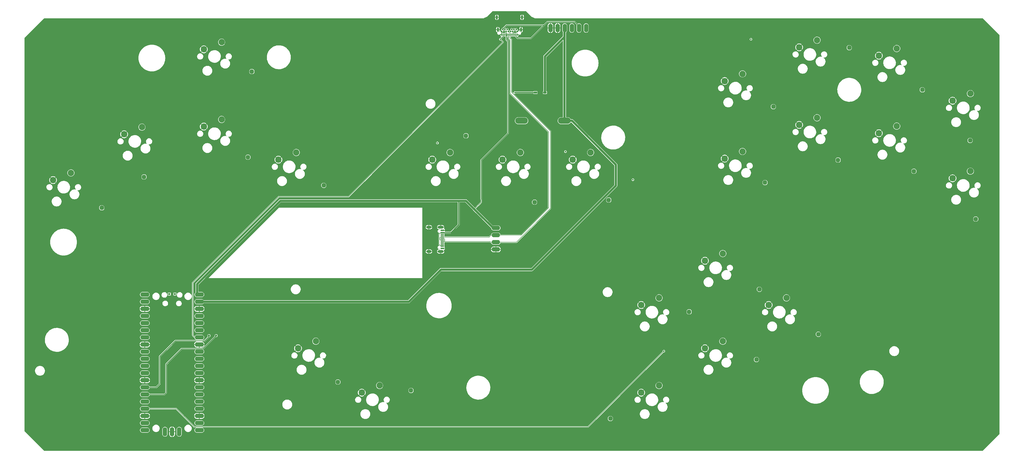
<source format=gtl>
%TF.GenerationSoftware,KiCad,Pcbnew,(7.0.0)*%
%TF.CreationDate,2023-02-14T15:50:16+01:00*%
%TF.ProjectId,OF1 v1,4f463120-7631-42e6-9b69-6361645f7063,rev?*%
%TF.SameCoordinates,Original*%
%TF.FileFunction,Copper,L1,Top*%
%TF.FilePolarity,Positive*%
%FSLAX46Y46*%
G04 Gerber Fmt 4.6, Leading zero omitted, Abs format (unit mm)*
G04 Created by KiCad (PCBNEW (7.0.0)) date 2023-02-14 15:50:16*
%MOMM*%
%LPD*%
G01*
G04 APERTURE LIST*
G04 Aperture macros list*
%AMOutline5P*
0 Free polygon, 5 corners , with rotation*
0 The origin of the aperture is its center*
0 number of corners: always 5*
0 $1 to $10 corner X, Y*
0 $11 Rotation angle, in degrees counterclockwise*
0 create outline with 5 corners*
4,1,5,$1,$2,$3,$4,$5,$6,$7,$8,$9,$10,$1,$2,$11*%
%AMOutline6P*
0 Free polygon, 6 corners , with rotation*
0 The origin of the aperture is its center*
0 number of corners: always 6*
0 $1 to $12 corner X, Y*
0 $13 Rotation angle, in degrees counterclockwise*
0 create outline with 6 corners*
4,1,6,$1,$2,$3,$4,$5,$6,$7,$8,$9,$10,$11,$12,$1,$2,$13*%
%AMOutline7P*
0 Free polygon, 7 corners , with rotation*
0 The origin of the aperture is its center*
0 number of corners: always 7*
0 $1 to $14 corner X, Y*
0 $15 Rotation angle, in degrees counterclockwise*
0 create outline with 7 corners*
4,1,7,$1,$2,$3,$4,$5,$6,$7,$8,$9,$10,$11,$12,$13,$14,$1,$2,$15*%
%AMOutline8P*
0 Free polygon, 8 corners , with rotation*
0 The origin of the aperture is its center*
0 number of corners: always 8*
0 $1 to $16 corner X, Y*
0 $17 Rotation angle, in degrees counterclockwise*
0 create outline with 8 corners*
4,1,8,$1,$2,$3,$4,$5,$6,$7,$8,$9,$10,$11,$12,$13,$14,$15,$16,$1,$2,$17*%
G04 Aperture macros list end*
%TA.AperFunction,ComponentPad*%
%ADD10O,3.048000X1.524000*%
%TD*%
%TA.AperFunction,ComponentPad*%
%ADD11C,2.247900*%
%TD*%
%TA.AperFunction,ComponentPad*%
%ADD12Outline8P,-0.762000X0.381000X-0.381000X0.762000X0.381000X0.762000X0.762000X0.381000X0.762000X-0.381000X0.381000X-0.762000X-0.381000X-0.762000X-0.762000X-0.381000X0.000000*%
%TD*%
%TA.AperFunction,ComponentPad*%
%ADD13O,4.495800X2.247900*%
%TD*%
%TA.AperFunction,SMDPad,CuDef*%
%ADD14R,1.210000X0.730000*%
%TD*%
%TA.AperFunction,SMDPad,CuDef*%
%ADD15R,0.300000X0.900000*%
%TD*%
%TA.AperFunction,ComponentPad*%
%ADD16C,0.650000*%
%TD*%
%TA.AperFunction,ComponentPad*%
%ADD17O,0.750000X1.500000*%
%TD*%
%TA.AperFunction,ComponentPad*%
%ADD18O,3.200000X1.600000*%
%TD*%
%TA.AperFunction,ComponentPad*%
%ADD19O,1.600000X3.200000*%
%TD*%
%TA.AperFunction,ComponentPad*%
%ADD20R,0.800000X0.800000*%
%TD*%
%TA.AperFunction,SMDPad,CuDef*%
%ADD21R,1.240000X0.600000*%
%TD*%
%TA.AperFunction,SMDPad,CuDef*%
%ADD22R,1.240000X0.300000*%
%TD*%
%TA.AperFunction,ComponentPad*%
%ADD23O,2.100000X1.000000*%
%TD*%
%TA.AperFunction,ComponentPad*%
%ADD24O,1.800000X1.000000*%
%TD*%
%TA.AperFunction,ComponentPad*%
%ADD25O,1.524000X3.048000*%
%TD*%
%TA.AperFunction,ViaPad*%
%ADD26C,0.552400*%
%TD*%
%TA.AperFunction,ViaPad*%
%ADD27C,0.502400*%
%TD*%
%TA.AperFunction,ViaPad*%
%ADD28C,0.800000*%
%TD*%
%TA.AperFunction,ViaPad*%
%ADD29C,0.457200*%
%TD*%
%TA.AperFunction,Conductor*%
%ADD30C,0.254000*%
%TD*%
%TA.AperFunction,Conductor*%
%ADD31C,0.800000*%
%TD*%
%TA.AperFunction,Conductor*%
%ADD32C,0.200000*%
%TD*%
%TA.AperFunction,Conductor*%
%ADD33C,0.400000*%
%TD*%
%TA.AperFunction,Conductor*%
%ADD34C,0.406400*%
%TD*%
%TA.AperFunction,Conductor*%
%ADD35C,0.250000*%
%TD*%
%TA.AperFunction,Conductor*%
%ADD36C,0.152400*%
%TD*%
G04 APERTURE END LIST*
D10*
%TO.P,J4,1,1*%
%TO.N,GND*%
X142745064Y-111563599D03*
%TO.P,J4,2,2*%
%TO.N,/D+*%
X142745064Y-109023599D03*
%TO.P,J4,3,3*%
%TO.N,/D-*%
X142745064Y-106483599D03*
%TO.P,J4,4,4*%
%TO.N,+5V*%
X142745064Y-103943599D03*
%TD*%
D11*
%TO.P,U$15,P$1,PIN2*%
%TO.N,GND*%
X279031100Y-70217600D03*
%TO.P,U$15,P$2,PIN1*%
%TO.N,/Z*%
X285381100Y-67677600D03*
%TD*%
D12*
%TO.P,JP11,1,1*%
%TO.N,/X*%
X264501099Y-79753599D03*
%TD*%
D11*
%TO.P,U$11,P$1,PIN2*%
%TO.N,GND*%
X279031100Y-42607600D03*
%TO.P,U$11,P$2,PIN1*%
%TO.N,/LS*%
X285381100Y-40067600D03*
%TD*%
D12*
%TO.P,JP1,1,1*%
%TO.N,/TB1*%
X55879999Y-48259999D03*
%TD*%
%TO.P,JP10,1,1*%
%TO.N,/B*%
X238501099Y-87753599D03*
%TD*%
D11*
%TO.P,U$17,P$1,PIN2*%
%TO.N,GND*%
X217143100Y-115577600D03*
%TO.P,U$17,P$2,PIN1*%
%TO.N,/C_UP*%
X223493100Y-113037600D03*
%TD*%
D12*
%TO.P,JP5,1,1*%
%TO.N,/RIGHT*%
X81501099Y-88753599D03*
%TD*%
D11*
%TO.P,U$6,P$1,PIN2*%
%TO.N,GND*%
X72323100Y-146762600D03*
%TO.P,U$6,P$2,PIN1*%
%TO.N,/M1*%
X78673100Y-144222600D03*
%TD*%
D13*
%TO.P,D1,A,A*%
%TO.N,V+*%
X151881099Y-65753599D03*
%TO.P,D1,C,C*%
%TO.N,VCC*%
X167121099Y-65753599D03*
%TD*%
D11*
%TO.P,U$20,P$1,PIN2*%
%TO.N,GND*%
X217143100Y-146762600D03*
%TO.P,U$20,P$2,PIN1*%
%TO.N,/A*%
X223493100Y-144222600D03*
%TD*%
D14*
%TO.P,D2,A,A*%
%TO.N,V+*%
X156821099Y-55753599D03*
%TO.P,D2,C,K*%
%TO.N,VCC*%
X160181099Y-55753599D03*
%TD*%
D12*
%TO.P,JP18,1,1*%
%TO.N,/C_LT*%
X211501099Y-133753599D03*
%TD*%
%TO.P,JP23,1,1*%
%TO.N,/TB3*%
X182879999Y-93979999D03*
%TD*%
D11*
%TO.P,U$10,P$1,PIN2*%
%TO.N,GND*%
X250676100Y-39632600D03*
%TO.P,U$10,P$2,PIN1*%
%TO.N,/Y*%
X257026100Y-37092600D03*
%TD*%
D12*
%TO.P,JP6,1,1*%
%TO.N,/M1*%
X86501099Y-158753599D03*
%TD*%
%TO.P,JP14,1,1*%
%TO.N,/MS*%
X311501099Y-72753599D03*
%TD*%
%TO.P,JP4,1,1*%
%TO.N,/DOWN*%
X54501099Y-78753599D03*
%TD*%
D11*
%TO.P,U$3,P$1,PIN2*%
%TO.N,GND*%
X38792100Y-40348600D03*
%TO.P,U$3,P$2,PIN1*%
%TO.N,/TB1*%
X45142100Y-37808600D03*
%TD*%
%TO.P,U$13,P$1,PIN2*%
%TO.N,GND*%
X224158100Y-79237600D03*
%TO.P,U$13,P$2,PIN1*%
%TO.N,/B*%
X230508100Y-76697600D03*
%TD*%
D12*
%TO.P,JP9,1,1*%
%TO.N,/R*%
X241501099Y-60753599D03*
%TD*%
D15*
%TO.P,J2,A1,GNDA*%
%TO.N,GND*%
X150318980Y-35153599D03*
%TO.P,J2,A2,TX1+*%
%TO.N,V+*%
X149818980Y-35153599D03*
%TO.P,J2,A3,TX1-*%
%TO.N,unconnected-(J2-TX1--PadA3)*%
X149318980Y-35153599D03*
%TO.P,J2,A4,A_VBUS*%
%TO.N,+5V*%
X148818980Y-35153599D03*
%TO.P,J2,A5,CC1*%
%TO.N,unconnected-(J2-CC1-PadA5)*%
X148318980Y-35153599D03*
%TO.P,J2,A6,DA+*%
%TO.N,/D+*%
X147818980Y-35153599D03*
%TO.P,J2,A7,DA-*%
%TO.N,/D-*%
X147318980Y-35153599D03*
%TO.P,J2,A8,SBU1*%
%TO.N,unconnected-(J2-SBU1-PadA8)*%
X146818980Y-35153599D03*
%TO.P,J2,A9,A_VBUS*%
%TO.N,+5V*%
X146318980Y-35153599D03*
%TO.P,J2,A10,RX2-*%
%TO.N,unconnected-(J2-RX2--PadA10)*%
X145818980Y-35153599D03*
%TO.P,J2,A11,RX2+*%
%TO.N,/DATA*%
X145318980Y-35153599D03*
%TO.P,J2,A12,GNDA*%
%TO.N,GND*%
X144818980Y-35153599D03*
D16*
%TO.P,J2,B1,GNDB*%
X144768981Y-33943600D03*
%TO.P,J2,B2,TX2+*%
%TO.N,V+*%
X145168981Y-33243600D03*
%TO.P,J2,B3,TX2-*%
%TO.N,unconnected-(J2-TX2--PadB3)*%
X145968981Y-33243600D03*
%TO.P,J2,B4,B_VBUS*%
%TO.N,+5V*%
X146368981Y-33943600D03*
%TO.P,J2,B5,CC2*%
%TO.N,unconnected-(J2-CC2-PadB5)*%
X146768981Y-33243600D03*
%TO.P,J2,B6,DB+*%
%TO.N,/D+*%
X147168981Y-33943600D03*
%TO.P,J2,B7,DB-*%
%TO.N,/D-*%
X147968981Y-33943600D03*
%TO.P,J2,B8,SBU2*%
%TO.N,unconnected-(J2-SBU2-PadB8)*%
X148368981Y-33243600D03*
%TO.P,J2,B9,B_VBUS*%
%TO.N,+5V*%
X148768981Y-33943600D03*
%TO.P,J2,B10,RX1-*%
%TO.N,unconnected-(J2-RX1--PadB10)*%
X149168981Y-33243600D03*
%TO.P,J2,B11,RX1+*%
%TO.N,/DATA*%
X149968981Y-33243600D03*
%TO.P,J2,B12,GNDB*%
%TO.N,GND*%
X150368981Y-33943600D03*
D17*
%TO.P,J2,SHIELD1,SHIELD*%
X151698980Y-33343599D03*
%TO.P,J2,SHIELD2,SHIELD*%
X143438980Y-33343599D03*
%TO.P,J2,SHIELD3,SHIELD*%
X152058980Y-28953599D03*
%TO.P,J2,SHIELD4,SHIELD*%
X143078980Y-28953599D03*
%TD*%
D11*
%TO.P,U$1,P$1,PIN2*%
%TO.N,GND*%
X-14843900Y-86877600D03*
%TO.P,U$1,P$2,PIN1*%
%TO.N,/L*%
X-8493900Y-84337600D03*
%TD*%
%TO.P,U$21,P$1,PIN2*%
%TO.N,GND*%
X194456100Y-162532600D03*
%TO.P,U$21,P$2,PIN1*%
%TO.N,/C_DN*%
X200806100Y-159992600D03*
%TD*%
D12*
%TO.P,JP16,1,1*%
%TO.N,/Z*%
X291501099Y-83753599D03*
%TD*%
D11*
%TO.P,U$2,P$1,PIN2*%
%TO.N,GND*%
X10436100Y-70574600D03*
%TO.P,U$2,P$2,PIN1*%
%TO.N,/LEFT*%
X16786100Y-68034600D03*
%TD*%
%TO.P,U$4,P$1,PIN2*%
%TO.N,GND*%
X38792100Y-67848600D03*
%TO.P,U$4,P$2,PIN1*%
%TO.N,/DOWN*%
X45142100Y-65308600D03*
%TD*%
D12*
%TO.P,JP20,1,1*%
%TO.N,/A*%
X235501099Y-150753599D03*
%TD*%
D11*
%TO.P,U$7,P$1,PIN2*%
%TO.N,GND*%
X95011100Y-162531600D03*
%TO.P,U$7,P$2,PIN1*%
%TO.N,/M2*%
X101361100Y-159991600D03*
%TD*%
D12*
%TO.P,JP13,1,1*%
%TO.N,/LS*%
X294501099Y-54753599D03*
%TD*%
D11*
%TO.P,U$19,P$1,PIN2*%
%TO.N,GND*%
X239800100Y-131347600D03*
%TO.P,U$19,P$2,PIN1*%
%TO.N,/C_RT*%
X246150100Y-128807600D03*
%TD*%
D12*
%TO.P,JP17,1,1*%
%TO.N,/C_UP*%
X236501099Y-125753599D03*
%TD*%
%TO.P,JP12,1,1*%
%TO.N,/Y*%
X268501099Y-39753599D03*
%TD*%
D18*
%TO.P,J1,3V3,3V3*%
%TO.N,unconnected-(J1-Pad3V3)*%
X37191099Y-137783599D03*
%TO.P,J1,3V3_EN,3V3_EN*%
%TO.N,unconnected-(J1-Pad3V3_EN)*%
X37191099Y-135243599D03*
%TO.P,J1,ADC_VREF,ADC_VREF*%
%TO.N,unconnected-(J1-PadADC_VREF)*%
X37191099Y-140323599D03*
%TO.P,J1,AGND,AGND*%
%TO.N,GND*%
X37191099Y-145403599D03*
%TO.P,J1,GND@1,GND*%
X17811099Y-132703599D03*
%TO.P,J1,GND@2,GND*%
X17811099Y-145403599D03*
%TO.P,J1,GND@3,GND*%
X17811099Y-158103599D03*
%TO.P,J1,GND@4,GND*%
X17811099Y-170803599D03*
D19*
%TO.P,J1,GND@5,GND*%
X27501099Y-176453599D03*
D18*
%TO.P,J1,GND@6,GND*%
X37191099Y-170803599D03*
%TO.P,J1,GND@7,GND*%
X37191099Y-158103599D03*
%TO.P,J1,GND@8,GND*%
X37191099Y-132703599D03*
%TO.P,J1,GP0,GP0*%
%TO.N,/START*%
X17811099Y-127623599D03*
%TO.P,J1,GP1,GP1*%
%TO.N,unconnected-(J1-PadGP1)*%
X17811099Y-130163599D03*
%TO.P,J1,GP2,GP2*%
%TO.N,/RIGHT*%
X17811099Y-135243599D03*
%TO.P,J1,GP3,GP3*%
%TO.N,/DOWN*%
X17811099Y-137783599D03*
%TO.P,J1,GP4,GP4*%
%TO.N,/LEFT*%
X17811099Y-140323599D03*
%TO.P,J1,GP5,GP5*%
%TO.N,/L*%
X17811099Y-142863599D03*
%TO.P,J1,GP6,GP6*%
%TO.N,/M1*%
X17811099Y-147943599D03*
%TO.P,J1,GP7,GP7*%
%TO.N,/M2*%
X17811099Y-150483599D03*
%TO.P,J1,GP8,GP8*%
%TO.N,unconnected-(J1-PadGP8)*%
X17811099Y-153023599D03*
%TO.P,J1,GP9,GP9*%
%TO.N,/TB1*%
X17811099Y-155563599D03*
%TO.P,J1,GP10,GP10*%
%TO.N,/TB2*%
X17811099Y-160643599D03*
%TO.P,J1,GP11,GP11*%
%TO.N,/TB3*%
X17811099Y-163183599D03*
%TO.P,J1,GP12,GP12*%
%TO.N,/C_UP*%
X17811099Y-165723599D03*
%TO.P,J1,GP13,GP13*%
%TO.N,/C_LT*%
X17811099Y-168263599D03*
%TO.P,J1,GP14,GP14*%
%TO.N,/A*%
X17811099Y-173343599D03*
%TO.P,J1,GP15,GP15*%
%TO.N,/C_DN*%
X17811099Y-175883599D03*
%TO.P,J1,GP16,GP16*%
%TO.N,/C_RT*%
X37191099Y-175883599D03*
%TO.P,J1,GP17,GP17*%
%TO.N,/UP*%
X37191099Y-173343599D03*
%TO.P,J1,GP18,GP18*%
%TO.N,/MS*%
X37191099Y-168263599D03*
%TO.P,J1,GP19,GP19*%
%TO.N,/Z*%
X37191099Y-165723599D03*
%TO.P,J1,GP20,GP20*%
%TO.N,/LS*%
X37191099Y-163183599D03*
%TO.P,J1,GP21,GP21*%
%TO.N,/X*%
X37191099Y-160643599D03*
%TO.P,J1,GP22,GP22*%
%TO.N,/Y*%
X37191099Y-155563599D03*
%TO.P,J1,GP26_A0,GP26_A0*%
%TO.N,/B*%
X37191099Y-150483599D03*
%TO.P,J1,GP27_A1,GP27_A1*%
%TO.N,/R*%
X37191099Y-147943599D03*
%TO.P,J1,GP28_A2,GP28_A2*%
%TO.N,/DATA*%
X37191099Y-142863599D03*
%TO.P,J1,RUN,RUN*%
%TO.N,unconnected-(J1-PadRUN)*%
X37191099Y-153023599D03*
D19*
%TO.P,J1,SWCLK,SWCLK*%
%TO.N,unconnected-(J1-PadSWCLK)*%
X24961099Y-176453599D03*
%TO.P,J1,SWDIO,SWDIO*%
%TO.N,unconnected-(J1-PadSWDIO)*%
X30041099Y-176453599D03*
D20*
%TO.P,J1,TP2,D+*%
%TO.N,/D-*%
X28501099Y-127453599D03*
%TO.P,J1,TP3,D-*%
%TO.N,/D+*%
X26501099Y-127453599D03*
D18*
%TO.P,J1,VBUS,VBUS*%
%TO.N,+5V*%
X37191099Y-127623599D03*
%TO.P,J1,VSYS,VSYS*%
%TO.N,VCC*%
X37191099Y-130163599D03*
%TD*%
D12*
%TO.P,JP15,1,1*%
%TO.N,/UP*%
X313501099Y-100753599D03*
%TD*%
D11*
%TO.P,U$5,P$1,PIN2*%
%TO.N,GND*%
X65364100Y-79611600D03*
%TO.P,U$5,P$2,PIN1*%
%TO.N,/RIGHT*%
X71714100Y-77071600D03*
%TD*%
%TO.P,U$18,P$1,PIN2*%
%TO.N,GND*%
X194456100Y-131347600D03*
%TO.P,U$18,P$2,PIN1*%
%TO.N,/C_LT*%
X200806100Y-128807600D03*
%TD*%
%TO.P,U$16,P$1,PIN2*%
%TO.N,GND*%
X305254100Y-86253600D03*
%TO.P,U$16,P$2,PIN1*%
%TO.N,/UP*%
X311604100Y-83713600D03*
%TD*%
D12*
%TO.P,JP7,1,1*%
%TO.N,/M2*%
X112501099Y-161753599D03*
%TD*%
D21*
%TO.P,J5,A1/B12,GND*%
%TO.N,GND*%
X123699392Y-104771074D03*
%TO.P,J5,A4/B9,VBUS*%
%TO.N,+5V*%
X123699392Y-105571074D03*
D22*
%TO.P,J5,A5,CC1*%
%TO.N,unconnected-(J5-CC1-PadA5)*%
X123699392Y-106721074D03*
%TO.P,J5,A6,D+*%
%TO.N,/D+*%
X123699392Y-107721074D03*
%TO.P,J5,A7,D-*%
%TO.N,/D-*%
X123699392Y-108221074D03*
%TO.P,J5,A8,SBU1*%
%TO.N,unconnected-(J5-SBU1-PadA8)*%
X123699392Y-109221074D03*
D21*
%TO.P,J5,B1/A12,GND*%
%TO.N,GND*%
X123699392Y-111171074D03*
%TO.P,J5,B4/A9,VBUS*%
%TO.N,+5V*%
X123699392Y-110371074D03*
D22*
%TO.P,J5,B5,CC2*%
%TO.N,unconnected-(J5-CC2-PadB5)*%
X123699392Y-109721074D03*
%TO.P,J5,B6,D+*%
%TO.N,/D+*%
X123699392Y-108721074D03*
%TO.P,J5,B7,D-*%
%TO.N,/D-*%
X123699392Y-107221074D03*
%TO.P,J5,B8,SBU2*%
%TO.N,unconnected-(J5-SBU2-PadB8)*%
X123699392Y-106221074D03*
D23*
%TO.P,J5,SHIELD1,SHIELD*%
%TO.N,GND*%
X123079392Y-103651074D03*
D24*
%TO.P,J5,SHIELD2,SHIELD*%
X118899392Y-103651074D03*
D23*
%TO.P,J5,SHIELD3,SHIELD*%
X123079392Y-112291074D03*
D24*
%TO.P,J5,SHIELD4,SHIELD*%
X118899392Y-112291074D03*
%TD*%
D12*
%TO.P,JP2,1,1*%
%TO.N,/L*%
X2501099Y-96753599D03*
%TD*%
%TO.P,JP8,1,1*%
%TO.N,/START*%
X156501099Y-94753599D03*
%TD*%
D11*
%TO.P,U$12,P$1,PIN2*%
%TO.N,GND*%
X305254100Y-58643600D03*
%TO.P,U$12,P$2,PIN1*%
%TO.N,/MS*%
X311604100Y-56103600D03*
%TD*%
%TO.P,U$9,P$1,PIN2*%
%TO.N,GND*%
X224158100Y-51628600D03*
%TO.P,U$9,P$2,PIN1*%
%TO.N,/R*%
X230508100Y-49088600D03*
%TD*%
%TO.P,U$23,P$1,PIN2*%
%TO.N,GND*%
X170096100Y-79611600D03*
%TO.P,U$23,P$2,PIN1*%
%TO.N,/TB3*%
X176446100Y-77071600D03*
%TD*%
D12*
%TO.P,JP21,1,1*%
%TO.N,/C_DN*%
X183501099Y-171753599D03*
%TD*%
D11*
%TO.P,U$14,P$1,PIN2*%
%TO.N,GND*%
X250676100Y-67242600D03*
%TO.P,U$14,P$2,PIN1*%
%TO.N,/X*%
X257026100Y-64702600D03*
%TD*%
D12*
%TO.P,JP19,1,1*%
%TO.N,/C_RT*%
X257501099Y-141753599D03*
%TD*%
D25*
%TO.P,J3,1,1*%
%TO.N,GND*%
X162151099Y-32753599D03*
%TO.P,J3,2,2*%
X164691099Y-32753599D03*
%TO.P,J3,3,3*%
%TO.N,VCC*%
X167231099Y-32753599D03*
%TO.P,J3,4,4*%
%TO.N,/DATA*%
X169771099Y-32753599D03*
%TO.P,J3,5,5*%
%TO.N,V+*%
X172311099Y-32753599D03*
%TO.P,J3,6,6*%
%TO.N,+5V*%
X174851099Y-32753599D03*
%TD*%
D12*
%TO.P,JP22,1,1*%
%TO.N,/TB2*%
X132079999Y-71119999D03*
%TD*%
D11*
%TO.P,U$22,P$1,PIN2*%
%TO.N,GND*%
X120096100Y-79611600D03*
%TO.P,U$22,P$2,PIN1*%
%TO.N,/TB2*%
X126446100Y-77071600D03*
%TD*%
D12*
%TO.P,JP3,1,1*%
%TO.N,/LEFT*%
X17501099Y-85753599D03*
%TD*%
D11*
%TO.P,U$8,P$1,PIN2*%
%TO.N,GND*%
X145096100Y-79611600D03*
%TO.P,U$8,P$2,PIN1*%
%TO.N,/START*%
X151446100Y-77071600D03*
%TD*%
D26*
%TO.N,*%
X167501100Y-76753600D03*
X233501100Y-36753600D03*
%TO.N,GND*%
X273501100Y-102753600D03*
X149501100Y-151753600D03*
D27*
X248501100Y-149753600D03*
D26*
X20501100Y-110753600D03*
X146271971Y-38412382D03*
X311501100Y-42753600D03*
D27*
X266501100Y-121753600D03*
D26*
X-22498900Y-128753600D03*
X134501100Y-103753600D03*
X29501100Y-60753600D03*
X41501100Y-145753600D03*
X303501100Y-49753600D03*
X317501100Y-97753600D03*
X235501100Y-72753600D03*
X184501100Y-56753600D03*
X263501100Y-62753600D03*
D27*
X150705187Y-32589207D03*
D26*
X237501100Y-93753600D03*
X200501100Y-72753600D03*
X241501100Y-112753600D03*
X152501100Y-42753600D03*
X312501100Y-35753600D03*
X158501100Y-39753600D03*
X248501100Y-80753600D03*
X501100Y-75753600D03*
D27*
X135501100Y-111753600D03*
D26*
X96501100Y-125753600D03*
X9501100Y-50753600D03*
X13501100Y-170753600D03*
X-19498900Y-115753600D03*
X189501100Y-174753600D03*
X277501100Y-55753600D03*
X49501100Y-137753600D03*
D27*
X303501100Y-137753600D03*
D26*
X-2498900Y-166753600D03*
X40501100Y-170753600D03*
X41501100Y-157753600D03*
X95501100Y-75753600D03*
X100501100Y-41753600D03*
X-11498900Y-175753600D03*
X53501100Y-38753600D03*
X-17498900Y-75753600D03*
X7501100Y-38753600D03*
X216501100Y-65753600D03*
X47501100Y-107753600D03*
X300501100Y-38753600D03*
X273501100Y-86753600D03*
X38501100Y-123753600D03*
X14501100Y-131753600D03*
X-18498900Y-99753600D03*
X8501100Y-59753600D03*
X216501100Y-93753600D03*
D27*
X265501100Y-172753600D03*
X280501100Y-133753600D03*
D26*
X162501100Y-49753600D03*
X-15498900Y-164753600D03*
X280501100Y-34753600D03*
D27*
X238501100Y-164753600D03*
D26*
X-9498900Y-61753600D03*
X149501100Y-37753600D03*
X171128412Y-35252982D03*
X199501100Y-146753600D03*
X146501100Y-111753600D03*
X235501100Y-121753600D03*
X159501100Y-33753600D03*
X34501100Y-96753600D03*
X121501100Y-167753600D03*
D27*
X287501100Y-120753600D03*
D26*
X85501100Y-170753600D03*
X291501100Y-62753600D03*
X202501100Y-53753600D03*
X-12498900Y-122753600D03*
D27*
X290501100Y-170753600D03*
D26*
X257501100Y-87753600D03*
X49501100Y-126753600D03*
X81501100Y-41753600D03*
X232501100Y-139753600D03*
X187501100Y-41753600D03*
D27*
X269501100Y-144753600D03*
D26*
X203501100Y-156753600D03*
D27*
X126501100Y-100753600D03*
D26*
X108501100Y-68753600D03*
D27*
X158501100Y-30753600D03*
X309501100Y-114753600D03*
D26*
X12501100Y-144753600D03*
X166501100Y-167753600D03*
X246501100Y-52753600D03*
X301501100Y-71753600D03*
X-17498900Y-50753600D03*
X151501100Y-51753600D03*
X112501100Y-151753600D03*
D27*
X223501100Y-175753600D03*
D26*
X245501100Y-99753600D03*
D27*
X119501100Y-115753600D03*
D26*
X215501100Y-161753600D03*
X182501100Y-152753600D03*
X4501100Y-173753600D03*
X-2498900Y-157753600D03*
X91501100Y-85753600D03*
D27*
X306501100Y-159753600D03*
D26*
X159501100Y-107753600D03*
X44501100Y-97753600D03*
X231501100Y-99753600D03*
X79501100Y-67753600D03*
X153501100Y-33753600D03*
X125501100Y-90753600D03*
X8501100Y-85753600D03*
D27*
X120501100Y-100753600D03*
D26*
X139501100Y-33753600D03*
X294501100Y-100753600D03*
X107501100Y-125753600D03*
X19501100Y-121753600D03*
X142501100Y-36753600D03*
X167501100Y-92753600D03*
X95501100Y-59753600D03*
X46501100Y-55753600D03*
X77501100Y-132753600D03*
X52501100Y-85753600D03*
X139501100Y-56753600D03*
X62501100Y-157753600D03*
D27*
X126501100Y-114753600D03*
D26*
X34501100Y-80753600D03*
X167501100Y-118753600D03*
X146501100Y-75753600D03*
X126501100Y-40753600D03*
X208501100Y-40753600D03*
X231501100Y-146753600D03*
X206501100Y-124753600D03*
X-4498900Y-134753600D03*
X-9498900Y-42753600D03*
X256501100Y-134753600D03*
X148501100Y-129753600D03*
X181501100Y-103753600D03*
X136501100Y-70753600D03*
X32501100Y-109753600D03*
X149501100Y-99753600D03*
X109501100Y-86753600D03*
X40501100Y-132753600D03*
X92501100Y-149753600D03*
X286501100Y-89753600D03*
D27*
%TO.N,V+*%
X149501100Y-55753600D03*
D26*
%TO.N,/M2*%
X191501100Y-86753600D03*
D28*
%TO.N,/TB2*%
X40640000Y-142240000D03*
D26*
X121920000Y-73660000D03*
D28*
%TO.N,/TB3*%
X43180000Y-142240000D03*
D26*
%TO.N,/C_LT*%
X202501100Y-147753600D03*
D29*
%TO.N,/DATA*%
X144320628Y-36764479D03*
%TO.N,/D-*%
X147326196Y-36001204D03*
%TD*%
D30*
%TO.N,GND*%
X144768981Y-35103600D02*
X144818981Y-35153600D01*
X144768981Y-33943600D02*
X144768981Y-35103600D01*
D31*
%TO.N,+5V*%
X132055068Y-94253600D02*
X129501100Y-94253600D01*
D32*
X137501100Y-93763600D02*
X137501100Y-94807569D01*
X122501100Y-109715835D02*
X122501100Y-106186204D01*
D30*
X148768981Y-33943600D02*
X148811140Y-33985760D01*
X146414981Y-35249600D02*
X146414981Y-36884007D01*
X147055100Y-37524125D02*
X147055100Y-70199600D01*
D32*
X137501100Y-94807569D02*
X135055068Y-97253600D01*
D31*
X135055068Y-97253600D02*
X132055068Y-94253600D01*
X141745065Y-103943600D02*
X136055068Y-98253600D01*
D30*
X146414981Y-36884007D02*
X147055100Y-37524125D01*
D32*
X122501100Y-106186204D02*
X123116228Y-105571075D01*
D30*
X148811140Y-35145760D02*
X148818981Y-35153600D01*
D33*
X123699393Y-105571075D02*
X126683625Y-105571075D01*
D32*
X123699393Y-110371075D02*
X123156340Y-110371075D01*
D33*
X126683625Y-105571075D02*
X129501100Y-102753600D01*
D30*
X148811140Y-33985760D02*
X148811140Y-35145760D01*
D32*
X123156340Y-110371075D02*
X122501100Y-109715835D01*
D31*
X36391100Y-127623600D02*
X36391100Y-123863600D01*
D32*
X123116228Y-105571075D02*
X123699393Y-105571075D01*
D30*
X146318981Y-35153600D02*
X146316431Y-35151050D01*
D31*
X141745065Y-103943600D02*
X142745065Y-103943600D01*
D33*
X129501100Y-102753600D02*
X129501100Y-94253600D01*
D30*
X147055100Y-70199600D02*
X137501100Y-79753600D01*
D31*
X129501100Y-94253600D02*
X66001100Y-94253600D01*
D30*
X146368981Y-33943600D02*
X146316431Y-33996150D01*
X137501100Y-79753600D02*
X137501100Y-93763600D01*
X146316431Y-33996150D02*
X146316431Y-35151050D01*
X146318981Y-35153600D02*
X146414981Y-35249600D01*
D31*
X136055068Y-98253600D02*
X135055068Y-97253600D01*
X66001100Y-94253600D02*
X36391100Y-123863600D01*
D30*
%TO.N,V+*%
X145168981Y-33243600D02*
X145168981Y-33085719D01*
X146501100Y-31753600D02*
X159849018Y-31753600D01*
X150496193Y-36424941D02*
X155177678Y-36424941D01*
X149818981Y-35153600D02*
X149818981Y-35747729D01*
X172311100Y-32113016D02*
X172311100Y-32753600D01*
X159849018Y-31753600D02*
X160997034Y-30605585D01*
X145168981Y-33085719D02*
X146501100Y-31753600D01*
X160997034Y-30605585D02*
X170803668Y-30605585D01*
X172311100Y-32113016D02*
X170803668Y-30605585D01*
X149818981Y-35747729D02*
X150496193Y-36424941D01*
D34*
X149501100Y-55753600D02*
X156821100Y-55753600D01*
D30*
X155177678Y-36424941D02*
X159849018Y-31753600D01*
D31*
%TO.N,VCC*%
X167134818Y-35894807D02*
X167134818Y-65739882D01*
X167134818Y-32849882D02*
X167134818Y-35894807D01*
X169777350Y-65753600D02*
X185420000Y-81396250D01*
X167134818Y-65739882D02*
X167121100Y-65753600D01*
X167121100Y-65753600D02*
X169777350Y-65753600D01*
X160181100Y-55753600D02*
X160180246Y-42849379D01*
X155501100Y-118753600D02*
X123121100Y-118753600D01*
X185420000Y-88834700D02*
X155501100Y-118753600D01*
X111711100Y-130163600D02*
X36391100Y-130163600D01*
X123121100Y-118753600D02*
X111711100Y-130163600D01*
X167134818Y-35894807D02*
X160180246Y-42849379D01*
X167121100Y-32863600D02*
X167231100Y-32753600D01*
X185420000Y-81396250D02*
X185420000Y-88834700D01*
X167231100Y-32753600D02*
X167134818Y-32849882D01*
D35*
%TO.N,/TB2*%
X25400000Y-147320000D02*
X28652092Y-144067908D01*
X23099321Y-159398314D02*
X23099321Y-149620679D01*
X21854035Y-160643600D02*
X23099321Y-159398314D01*
X23099321Y-149620679D02*
X25400000Y-147320000D01*
X40640000Y-142576848D02*
X40640000Y-142240000D01*
X39148940Y-144067908D02*
X40640000Y-142576848D01*
X18611100Y-160643600D02*
X21854035Y-160643600D01*
X28652092Y-144067908D02*
X39148940Y-144067908D01*
%TO.N,/TB3*%
X38528400Y-146891600D02*
X43180000Y-142240000D01*
X25400000Y-162560000D02*
X25400000Y-152400000D01*
X30480000Y-147320000D02*
X30908400Y-146891600D01*
X18611100Y-163183600D02*
X24776400Y-163183600D01*
X25400000Y-152400000D02*
X30480000Y-147320000D01*
X30908400Y-146891600D02*
X38528400Y-146891600D01*
X24776400Y-163183600D02*
X25400000Y-162560000D01*
D32*
%TO.N,/C_LT*%
X29011100Y-168263600D02*
X18611100Y-168263600D01*
X35501100Y-174753600D02*
X29011100Y-168263600D01*
X202501100Y-147753600D02*
X175501100Y-174753600D01*
X175501100Y-174753600D02*
X35501100Y-174753600D01*
%TO.N,/DATA*%
X35611100Y-142863600D02*
X36391100Y-142863600D01*
X34855379Y-123399322D02*
X34855379Y-142107878D01*
X65490222Y-92764479D02*
X34855379Y-123399322D01*
X90320629Y-92764479D02*
X65490222Y-92764479D01*
X34855379Y-142107878D02*
X35611100Y-142863600D01*
D30*
X145318981Y-35766125D02*
X144320628Y-36764479D01*
D32*
X144320628Y-36764479D02*
X145320628Y-37764479D01*
D30*
X145318981Y-35153600D02*
X145318981Y-35766125D01*
D32*
X145320628Y-37764479D02*
X90320629Y-92764479D01*
D36*
%TO.N,/D-*%
X147326196Y-35160816D02*
X147318981Y-35153600D01*
D32*
X122999646Y-108223754D02*
X122853203Y-108077310D01*
X123699393Y-107221075D02*
X140326528Y-107221075D01*
X147326196Y-36001204D02*
X147326196Y-35160816D01*
X141064003Y-106483600D02*
X140326528Y-107221075D01*
D36*
X161501100Y-96753600D02*
X161501100Y-69753600D01*
X161501100Y-69753600D02*
X147838496Y-56090997D01*
D32*
X122853203Y-108077310D02*
X122853203Y-107374700D01*
X123699393Y-108221075D02*
X123696715Y-108223754D01*
X123696715Y-108223754D02*
X122999646Y-108223754D01*
D36*
X147838496Y-37124479D02*
X147326196Y-36612179D01*
D32*
X123006821Y-107221082D02*
X123699387Y-107221082D01*
X122853203Y-107374700D02*
X123006821Y-107221082D01*
X141064003Y-106483600D02*
X142745065Y-106483600D01*
D36*
X147838496Y-37124479D02*
X147838496Y-56090997D01*
D32*
X123699387Y-107221082D02*
X123699393Y-107221075D01*
D36*
X147326196Y-36001204D02*
X147326196Y-36612179D01*
X142745065Y-106483600D02*
X151771100Y-106483600D01*
X151771100Y-106483600D02*
X161501100Y-96753600D01*
%TO.N,/D+*%
X162186068Y-96926854D02*
X150089321Y-109023600D01*
D32*
X124546393Y-107877585D02*
X124546393Y-108536154D01*
X123699393Y-107721075D02*
X124389884Y-107721075D01*
D36*
X148281068Y-55533569D02*
X162186068Y-69438569D01*
X147818981Y-35153600D02*
X147818981Y-36386682D01*
D32*
X147818981Y-34593600D02*
X147818981Y-35153600D01*
X123699393Y-108721075D02*
X140592318Y-108721075D01*
X124546393Y-108536154D02*
X124361471Y-108721075D01*
X124389884Y-107721075D02*
X124546393Y-107877585D01*
D36*
X148281068Y-36848769D02*
X147818981Y-36386682D01*
X150089321Y-109023600D02*
X142745065Y-109023600D01*
D32*
X124361471Y-108721075D02*
X123699393Y-108721075D01*
D36*
X148281068Y-36848769D02*
X148281068Y-55533569D01*
D32*
X140894843Y-109023600D02*
X140592318Y-108721075D01*
X140894843Y-109023600D02*
X142745065Y-109023600D01*
X147168981Y-33943600D02*
X147818981Y-34593600D01*
D36*
X162186068Y-69438569D02*
X162186068Y-96926854D01*
%TD*%
%TA.AperFunction,Conductor*%
%TO.N,GND*%
G36*
X146962512Y-35742020D02*
G01*
X146979604Y-35769912D01*
X146975334Y-35802345D01*
X146939990Y-35871711D01*
X146939988Y-35871715D01*
X146938239Y-35875149D01*
X146937636Y-35878951D01*
X146937635Y-35878957D01*
X146924622Y-35961124D01*
X146918274Y-36001204D01*
X146918877Y-36005011D01*
X146937635Y-36123450D01*
X146937636Y-36123454D01*
X146938239Y-36127259D01*
X146939989Y-36130694D01*
X146939990Y-36130696D01*
X146958341Y-36166711D01*
X146996180Y-36240975D01*
X147086425Y-36331220D01*
X147095744Y-36335968D01*
X147115276Y-36354024D01*
X147122496Y-36379626D01*
X147122496Y-36569243D01*
X147120993Y-36578085D01*
X147121013Y-36578088D01*
X147120394Y-36583572D01*
X147118571Y-36588785D01*
X147119189Y-36594270D01*
X147119189Y-36594271D01*
X147122188Y-36620887D01*
X147122496Y-36626373D01*
X147122496Y-36635133D01*
X147123107Y-36637812D01*
X147123108Y-36637817D01*
X147124445Y-36643678D01*
X147125364Y-36649087D01*
X147126926Y-36662944D01*
X147128982Y-36681188D01*
X147131917Y-36685860D01*
X147133741Y-36691072D01*
X147133724Y-36691077D01*
X147134307Y-36692485D01*
X147134323Y-36692478D01*
X147136719Y-36697454D01*
X147137948Y-36702834D01*
X147141388Y-36707148D01*
X147141390Y-36707151D01*
X147158083Y-36728083D01*
X147161263Y-36732564D01*
X147164460Y-36737652D01*
X147164462Y-36737655D01*
X147165927Y-36739986D01*
X147167873Y-36741932D01*
X147167874Y-36741933D01*
X147172124Y-36746183D01*
X147175779Y-36750272D01*
X147195925Y-36775534D01*
X147200901Y-36777930D01*
X147205217Y-36781372D01*
X147205204Y-36781387D01*
X147212517Y-36786576D01*
X147620444Y-37194502D01*
X147631066Y-37210398D01*
X147634796Y-37229150D01*
X147634796Y-56048061D01*
X147633293Y-56056903D01*
X147633313Y-56056906D01*
X147632694Y-56062390D01*
X147630871Y-56067603D01*
X147631489Y-56073088D01*
X147631489Y-56073089D01*
X147634488Y-56099705D01*
X147634796Y-56105191D01*
X147634796Y-56113951D01*
X147635407Y-56116630D01*
X147635408Y-56116635D01*
X147636745Y-56122496D01*
X147637664Y-56127905D01*
X147640664Y-56154523D01*
X147641282Y-56160006D01*
X147644217Y-56164678D01*
X147646041Y-56169890D01*
X147646024Y-56169895D01*
X147646607Y-56171303D01*
X147646623Y-56171296D01*
X147649019Y-56176272D01*
X147650248Y-56181652D01*
X147653688Y-56185966D01*
X147653690Y-56185969D01*
X147670383Y-56206901D01*
X147673563Y-56211382D01*
X147676760Y-56216470D01*
X147676762Y-56216473D01*
X147678227Y-56218804D01*
X147680174Y-56220750D01*
X147680174Y-56220751D01*
X147684424Y-56225001D01*
X147688079Y-56229090D01*
X147708225Y-56254352D01*
X147713201Y-56256748D01*
X147717517Y-56260190D01*
X147717504Y-56260205D01*
X147724817Y-56265394D01*
X157900434Y-66441010D01*
X161283048Y-69823623D01*
X161293670Y-69839520D01*
X161297400Y-69858271D01*
X161297400Y-96648928D01*
X161283048Y-96683576D01*
X151701076Y-106265548D01*
X151666428Y-106279900D01*
X144412818Y-106279900D01*
X144381981Y-106268980D01*
X144364889Y-106241087D01*
X144360960Y-106222601D01*
X144357690Y-106207215D01*
X144281638Y-106036400D01*
X144171734Y-105885130D01*
X144102222Y-105822541D01*
X144034693Y-105761737D01*
X144034690Y-105761735D01*
X144032780Y-105760015D01*
X144030553Y-105758729D01*
X144030550Y-105758727D01*
X143938487Y-105705575D01*
X143870850Y-105666525D01*
X143868412Y-105665733D01*
X143868408Y-105665731D01*
X143695460Y-105609537D01*
X143695455Y-105609536D01*
X143693021Y-105608745D01*
X143690478Y-105608477D01*
X143690470Y-105608476D01*
X143554953Y-105594233D01*
X143554947Y-105594232D01*
X143553685Y-105594100D01*
X141936445Y-105594100D01*
X141935183Y-105594232D01*
X141935176Y-105594233D01*
X141799659Y-105608476D01*
X141799649Y-105608477D01*
X141797109Y-105608745D01*
X141794676Y-105609535D01*
X141794669Y-105609537D01*
X141621721Y-105665731D01*
X141621713Y-105665734D01*
X141619280Y-105666525D01*
X141617055Y-105667809D01*
X141617054Y-105667810D01*
X141459579Y-105758727D01*
X141459571Y-105758732D01*
X141457350Y-105760015D01*
X141455443Y-105761731D01*
X141455436Y-105761737D01*
X141320309Y-105883407D01*
X141320306Y-105883409D01*
X141318396Y-105885130D01*
X141316888Y-105887204D01*
X141316883Y-105887211D01*
X141219589Y-106021126D01*
X141208492Y-106036400D01*
X141207450Y-106038739D01*
X141207446Y-106038747D01*
X141133482Y-106204873D01*
X141133480Y-106204879D01*
X141132440Y-106207215D01*
X141131907Y-106209720D01*
X141131906Y-106209725D01*
X141130299Y-106217287D01*
X141113207Y-106245180D01*
X141082370Y-106256100D01*
X141071231Y-106256100D01*
X141068667Y-106256033D01*
X141032761Y-106254151D01*
X141032758Y-106254151D01*
X141027619Y-106253882D01*
X141022813Y-106255726D01*
X141022811Y-106255727D01*
X141002786Y-106263413D01*
X140995419Y-106265595D01*
X140974440Y-106270055D01*
X140974438Y-106270055D01*
X140969403Y-106271126D01*
X140965240Y-106274150D01*
X140965234Y-106274153D01*
X140959726Y-106278155D01*
X140948493Y-106284254D01*
X140942140Y-106286692D01*
X140942134Y-106286695D01*
X140937330Y-106288540D01*
X140933687Y-106292182D01*
X140933685Y-106292184D01*
X140918521Y-106307347D01*
X140912679Y-106312337D01*
X140895325Y-106324946D01*
X140895323Y-106324947D01*
X140891161Y-106327972D01*
X140888588Y-106332427D01*
X140888585Y-106332431D01*
X140885181Y-106338327D01*
X140877397Y-106348470D01*
X140246646Y-106979223D01*
X140230750Y-106989845D01*
X140211998Y-106993575D01*
X124481675Y-106993575D01*
X124451846Y-106983450D01*
X124434345Y-106957258D01*
X124436404Y-106925825D01*
X124436813Y-106924836D01*
X124439495Y-106920823D01*
X124446893Y-106883633D01*
X124446893Y-106558517D01*
X124439495Y-106521327D01*
X124424106Y-106498296D01*
X124415849Y-106471075D01*
X124424106Y-106443853D01*
X124439495Y-106420823D01*
X124446893Y-106383633D01*
X124446893Y-106058517D01*
X124439495Y-106021327D01*
X124424106Y-105998296D01*
X124415849Y-105971075D01*
X124424106Y-105943853D01*
X124439495Y-105920823D01*
X124439495Y-105920822D01*
X124440938Y-105921786D01*
X124453206Y-105906835D01*
X124480432Y-105898575D01*
X126667183Y-105898575D01*
X126671454Y-105898762D01*
X126708336Y-105901989D01*
X126708341Y-105901988D01*
X126712609Y-105902362D01*
X126752509Y-105891669D01*
X126756674Y-105890746D01*
X126797364Y-105883572D01*
X126804450Y-105879480D01*
X126816270Y-105874585D01*
X126816790Y-105874445D01*
X126824168Y-105872469D01*
X126858002Y-105848776D01*
X126861606Y-105846481D01*
X126897385Y-105825825D01*
X126923944Y-105794171D01*
X126926821Y-105791031D01*
X129721062Y-102996791D01*
X129724204Y-102993913D01*
X129743342Y-102977855D01*
X129755850Y-102967360D01*
X129776506Y-102931580D01*
X129778796Y-102927984D01*
X129802494Y-102894143D01*
X129804609Y-102886245D01*
X129809505Y-102874425D01*
X129813597Y-102867339D01*
X129820772Y-102826644D01*
X129821697Y-102822474D01*
X129832386Y-102782585D01*
X129828785Y-102741436D01*
X129828600Y-102737166D01*
X129828600Y-94830100D01*
X129842952Y-94795452D01*
X129877600Y-94781100D01*
X131816275Y-94781100D01*
X131850923Y-94795452D01*
X134630802Y-97575331D01*
X135707582Y-98652112D01*
X135707584Y-98652113D01*
X135707587Y-98652116D01*
X141083573Y-104028105D01*
X141096854Y-104052565D01*
X141131906Y-104217476D01*
X141131908Y-104217482D01*
X141132440Y-104219985D01*
X141133481Y-104222323D01*
X141133482Y-104222326D01*
X141207446Y-104388452D01*
X141207448Y-104388456D01*
X141208492Y-104390800D01*
X141226385Y-104415427D01*
X141313773Y-104535708D01*
X141318396Y-104542070D01*
X141457350Y-104667185D01*
X141459578Y-104668471D01*
X141459579Y-104668472D01*
X141467720Y-104673172D01*
X141619280Y-104760675D01*
X141797109Y-104818455D01*
X141936445Y-104833100D01*
X143552405Y-104833100D01*
X143553685Y-104833100D01*
X143693021Y-104818455D01*
X143870850Y-104760675D01*
X144032780Y-104667185D01*
X144171734Y-104542070D01*
X144281638Y-104390800D01*
X144357690Y-104219985D01*
X144396565Y-104037090D01*
X144396565Y-103850110D01*
X144357690Y-103667215D01*
X144281638Y-103496400D01*
X144171734Y-103345130D01*
X144089661Y-103271231D01*
X144034693Y-103221737D01*
X144034690Y-103221735D01*
X144032780Y-103220015D01*
X144030553Y-103218729D01*
X144030550Y-103218727D01*
X143942051Y-103167633D01*
X143870850Y-103126525D01*
X143868412Y-103125733D01*
X143868408Y-103125731D01*
X143695460Y-103069537D01*
X143695455Y-103069536D01*
X143693021Y-103068745D01*
X143690478Y-103068477D01*
X143690470Y-103068476D01*
X143554953Y-103054233D01*
X143554947Y-103054232D01*
X143553685Y-103054100D01*
X141936445Y-103054100D01*
X141935183Y-103054232D01*
X141935176Y-103054233D01*
X141799659Y-103068476D01*
X141799649Y-103068477D01*
X141797109Y-103068745D01*
X141794674Y-103069535D01*
X141794665Y-103069538D01*
X141689127Y-103103829D01*
X141662547Y-103104873D01*
X141639338Y-103091875D01*
X136402564Y-97855098D01*
X136402563Y-97855097D01*
X136402555Y-97855089D01*
X136402550Y-97855085D01*
X135623581Y-97076115D01*
X135609229Y-97041468D01*
X135623581Y-97006820D01*
X136552150Y-96078251D01*
X137483247Y-95147154D01*
X155611600Y-95147154D01*
X155612067Y-95149505D01*
X155612068Y-95149508D01*
X155618056Y-95179615D01*
X155618057Y-95179617D01*
X155618998Y-95184348D01*
X155640066Y-95215878D01*
X156038825Y-95614636D01*
X156070352Y-95635703D01*
X156107541Y-95643100D01*
X156892251Y-95643100D01*
X156894654Y-95643100D01*
X156931848Y-95635702D01*
X156963378Y-95614634D01*
X157362136Y-95215875D01*
X157383203Y-95184348D01*
X157390600Y-95147159D01*
X157390600Y-94360046D01*
X157383202Y-94322852D01*
X157362134Y-94291322D01*
X156963375Y-93892564D01*
X156961370Y-93891224D01*
X156935859Y-93874177D01*
X156935858Y-93874176D01*
X156931848Y-93871497D01*
X156908802Y-93866913D01*
X156897013Y-93864568D01*
X156897010Y-93864567D01*
X156894659Y-93864100D01*
X156107546Y-93864100D01*
X156105195Y-93864567D01*
X156105191Y-93864568D01*
X156075084Y-93870556D01*
X156075080Y-93870557D01*
X156070352Y-93871498D01*
X156066340Y-93874178D01*
X156066339Y-93874179D01*
X156040823Y-93891228D01*
X156040816Y-93891233D01*
X156038822Y-93892566D01*
X156037123Y-93894264D01*
X156037118Y-93894269D01*
X155641768Y-94289620D01*
X155641763Y-94289625D01*
X155640064Y-94291325D01*
X155638728Y-94293323D01*
X155638724Y-94293329D01*
X155621677Y-94318840D01*
X155621675Y-94318843D01*
X155618997Y-94322852D01*
X155611600Y-94360041D01*
X155611600Y-95147154D01*
X137483247Y-95147154D01*
X137656865Y-94973536D01*
X137658708Y-94971788D01*
X137662827Y-94968079D01*
X137689263Y-94944277D01*
X137700081Y-94919977D01*
X137703752Y-94913218D01*
X137718234Y-94890918D01*
X137720103Y-94879109D01*
X137723736Y-94866848D01*
X137728600Y-94855926D01*
X137728600Y-94829327D01*
X137729203Y-94821662D01*
X137729323Y-94820903D01*
X137733363Y-94795397D01*
X137730269Y-94783849D01*
X137728600Y-94771168D01*
X137728600Y-93896074D01*
X137736858Y-93868850D01*
X137740834Y-93862901D01*
X137755600Y-93788667D01*
X137755600Y-87362782D01*
X144615600Y-87362782D01*
X144615871Y-87364583D01*
X144615872Y-87364590D01*
X144654430Y-87620403D01*
X144654432Y-87620414D01*
X144654704Y-87622215D01*
X144655241Y-87623958D01*
X144655244Y-87623968D01*
X144715357Y-87818850D01*
X144732037Y-87872923D01*
X144732835Y-87874580D01*
X144732837Y-87874585D01*
X144845073Y-88107645D01*
X144845872Y-88109304D01*
X144846905Y-88110819D01*
X144991466Y-88322852D01*
X144993667Y-88326079D01*
X144994909Y-88327417D01*
X144994911Y-88327420D01*
X145025179Y-88360041D01*
X145172119Y-88518405D01*
X145173555Y-88519550D01*
X145173557Y-88519552D01*
X145265649Y-88592993D01*
X145377243Y-88681986D01*
X145604457Y-88813168D01*
X145848684Y-88909020D01*
X146104470Y-88967402D01*
X146300606Y-88982100D01*
X146430671Y-88982100D01*
X146431594Y-88982100D01*
X146627730Y-88967402D01*
X146883516Y-88909020D01*
X147127743Y-88813168D01*
X147354957Y-88681986D01*
X147560081Y-88518405D01*
X147738533Y-88326079D01*
X147886328Y-88109304D01*
X148000163Y-87872923D01*
X148077496Y-87622215D01*
X148116600Y-87362782D01*
X148116600Y-87100418D01*
X148077496Y-86840985D01*
X148000163Y-86590277D01*
X147886328Y-86353896D01*
X147745377Y-86147159D01*
X147739562Y-86138630D01*
X147739560Y-86138628D01*
X147738533Y-86137121D01*
X147560081Y-85944795D01*
X147558645Y-85943650D01*
X147558642Y-85943647D01*
X147356384Y-85782352D01*
X147354957Y-85781214D01*
X147353377Y-85780302D01*
X147353373Y-85780299D01*
X147129330Y-85650948D01*
X147129327Y-85650946D01*
X147127743Y-85650032D01*
X147126046Y-85649366D01*
X147126040Y-85649363D01*
X146885217Y-85554847D01*
X146885209Y-85554844D01*
X146883516Y-85554180D01*
X146881734Y-85553773D01*
X146881730Y-85553772D01*
X146695517Y-85511270D01*
X146627730Y-85495798D01*
X146625906Y-85495661D01*
X146625904Y-85495661D01*
X146432514Y-85481168D01*
X146432489Y-85481167D01*
X146431594Y-85481100D01*
X146300606Y-85481100D01*
X146299711Y-85481167D01*
X146299685Y-85481168D01*
X146106295Y-85495661D01*
X146106291Y-85495661D01*
X146104470Y-85495798D01*
X146102683Y-85496205D01*
X146102682Y-85496206D01*
X145850469Y-85553772D01*
X145850461Y-85553774D01*
X145848684Y-85554180D01*
X145846993Y-85554843D01*
X145846982Y-85554847D01*
X145606159Y-85649363D01*
X145606147Y-85649368D01*
X145604457Y-85650032D01*
X145602877Y-85650943D01*
X145602869Y-85650948D01*
X145378826Y-85780299D01*
X145378815Y-85780305D01*
X145377243Y-85781214D01*
X145375821Y-85782347D01*
X145375815Y-85782352D01*
X145173557Y-85943647D01*
X145173547Y-85943655D01*
X145172119Y-85944795D01*
X145170868Y-85946142D01*
X145170866Y-85946145D01*
X144994911Y-86135779D01*
X144994903Y-86135788D01*
X144993667Y-86137121D01*
X144992645Y-86138619D01*
X144992637Y-86138630D01*
X144846905Y-86352380D01*
X144846901Y-86352385D01*
X144845872Y-86353896D01*
X144845076Y-86355548D01*
X144845073Y-86355554D01*
X144732837Y-86588614D01*
X144732833Y-86588623D01*
X144732037Y-86590277D01*
X144731494Y-86592035D01*
X144731494Y-86592037D01*
X144655244Y-86839231D01*
X144655241Y-86839243D01*
X144654704Y-86840985D01*
X144654433Y-86842782D01*
X144654430Y-86842796D01*
X144615872Y-87098609D01*
X144615871Y-87098617D01*
X144615600Y-87100418D01*
X144615600Y-87362782D01*
X137755600Y-87362782D01*
X137755600Y-84822782D01*
X150965600Y-84822782D01*
X150965871Y-84824583D01*
X150965872Y-84824590D01*
X151004430Y-85080403D01*
X151004432Y-85080414D01*
X151004704Y-85082215D01*
X151005241Y-85083958D01*
X151005244Y-85083968D01*
X151064282Y-85275363D01*
X151082037Y-85332923D01*
X151082835Y-85334580D01*
X151082837Y-85334585D01*
X151188392Y-85553772D01*
X151195872Y-85569304D01*
X151212467Y-85593644D01*
X151341125Y-85782352D01*
X151343667Y-85786079D01*
X151344909Y-85787417D01*
X151344911Y-85787420D01*
X151380807Y-85826107D01*
X151522119Y-85978405D01*
X151523555Y-85979550D01*
X151523557Y-85979552D01*
X151585962Y-86029318D01*
X151727243Y-86141986D01*
X151954457Y-86273168D01*
X152198684Y-86369020D01*
X152454470Y-86427402D01*
X152650606Y-86442100D01*
X152780671Y-86442100D01*
X152781594Y-86442100D01*
X152977730Y-86427402D01*
X153233516Y-86369020D01*
X153477743Y-86273168D01*
X153704957Y-86141986D01*
X153910081Y-85978405D01*
X154088533Y-85786079D01*
X154236328Y-85569304D01*
X154350163Y-85332923D01*
X154427496Y-85082215D01*
X154466600Y-84822782D01*
X154466600Y-84560418D01*
X154427496Y-84300985D01*
X154350163Y-84050277D01*
X154236328Y-83813896D01*
X154088533Y-83597121D01*
X153910081Y-83404795D01*
X153908645Y-83403650D01*
X153908642Y-83403647D01*
X153823968Y-83336122D01*
X153806842Y-83309121D01*
X153810017Y-83277305D01*
X153832140Y-83254221D01*
X153863793Y-83249698D01*
X153877265Y-83252293D01*
X153880929Y-83253000D01*
X154037410Y-83253000D01*
X154038568Y-83253000D01*
X154195489Y-83238016D01*
X154397311Y-83178756D01*
X154584270Y-83082371D01*
X154749610Y-82952347D01*
X154887355Y-82793381D01*
X154992526Y-82611219D01*
X155061322Y-82412446D01*
X155091257Y-82204245D01*
X155081248Y-81994141D01*
X155031658Y-81789729D01*
X155003145Y-81727295D01*
X154945248Y-81600517D01*
X154944279Y-81598395D01*
X154822269Y-81427056D01*
X154735897Y-81344700D01*
X154671728Y-81283515D01*
X154671725Y-81283513D01*
X154670037Y-81281903D01*
X154668072Y-81280640D01*
X154668068Y-81280637D01*
X154495053Y-81169448D01*
X154495052Y-81169447D01*
X154493086Y-81168184D01*
X154386498Y-81125512D01*
X154299978Y-81090874D01*
X154299976Y-81090873D01*
X154297812Y-81090007D01*
X154295525Y-81089566D01*
X154295521Y-81089565D01*
X154093555Y-81050640D01*
X154093552Y-81050639D01*
X154091271Y-81050200D01*
X153933632Y-81050200D01*
X153932482Y-81050309D01*
X153932478Y-81050310D01*
X153779031Y-81064962D01*
X153779026Y-81064962D01*
X153776711Y-81065184D01*
X153774484Y-81065837D01*
X153774473Y-81065840D01*
X153577127Y-81123786D01*
X153577118Y-81123789D01*
X153574889Y-81124444D01*
X153572822Y-81125509D01*
X153572816Y-81125512D01*
X153390003Y-81219759D01*
X153389992Y-81219765D01*
X153387930Y-81220829D01*
X153386107Y-81222262D01*
X153386097Y-81222269D01*
X153224422Y-81349411D01*
X153224414Y-81349418D01*
X153222590Y-81350853D01*
X153221068Y-81352608D01*
X153221061Y-81352616D01*
X153086370Y-81508058D01*
X153086365Y-81508063D01*
X153084845Y-81509819D01*
X153083683Y-81511830D01*
X153083679Y-81511837D01*
X152980843Y-81689954D01*
X152980838Y-81689964D01*
X152979674Y-81691981D01*
X152978912Y-81694180D01*
X152978908Y-81694191D01*
X152911641Y-81888547D01*
X152911639Y-81888555D01*
X152910878Y-81890754D01*
X152910546Y-81893060D01*
X152910545Y-81893066D01*
X152883945Y-82078073D01*
X152880943Y-82098955D01*
X152881054Y-82101290D01*
X152881054Y-82101295D01*
X152890840Y-82306721D01*
X152890840Y-82306727D01*
X152890952Y-82309059D01*
X152891500Y-82311321D01*
X152891502Y-82311329D01*
X152939990Y-82511198D01*
X152939991Y-82511203D01*
X152940542Y-82513471D01*
X152941510Y-82515591D01*
X152941513Y-82515599D01*
X153024914Y-82698221D01*
X153027921Y-82704805D01*
X153149931Y-82876144D01*
X153165751Y-82891228D01*
X153185115Y-82909692D01*
X153199690Y-82937440D01*
X153194466Y-82968345D01*
X153171580Y-82989762D01*
X153140397Y-82992926D01*
X152977730Y-82955798D01*
X152975906Y-82955661D01*
X152975904Y-82955661D01*
X152782514Y-82941168D01*
X152782489Y-82941167D01*
X152781594Y-82941100D01*
X152650606Y-82941100D01*
X152649711Y-82941167D01*
X152649685Y-82941168D01*
X152456295Y-82955661D01*
X152456291Y-82955661D01*
X152454470Y-82955798D01*
X152452683Y-82956205D01*
X152452682Y-82956206D01*
X152200469Y-83013772D01*
X152200461Y-83013774D01*
X152198684Y-83014180D01*
X152196993Y-83014843D01*
X152196982Y-83014847D01*
X151956159Y-83109363D01*
X151956147Y-83109368D01*
X151954457Y-83110032D01*
X151952877Y-83110943D01*
X151952869Y-83110948D01*
X151728826Y-83240299D01*
X151728815Y-83240305D01*
X151727243Y-83241214D01*
X151725821Y-83242347D01*
X151725815Y-83242352D01*
X151523557Y-83403647D01*
X151523547Y-83403655D01*
X151522119Y-83404795D01*
X151520868Y-83406142D01*
X151520866Y-83406145D01*
X151344911Y-83595779D01*
X151344903Y-83595788D01*
X151343667Y-83597121D01*
X151342645Y-83598619D01*
X151342637Y-83598630D01*
X151196905Y-83812380D01*
X151196901Y-83812385D01*
X151195872Y-83813896D01*
X151195076Y-83815548D01*
X151195073Y-83815554D01*
X151082837Y-84048614D01*
X151082833Y-84048623D01*
X151082037Y-84050277D01*
X151081494Y-84052035D01*
X151081494Y-84052037D01*
X151005244Y-84299231D01*
X151005241Y-84299243D01*
X151004704Y-84300985D01*
X151004433Y-84302782D01*
X151004430Y-84302796D01*
X150965872Y-84558609D01*
X150965871Y-84558617D01*
X150965600Y-84560418D01*
X150965600Y-84822782D01*
X137755600Y-84822782D01*
X137755600Y-82098955D01*
X142720943Y-82098955D01*
X142721054Y-82101290D01*
X142721054Y-82101295D01*
X142730840Y-82306721D01*
X142730840Y-82306727D01*
X142730952Y-82309059D01*
X142731500Y-82311321D01*
X142731502Y-82311329D01*
X142779990Y-82511198D01*
X142779991Y-82511203D01*
X142780542Y-82513471D01*
X142781510Y-82515591D01*
X142781513Y-82515599D01*
X142864914Y-82698221D01*
X142867921Y-82704805D01*
X142989931Y-82876144D01*
X143142163Y-83021297D01*
X143319114Y-83135016D01*
X143514388Y-83213193D01*
X143720929Y-83253000D01*
X143877410Y-83253000D01*
X143878568Y-83253000D01*
X144035489Y-83238016D01*
X144237311Y-83178756D01*
X144424270Y-83082371D01*
X144589610Y-82952347D01*
X144727355Y-82793381D01*
X144832526Y-82611219D01*
X144901322Y-82412446D01*
X144928019Y-82226764D01*
X146657933Y-82226764D01*
X146658096Y-82228392D01*
X146658097Y-82228397D01*
X146683052Y-82476455D01*
X146688011Y-82525745D01*
X146688390Y-82527338D01*
X146688391Y-82527340D01*
X146722733Y-82671444D01*
X146757670Y-82818049D01*
X146758257Y-82819575D01*
X146758259Y-82819579D01*
X146859472Y-83082371D01*
X146865669Y-83098460D01*
X146866456Y-83099896D01*
X147007728Y-83357686D01*
X147010079Y-83361975D01*
X147011043Y-83363284D01*
X147011048Y-83363291D01*
X147068713Y-83441554D01*
X147188323Y-83603890D01*
X147189465Y-83605070D01*
X147189466Y-83605072D01*
X147292318Y-83711420D01*
X147397221Y-83819889D01*
X147398509Y-83820906D01*
X147398510Y-83820907D01*
X147535132Y-83928796D01*
X147633046Y-84006118D01*
X147659767Y-84021945D01*
X147890175Y-84158416D01*
X147890178Y-84158417D01*
X147891587Y-84159252D01*
X148168233Y-84276560D01*
X148458046Y-84355948D01*
X148755855Y-84396000D01*
X148980313Y-84396000D01*
X148981133Y-84396000D01*
X149205919Y-84380952D01*
X149500387Y-84321099D01*
X149784251Y-84222531D01*
X150052443Y-84087007D01*
X150300180Y-83916946D01*
X150523039Y-83715382D01*
X150717043Y-83485912D01*
X150878731Y-83232632D01*
X151005218Y-82960060D01*
X151094246Y-82673062D01*
X151144226Y-82376758D01*
X151154267Y-82076436D01*
X151124189Y-81777455D01*
X151054530Y-81485151D01*
X150946531Y-81204740D01*
X150802121Y-80941225D01*
X150776636Y-80906637D01*
X150671927Y-80764524D01*
X150623877Y-80699310D01*
X150622658Y-80698050D01*
X150416124Y-80484495D01*
X150414979Y-80483311D01*
X150385310Y-80459882D01*
X150180437Y-80298095D01*
X150180435Y-80298093D01*
X150179154Y-80297082D01*
X150165663Y-80289091D01*
X149922024Y-80144783D01*
X149922015Y-80144778D01*
X149920613Y-80143948D01*
X149919105Y-80143308D01*
X149919102Y-80143307D01*
X149645475Y-80027279D01*
X149645469Y-80027276D01*
X149643967Y-80026640D01*
X149642389Y-80026207D01*
X149642387Y-80026207D01*
X149355733Y-79947684D01*
X149355725Y-79947682D01*
X149354154Y-79947252D01*
X149352541Y-79947035D01*
X149352531Y-79947033D01*
X149057970Y-79907418D01*
X149057961Y-79907417D01*
X149056345Y-79907200D01*
X148831067Y-79907200D01*
X148830266Y-79907253D01*
X148830254Y-79907254D01*
X148607907Y-79922139D01*
X148607904Y-79922139D01*
X148606281Y-79922248D01*
X148604688Y-79922571D01*
X148604679Y-79922573D01*
X148313423Y-79981773D01*
X148313412Y-79981775D01*
X148311813Y-79982101D01*
X148310269Y-79982636D01*
X148310262Y-79982639D01*
X148029495Y-80080131D01*
X148029479Y-80080137D01*
X148027949Y-80080669D01*
X148026494Y-80081403D01*
X148026485Y-80081408D01*
X147764354Y-80213870D01*
X147759757Y-80216193D01*
X147758421Y-80217109D01*
X147758411Y-80217116D01*
X147513369Y-80385327D01*
X147513359Y-80385334D01*
X147512020Y-80386254D01*
X147510811Y-80387347D01*
X147510804Y-80387353D01*
X147290378Y-80586716D01*
X147290368Y-80586726D01*
X147289161Y-80587818D01*
X147288105Y-80589066D01*
X147288103Y-80589069D01*
X147096210Y-80816041D01*
X147096201Y-80816052D01*
X147095157Y-80817288D01*
X147094287Y-80818650D01*
X147094278Y-80818663D01*
X146934346Y-81069193D01*
X146934341Y-81069201D01*
X146933469Y-81070568D01*
X146932788Y-81072034D01*
X146932780Y-81072050D01*
X146807671Y-81341654D01*
X146807668Y-81341661D01*
X146806982Y-81343140D01*
X146806502Y-81344685D01*
X146806497Y-81344700D01*
X146718438Y-81628575D01*
X146718435Y-81628586D01*
X146717954Y-81630138D01*
X146717681Y-81631751D01*
X146717681Y-81631755D01*
X146668246Y-81924826D01*
X146668245Y-81924834D01*
X146667974Y-81926442D01*
X146667919Y-81928066D01*
X146667919Y-81928073D01*
X146657987Y-82225124D01*
X146657987Y-82225136D01*
X146657933Y-82226764D01*
X144928019Y-82226764D01*
X144931257Y-82204245D01*
X144921248Y-81994141D01*
X144871658Y-81789729D01*
X144843145Y-81727295D01*
X144785248Y-81600517D01*
X144784279Y-81598395D01*
X144662269Y-81427056D01*
X144575897Y-81344700D01*
X144511728Y-81283515D01*
X144511725Y-81283513D01*
X144510037Y-81281903D01*
X144508072Y-81280640D01*
X144508068Y-81280637D01*
X144335053Y-81169448D01*
X144335052Y-81169447D01*
X144333086Y-81168184D01*
X144226498Y-81125512D01*
X144139978Y-81090874D01*
X144139976Y-81090873D01*
X144137812Y-81090007D01*
X144135525Y-81089566D01*
X144135521Y-81089565D01*
X143933555Y-81050640D01*
X143933552Y-81050639D01*
X143931271Y-81050200D01*
X143773632Y-81050200D01*
X143772482Y-81050309D01*
X143772478Y-81050310D01*
X143619031Y-81064962D01*
X143619026Y-81064962D01*
X143616711Y-81065184D01*
X143614484Y-81065837D01*
X143614473Y-81065840D01*
X143417127Y-81123786D01*
X143417118Y-81123789D01*
X143414889Y-81124444D01*
X143412822Y-81125509D01*
X143412816Y-81125512D01*
X143230003Y-81219759D01*
X143229992Y-81219765D01*
X143227930Y-81220829D01*
X143226107Y-81222262D01*
X143226097Y-81222269D01*
X143064422Y-81349411D01*
X143064414Y-81349418D01*
X143062590Y-81350853D01*
X143061068Y-81352608D01*
X143061061Y-81352616D01*
X142926370Y-81508058D01*
X142926365Y-81508063D01*
X142924845Y-81509819D01*
X142923683Y-81511830D01*
X142923679Y-81511837D01*
X142820843Y-81689954D01*
X142820838Y-81689964D01*
X142819674Y-81691981D01*
X142818912Y-81694180D01*
X142818908Y-81694191D01*
X142751641Y-81888547D01*
X142751639Y-81888555D01*
X142750878Y-81890754D01*
X142750546Y-81893060D01*
X142750545Y-81893066D01*
X142723945Y-82078073D01*
X142720943Y-82098955D01*
X137755600Y-82098955D01*
X137755600Y-80667875D01*
X144218752Y-80667875D01*
X144221955Y-80672296D01*
X144340448Y-80764524D01*
X144343828Y-80766732D01*
X144540518Y-80873175D01*
X144544213Y-80874796D01*
X144755742Y-80947414D01*
X144759655Y-80948405D01*
X144980251Y-80985216D01*
X144984280Y-80985550D01*
X145207920Y-80985550D01*
X145211948Y-80985216D01*
X145432544Y-80948405D01*
X145436457Y-80947414D01*
X145647986Y-80874796D01*
X145651681Y-80873175D01*
X145848371Y-80766732D01*
X145851751Y-80764524D01*
X145970244Y-80672296D01*
X145973446Y-80667875D01*
X145970814Y-80663091D01*
X145102992Y-79795269D01*
X145096100Y-79792414D01*
X145089207Y-79795269D01*
X144221384Y-80663091D01*
X144218752Y-80667875D01*
X137755600Y-80667875D01*
X137755600Y-79879314D01*
X137769952Y-79844666D01*
X138001003Y-79613615D01*
X143717608Y-79613615D01*
X143736076Y-79836502D01*
X143736740Y-79840481D01*
X143791645Y-80057294D01*
X143792952Y-80061099D01*
X143882790Y-80265910D01*
X143884717Y-80269469D01*
X144007034Y-80456691D01*
X144009517Y-80459881D01*
X144034521Y-80487042D01*
X144039049Y-80489869D01*
X144043689Y-80487232D01*
X144914761Y-79616161D01*
X144917394Y-79611599D01*
X145276914Y-79611599D01*
X145279769Y-79618492D01*
X146148508Y-80487231D01*
X146153150Y-80489868D01*
X146157677Y-80487043D01*
X146182681Y-80459882D01*
X146185166Y-80456690D01*
X146307482Y-80269469D01*
X146309409Y-80265910D01*
X146399247Y-80061099D01*
X146400554Y-80057294D01*
X146455459Y-79840481D01*
X146456123Y-79836502D01*
X146474592Y-79613615D01*
X146474592Y-79609585D01*
X146456123Y-79386697D01*
X146455459Y-79382718D01*
X146400554Y-79165905D01*
X146399247Y-79162100D01*
X146309409Y-78957289D01*
X146307482Y-78953730D01*
X146185165Y-78766508D01*
X146182682Y-78763318D01*
X146157677Y-78736156D01*
X146153149Y-78733329D01*
X146148509Y-78735966D01*
X145279769Y-79604707D01*
X145276914Y-79611599D01*
X144917394Y-79611599D01*
X144914761Y-79607038D01*
X144043689Y-78735966D01*
X144039049Y-78733329D01*
X144034521Y-78736156D01*
X144009517Y-78763317D01*
X144007034Y-78766508D01*
X143884717Y-78953730D01*
X143882790Y-78957289D01*
X143792952Y-79162100D01*
X143791645Y-79165905D01*
X143736740Y-79382718D01*
X143736076Y-79386697D01*
X143717608Y-79609585D01*
X143717608Y-79613615D01*
X138001003Y-79613615D01*
X139059295Y-78555323D01*
X144218752Y-78555323D01*
X144221384Y-78560107D01*
X145091538Y-79430261D01*
X145096100Y-79432894D01*
X145100661Y-79430261D01*
X145970814Y-78560107D01*
X145973446Y-78555323D01*
X145970243Y-78550902D01*
X145851751Y-78458675D01*
X145848371Y-78456467D01*
X145651681Y-78350024D01*
X145647986Y-78348403D01*
X145436457Y-78275785D01*
X145432544Y-78274794D01*
X145211948Y-78237983D01*
X145207920Y-78237650D01*
X144984280Y-78237650D01*
X144980251Y-78237983D01*
X144759655Y-78274794D01*
X144755742Y-78275785D01*
X144544213Y-78348403D01*
X144540518Y-78350024D01*
X144343830Y-78456466D01*
X144340444Y-78458678D01*
X144221956Y-78550901D01*
X144218752Y-78555323D01*
X139059295Y-78555323D01*
X139339824Y-78274794D01*
X140543018Y-77071600D01*
X150189870Y-77071600D01*
X150190056Y-77073726D01*
X150204187Y-77235251D01*
X150208955Y-77289742D01*
X150265630Y-77501256D01*
X150266530Y-77503187D01*
X150266533Y-77503194D01*
X150338912Y-77658410D01*
X150358173Y-77699715D01*
X150483772Y-77879089D01*
X150638611Y-78033928D01*
X150817985Y-78159527D01*
X151016444Y-78252070D01*
X151227958Y-78308745D01*
X151446100Y-78327830D01*
X151664242Y-78308745D01*
X151875756Y-78252070D01*
X152074215Y-78159527D01*
X152253589Y-78033928D01*
X152408428Y-77879089D01*
X152534027Y-77699715D01*
X152626570Y-77501256D01*
X152683245Y-77289742D01*
X152702330Y-77071600D01*
X152683245Y-76853458D01*
X152626570Y-76641944D01*
X152606329Y-76598538D01*
X152589795Y-76563079D01*
X152534027Y-76443485D01*
X152408428Y-76264111D01*
X152253589Y-76109272D01*
X152074215Y-75983673D01*
X152072279Y-75982770D01*
X151877694Y-75892033D01*
X151877687Y-75892030D01*
X151875756Y-75891130D01*
X151749885Y-75857403D01*
X151666314Y-75835010D01*
X151666311Y-75835009D01*
X151664242Y-75834455D01*
X151662115Y-75834268D01*
X151662110Y-75834268D01*
X151448226Y-75815556D01*
X151446100Y-75815370D01*
X151443974Y-75815556D01*
X151230089Y-75834268D01*
X151230082Y-75834269D01*
X151227958Y-75834455D01*
X151225890Y-75835009D01*
X151225885Y-75835010D01*
X151018511Y-75890576D01*
X151018509Y-75890576D01*
X151016444Y-75891130D01*
X151014516Y-75892028D01*
X151014505Y-75892033D01*
X150819920Y-75982770D01*
X150819913Y-75982773D01*
X150817985Y-75983673D01*
X150816239Y-75984895D01*
X150816233Y-75984899D01*
X150648702Y-76102206D01*
X150638611Y-76109272D01*
X150637099Y-76110783D01*
X150637093Y-76110789D01*
X150485289Y-76262593D01*
X150485283Y-76262599D01*
X150483772Y-76264111D01*
X150482542Y-76265867D01*
X150482540Y-76265870D01*
X150359399Y-76441733D01*
X150359395Y-76441739D01*
X150358173Y-76443485D01*
X150357273Y-76445413D01*
X150357270Y-76445420D01*
X150266533Y-76640005D01*
X150266528Y-76640016D01*
X150265630Y-76641944D01*
X150265076Y-76644009D01*
X150265076Y-76644011D01*
X150234782Y-76757071D01*
X150208955Y-76853458D01*
X150208769Y-76855582D01*
X150208768Y-76855589D01*
X150198284Y-76975427D01*
X150189870Y-77071600D01*
X140543018Y-77071600D01*
X147213923Y-70400692D01*
X147221337Y-70394606D01*
X147238584Y-70383084D01*
X147294834Y-70298901D01*
X147309600Y-70224667D01*
X147312385Y-70225221D01*
X147312387Y-70225217D01*
X147309600Y-70224663D01*
X147313644Y-70204331D01*
X147314585Y-70199600D01*
X147310541Y-70179268D01*
X147309600Y-70169709D01*
X147309600Y-65809973D01*
X149501907Y-65809973D01*
X149502201Y-65812150D01*
X149502202Y-65812152D01*
X149531850Y-66031025D01*
X149531851Y-66031030D01*
X149532145Y-66033199D01*
X149532820Y-66035276D01*
X149532822Y-66035285D01*
X149594464Y-66224996D01*
X149601756Y-66247439D01*
X149602793Y-66249367D01*
X149602797Y-66249375D01*
X149681984Y-66396527D01*
X149708502Y-66445806D01*
X149709867Y-66447518D01*
X149709868Y-66447519D01*
X149822127Y-66588289D01*
X149848952Y-66621926D01*
X150018593Y-66770136D01*
X150211972Y-66885675D01*
X150422873Y-66964827D01*
X150644517Y-67005050D01*
X153060144Y-67005050D01*
X153061248Y-67005050D01*
X153229408Y-66989915D01*
X153446555Y-66929987D01*
X153649512Y-66832248D01*
X153831755Y-66699840D01*
X153987428Y-66537020D01*
X154111525Y-66349020D01*
X154200060Y-66141882D01*
X154250186Y-65922265D01*
X154260293Y-65697227D01*
X154230055Y-65474001D01*
X154225311Y-65459402D01*
X154201970Y-65387564D01*
X154160444Y-65259761D01*
X154157146Y-65253633D01*
X154114286Y-65173986D01*
X154053698Y-65061394D01*
X153913248Y-64885274D01*
X153743607Y-64737064D01*
X153550228Y-64621525D01*
X153491929Y-64599645D01*
X153341382Y-64543144D01*
X153341379Y-64543143D01*
X153339327Y-64542373D01*
X153337167Y-64541981D01*
X153119845Y-64502542D01*
X153119841Y-64502541D01*
X153117683Y-64502150D01*
X150700952Y-64502150D01*
X150699871Y-64502247D01*
X150699855Y-64502248D01*
X150534979Y-64517088D01*
X150534977Y-64517088D01*
X150532792Y-64517285D01*
X150530683Y-64517866D01*
X150530672Y-64517869D01*
X150317773Y-64576625D01*
X150317765Y-64576627D01*
X150315645Y-64577213D01*
X150313655Y-64578170D01*
X150313653Y-64578172D01*
X150114673Y-64673995D01*
X150114663Y-64674000D01*
X150112688Y-64674952D01*
X150110913Y-64676241D01*
X150110909Y-64676244D01*
X149932223Y-64806067D01*
X149932214Y-64806074D01*
X149930445Y-64807360D01*
X149928928Y-64808946D01*
X149928923Y-64808951D01*
X149776294Y-64968587D01*
X149776288Y-64968593D01*
X149774772Y-64970180D01*
X149773562Y-64972012D01*
X149773558Y-64972018D01*
X149651887Y-65156342D01*
X149651881Y-65156352D01*
X149650675Y-65158180D01*
X149649813Y-65160195D01*
X149649809Y-65160204D01*
X149563005Y-65363293D01*
X149563003Y-65363298D01*
X149562140Y-65365318D01*
X149561649Y-65367465D01*
X149561649Y-65367468D01*
X149512504Y-65582785D01*
X149512502Y-65582792D01*
X149512014Y-65584935D01*
X149511915Y-65587129D01*
X149511915Y-65587133D01*
X149502005Y-65807775D01*
X149502005Y-65807782D01*
X149501907Y-65809973D01*
X147309600Y-65809973D01*
X147309600Y-37554016D01*
X147310541Y-37544457D01*
X147313644Y-37528856D01*
X147314585Y-37524125D01*
X147309600Y-37499062D01*
X147309600Y-37499058D01*
X147294834Y-37424824D01*
X147294834Y-37424823D01*
X147252783Y-37361891D01*
X147252782Y-37361890D01*
X147238584Y-37340641D01*
X147234572Y-37337960D01*
X147234568Y-37337956D01*
X147221341Y-37329118D01*
X147213917Y-37323025D01*
X146954371Y-37063479D01*
X146683832Y-36792941D01*
X146673211Y-36777046D01*
X146669481Y-36758294D01*
X146669481Y-35780100D01*
X146683833Y-35745452D01*
X146718481Y-35731100D01*
X146931675Y-35731100D01*
X146962512Y-35742020D01*
G37*
%TD.AperFunction*%
%TA.AperFunction,Conductor*%
G36*
X159150952Y-32022452D02*
G01*
X159165304Y-32057100D01*
X159150952Y-32091748D01*
X155086612Y-36156089D01*
X155070715Y-36166711D01*
X155051964Y-36170441D01*
X150621906Y-36170441D01*
X150603154Y-36166711D01*
X150587258Y-36156089D01*
X150368418Y-35937248D01*
X150354066Y-35902600D01*
X150368418Y-35867952D01*
X150403066Y-35853600D01*
X150491195Y-35853600D01*
X150495971Y-35853129D01*
X150561789Y-35840037D01*
X150570540Y-35836412D01*
X150645209Y-35786520D01*
X150651901Y-35779828D01*
X150701793Y-35705159D01*
X150705418Y-35696408D01*
X150718510Y-35630590D01*
X150718981Y-35625814D01*
X150718981Y-35288347D01*
X150716126Y-35281454D01*
X150709234Y-35278600D01*
X150242981Y-35278600D01*
X150208333Y-35264248D01*
X150193981Y-35229600D01*
X150193981Y-35077600D01*
X150208333Y-35042952D01*
X150242981Y-35028600D01*
X150709234Y-35028600D01*
X150734877Y-35017978D01*
X150735291Y-35018978D01*
X150756131Y-35013387D01*
X150783833Y-35023467D01*
X150822808Y-35053373D01*
X150878748Y-35096298D01*
X151018745Y-35154287D01*
X151131261Y-35169100D01*
X151205101Y-35169100D01*
X151206701Y-35169100D01*
X151319217Y-35154287D01*
X151459214Y-35096298D01*
X151579432Y-35004051D01*
X151671679Y-34883833D01*
X151729668Y-34743836D01*
X151749447Y-34593600D01*
X151748563Y-34586889D01*
X151746381Y-34570314D01*
X151729668Y-34443364D01*
X151715352Y-34408804D01*
X151713037Y-34378365D01*
X151729192Y-34352462D01*
X151757547Y-34341150D01*
X151813950Y-34337602D01*
X151819952Y-34336457D01*
X151964274Y-34289564D01*
X151969813Y-34286957D01*
X152097935Y-34205649D01*
X152102643Y-34201754D01*
X152206526Y-34091130D01*
X152210119Y-34086183D01*
X152283226Y-33953204D01*
X152285475Y-33947524D01*
X152323214Y-33800540D01*
X152323981Y-33794472D01*
X152323981Y-33478347D01*
X152321126Y-33471454D01*
X152314234Y-33468600D01*
X151083728Y-33468600D01*
X151076835Y-33471454D01*
X151073981Y-33478347D01*
X151073981Y-33756386D01*
X151074172Y-33759432D01*
X151088420Y-33872211D01*
X151089940Y-33878130D01*
X151121530Y-33957917D01*
X151123696Y-33987061D01*
X151108886Y-34012254D01*
X151082368Y-34024536D01*
X151021928Y-34032493D01*
X151021921Y-34032494D01*
X151018745Y-34032913D01*
X151015782Y-34034140D01*
X151015772Y-34034143D01*
X151010887Y-34036167D01*
X150977402Y-34037627D01*
X150950812Y-34017222D01*
X150943558Y-33984500D01*
X150948524Y-33946782D01*
X150948524Y-33940417D01*
X150929600Y-33796679D01*
X150927951Y-33790526D01*
X150872472Y-33656587D01*
X150869288Y-33651072D01*
X150860085Y-33639077D01*
X150855676Y-33635844D01*
X150850881Y-33638475D01*
X150368981Y-34120377D01*
X150063856Y-34425500D01*
X150060900Y-34430888D01*
X150061616Y-34441815D01*
X150062188Y-34443316D01*
X150057665Y-34468974D01*
X150040630Y-34488688D01*
X149992752Y-34520679D01*
X149986060Y-34527371D01*
X149968052Y-34554323D01*
X149950408Y-34570314D01*
X149927310Y-34576100D01*
X149656423Y-34576100D01*
X149654063Y-34576569D01*
X149654057Y-34576570D01*
X149623966Y-34582556D01*
X149623963Y-34582556D01*
X149619233Y-34583498D01*
X149615224Y-34586176D01*
X149615218Y-34586179D01*
X149596203Y-34598885D01*
X149568981Y-34607143D01*
X149541759Y-34598885D01*
X149522743Y-34586179D01*
X149522738Y-34586177D01*
X149518729Y-34583498D01*
X149513996Y-34582556D01*
X149513995Y-34582556D01*
X149483904Y-34576570D01*
X149483899Y-34576569D01*
X149481539Y-34576100D01*
X149156423Y-34576100D01*
X149154063Y-34576569D01*
X149154057Y-34576570D01*
X149124200Y-34582510D01*
X149095889Y-34579722D01*
X149073898Y-34561675D01*
X149065640Y-34534452D01*
X149065640Y-34310500D01*
X149077608Y-34278413D01*
X149105134Y-34246645D01*
X149108839Y-34242811D01*
X149125175Y-34227655D01*
X149129995Y-34219304D01*
X149135395Y-34211721D01*
X149153563Y-34190756D01*
X149179403Y-34134170D01*
X149181540Y-34130026D01*
X149187111Y-34120377D01*
X149193077Y-34110045D01*
X149194613Y-34103313D01*
X149197809Y-34093867D01*
X149207616Y-34072395D01*
X149217453Y-34003972D01*
X149218179Y-34000061D01*
X149223296Y-33977646D01*
X149222991Y-33973580D01*
X149223351Y-33962950D01*
X149226134Y-33943600D01*
X149215111Y-33866944D01*
X149214751Y-33863641D01*
X149213421Y-33845884D01*
X149213147Y-33842222D01*
X149211805Y-33838804D01*
X149210988Y-33835221D01*
X149211147Y-33835184D01*
X149209830Y-33830205D01*
X149207616Y-33814805D01*
X149197811Y-33793336D01*
X149185079Y-33765455D01*
X149182032Y-33733548D01*
X149199361Y-33706583D01*
X149227122Y-33696975D01*
X149227068Y-33696599D01*
X149229020Y-33696318D01*
X149229651Y-33696100D01*
X149230539Y-33696100D01*
X149234041Y-33696100D01*
X149277856Y-33683233D01*
X149284347Y-33681798D01*
X149303268Y-33678948D01*
X149316557Y-33672547D01*
X149323993Y-33669686D01*
X149358889Y-33659441D01*
X149401555Y-33632020D01*
X149406766Y-33629105D01*
X149425623Y-33620025D01*
X149434612Y-33611683D01*
X149441445Y-33606384D01*
X149468353Y-33589093D01*
X149505136Y-33546640D01*
X149508839Y-33542811D01*
X149525175Y-33527655D01*
X149527231Y-33524092D01*
X149527526Y-33523828D01*
X149529302Y-33521602D01*
X149529678Y-33521902D01*
X149550019Y-33503697D01*
X149580463Y-33500787D01*
X149606703Y-33516496D01*
X149652425Y-33569262D01*
X149653687Y-33570780D01*
X149659101Y-33577569D01*
X149658701Y-33577888D01*
X149659499Y-33579201D01*
X149660378Y-33578440D01*
X149669609Y-33589093D01*
X149672557Y-33590988D01*
X149672560Y-33590990D01*
X149712121Y-33616414D01*
X149779073Y-33659441D01*
X149802723Y-33666385D01*
X149825566Y-33680873D01*
X149837240Y-33705273D01*
X149834189Y-33732151D01*
X149810010Y-33790525D01*
X149808361Y-33796679D01*
X149789438Y-33940417D01*
X149789438Y-33946783D01*
X149808361Y-34090520D01*
X149810010Y-34096673D01*
X149865488Y-34230610D01*
X149868675Y-34236131D01*
X149877874Y-34248120D01*
X149882284Y-34251354D01*
X149887079Y-34248723D01*
X150368981Y-33766823D01*
X150674104Y-33461698D01*
X150676735Y-33456903D01*
X150673501Y-33452493D01*
X150661512Y-33443294D01*
X150655991Y-33440107D01*
X150522054Y-33384629D01*
X150515902Y-33382980D01*
X150457294Y-33375264D01*
X150433707Y-33365438D01*
X150418273Y-33345074D01*
X150415190Y-33319712D01*
X150417455Y-33303958D01*
X150418176Y-33300074D01*
X150423296Y-33277646D01*
X150422991Y-33273580D01*
X150423351Y-33262950D01*
X150426134Y-33243600D01*
X150421137Y-33208853D01*
X151073981Y-33208853D01*
X151076835Y-33215745D01*
X151083728Y-33218600D01*
X151564234Y-33218600D01*
X151571126Y-33215745D01*
X151573981Y-33208853D01*
X151823981Y-33208853D01*
X151826835Y-33215745D01*
X151833728Y-33218600D01*
X152314234Y-33218600D01*
X152321126Y-33215745D01*
X152323981Y-33208853D01*
X152323981Y-32930814D01*
X152323789Y-32927767D01*
X152309541Y-32814988D01*
X152308021Y-32809069D01*
X152252160Y-32667978D01*
X152249212Y-32662616D01*
X152160018Y-32539851D01*
X152155832Y-32535393D01*
X152038908Y-32438665D01*
X152033746Y-32435389D01*
X151896436Y-32370776D01*
X151890627Y-32368888D01*
X151831090Y-32357531D01*
X151825581Y-32358110D01*
X151823981Y-32363412D01*
X151823981Y-33208853D01*
X151573981Y-33208853D01*
X151573981Y-32359811D01*
X151572239Y-32354449D01*
X151566601Y-32354449D01*
X151433687Y-32397635D01*
X151428148Y-32400242D01*
X151300026Y-32481550D01*
X151295318Y-32485445D01*
X151191435Y-32596069D01*
X151187842Y-32601016D01*
X151114735Y-32733995D01*
X151112486Y-32739675D01*
X151074747Y-32886659D01*
X151073981Y-32892728D01*
X151073981Y-33208853D01*
X150421137Y-33208853D01*
X150415111Y-33166944D01*
X150414751Y-33163641D01*
X150413421Y-33145884D01*
X150413147Y-33142222D01*
X150411805Y-33138804D01*
X150410988Y-33135221D01*
X150411147Y-33135184D01*
X150409830Y-33130205D01*
X150407616Y-33114805D01*
X150370969Y-33034561D01*
X150369938Y-33032128D01*
X150364874Y-33019222D01*
X150364872Y-33019219D01*
X150363533Y-33015806D01*
X150361382Y-33013109D01*
X150359557Y-33009570D01*
X150355017Y-32999628D01*
X150355016Y-32999627D01*
X150353563Y-32996444D01*
X150285548Y-32917951D01*
X150284270Y-32916414D01*
X150278860Y-32909630D01*
X150279286Y-32909289D01*
X150278498Y-32907966D01*
X150277583Y-32908759D01*
X150268353Y-32898107D01*
X150265404Y-32896212D01*
X150265401Y-32896209D01*
X150161838Y-32829654D01*
X150161836Y-32829653D01*
X150158889Y-32827759D01*
X150155529Y-32826772D01*
X150155526Y-32826771D01*
X150037403Y-32792087D01*
X150037401Y-32792086D01*
X150034041Y-32791100D01*
X149903921Y-32791100D01*
X149900561Y-32792086D01*
X149900558Y-32792087D01*
X149860116Y-32803962D01*
X149853615Y-32805400D01*
X149838322Y-32807705D01*
X149838321Y-32807705D01*
X149834694Y-32808252D01*
X149831390Y-32809842D01*
X149831383Y-32809845D01*
X149821410Y-32814648D01*
X149813958Y-32817515D01*
X149782433Y-32826772D01*
X149782430Y-32826772D01*
X149779073Y-32827759D01*
X149776132Y-32829648D01*
X149776123Y-32829653D01*
X149736411Y-32855174D01*
X149731184Y-32858098D01*
X149715645Y-32865581D01*
X149715636Y-32865586D01*
X149712339Y-32867175D01*
X149709653Y-32869666D01*
X149709650Y-32869669D01*
X149703347Y-32875517D01*
X149696515Y-32880815D01*
X149677979Y-32892728D01*
X149669609Y-32898107D01*
X149667318Y-32900749D01*
X149667313Y-32900755D01*
X149632825Y-32940556D01*
X149629124Y-32944385D01*
X149615479Y-32957046D01*
X149615475Y-32957050D01*
X149612787Y-32959545D01*
X149610954Y-32962718D01*
X149610951Y-32962723D01*
X149610724Y-32963118D01*
X149610421Y-32963388D01*
X149608661Y-32965596D01*
X149608287Y-32965297D01*
X149587934Y-32983505D01*
X149557494Y-32986411D01*
X149531258Y-32970703D01*
X149524919Y-32963388D01*
X149485548Y-32917951D01*
X149484270Y-32916414D01*
X149478860Y-32909630D01*
X149479286Y-32909289D01*
X149478498Y-32907966D01*
X149477583Y-32908759D01*
X149468353Y-32898107D01*
X149465404Y-32896212D01*
X149465401Y-32896209D01*
X149361838Y-32829654D01*
X149361836Y-32829653D01*
X149358889Y-32827759D01*
X149355529Y-32826772D01*
X149355526Y-32826771D01*
X149237403Y-32792087D01*
X149237401Y-32792086D01*
X149234041Y-32791100D01*
X149103921Y-32791100D01*
X149100561Y-32792086D01*
X149100558Y-32792087D01*
X149060116Y-32803962D01*
X149053615Y-32805400D01*
X149038322Y-32807705D01*
X149038321Y-32807705D01*
X149034694Y-32808252D01*
X149031390Y-32809842D01*
X149031383Y-32809845D01*
X149021410Y-32814648D01*
X149013958Y-32817515D01*
X148982433Y-32826772D01*
X148982430Y-32826772D01*
X148979073Y-32827759D01*
X148976132Y-32829648D01*
X148976123Y-32829653D01*
X148936411Y-32855174D01*
X148931184Y-32858098D01*
X148915645Y-32865581D01*
X148915636Y-32865586D01*
X148912339Y-32867175D01*
X148909653Y-32869666D01*
X148909650Y-32869669D01*
X148903347Y-32875517D01*
X148896515Y-32880815D01*
X148877979Y-32892728D01*
X148869609Y-32898107D01*
X148867318Y-32900749D01*
X148867313Y-32900755D01*
X148832825Y-32940556D01*
X148829124Y-32944385D01*
X148815479Y-32957046D01*
X148815475Y-32957050D01*
X148812787Y-32959545D01*
X148810954Y-32962718D01*
X148810951Y-32962723D01*
X148810724Y-32963118D01*
X148810421Y-32963388D01*
X148808661Y-32965596D01*
X148808287Y-32965297D01*
X148787934Y-32983505D01*
X148757494Y-32986411D01*
X148731258Y-32970703D01*
X148724919Y-32963388D01*
X148685548Y-32917951D01*
X148684270Y-32916414D01*
X148678860Y-32909630D01*
X148679286Y-32909289D01*
X148678498Y-32907966D01*
X148677583Y-32908759D01*
X148668353Y-32898107D01*
X148665404Y-32896212D01*
X148665401Y-32896209D01*
X148561838Y-32829654D01*
X148561836Y-32829653D01*
X148558889Y-32827759D01*
X148555529Y-32826772D01*
X148555526Y-32826771D01*
X148437403Y-32792087D01*
X148437401Y-32792086D01*
X148434041Y-32791100D01*
X148303921Y-32791100D01*
X148300561Y-32792086D01*
X148300558Y-32792087D01*
X148260116Y-32803962D01*
X148253615Y-32805400D01*
X148238322Y-32807705D01*
X148238321Y-32807705D01*
X148234694Y-32808252D01*
X148231390Y-32809842D01*
X148231383Y-32809845D01*
X148221410Y-32814648D01*
X148213958Y-32817515D01*
X148182433Y-32826772D01*
X148182430Y-32826772D01*
X148179073Y-32827759D01*
X148176132Y-32829648D01*
X148176123Y-32829653D01*
X148136411Y-32855174D01*
X148131184Y-32858098D01*
X148115645Y-32865581D01*
X148115636Y-32865586D01*
X148112339Y-32867175D01*
X148109653Y-32869666D01*
X148109650Y-32869669D01*
X148103347Y-32875517D01*
X148096515Y-32880815D01*
X148077979Y-32892728D01*
X148069609Y-32898107D01*
X148067318Y-32900749D01*
X148067313Y-32900755D01*
X148032825Y-32940556D01*
X148029124Y-32944385D01*
X148015479Y-32957046D01*
X148015475Y-32957050D01*
X148012787Y-32959545D01*
X148010954Y-32962718D01*
X148010947Y-32962728D01*
X148007963Y-32967897D01*
X148002564Y-32975479D01*
X147993092Y-32986411D01*
X147984399Y-32996444D01*
X147982947Y-32999621D01*
X147982943Y-32999629D01*
X147958555Y-33053032D01*
X147956420Y-33057174D01*
X147944885Y-33077155D01*
X147944068Y-33080731D01*
X147944068Y-33080733D01*
X147943346Y-33083895D01*
X147940149Y-33093336D01*
X147931801Y-33111616D01*
X147931798Y-33111623D01*
X147930346Y-33114805D01*
X147929847Y-33118270D01*
X147929847Y-33118273D01*
X147920509Y-33183215D01*
X147919780Y-33187142D01*
X147915482Y-33205974D01*
X147915481Y-33205980D01*
X147914666Y-33209554D01*
X147914939Y-33213209D01*
X147914939Y-33213217D01*
X147914971Y-33213634D01*
X147914608Y-33224253D01*
X147911828Y-33243600D01*
X147912327Y-33247071D01*
X147922847Y-33320239D01*
X147923209Y-33323550D01*
X147924540Y-33341316D01*
X147924540Y-33341319D01*
X147924815Y-33344978D01*
X147926155Y-33348395D01*
X147926973Y-33351975D01*
X147926814Y-33352011D01*
X147928131Y-33356995D01*
X147929778Y-33368449D01*
X147930346Y-33372395D01*
X147931801Y-33375580D01*
X147931802Y-33375584D01*
X147952883Y-33421745D01*
X147955930Y-33453652D01*
X147938601Y-33480617D01*
X147910840Y-33490224D01*
X147910895Y-33490601D01*
X147908941Y-33490881D01*
X147908311Y-33491100D01*
X147903921Y-33491100D01*
X147900561Y-33492086D01*
X147900558Y-33492087D01*
X147860116Y-33503962D01*
X147853615Y-33505400D01*
X147838322Y-33507705D01*
X147838321Y-33507705D01*
X147834694Y-33508252D01*
X147831390Y-33509842D01*
X147831383Y-33509845D01*
X147821410Y-33514648D01*
X147813958Y-33517515D01*
X147782433Y-33526772D01*
X147782430Y-33526772D01*
X147779073Y-33527759D01*
X147776132Y-33529648D01*
X147776123Y-33529653D01*
X147736411Y-33555174D01*
X147731184Y-33558098D01*
X147715645Y-33565581D01*
X147715636Y-33565586D01*
X147712339Y-33567175D01*
X147709653Y-33569666D01*
X147709650Y-33569669D01*
X147703347Y-33575517D01*
X147696515Y-33580815D01*
X147680685Y-33590989D01*
X147669609Y-33598107D01*
X147667318Y-33600749D01*
X147667313Y-33600755D01*
X147632825Y-33640556D01*
X147629124Y-33644385D01*
X147615479Y-33657046D01*
X147615475Y-33657050D01*
X147612787Y-33659545D01*
X147610954Y-33662718D01*
X147610951Y-33662723D01*
X147610724Y-33663118D01*
X147610421Y-33663388D01*
X147608661Y-33665596D01*
X147608287Y-33665297D01*
X147587934Y-33683505D01*
X147557494Y-33686411D01*
X147531258Y-33670703D01*
X147527516Y-33666385D01*
X147485548Y-33617951D01*
X147484270Y-33616414D01*
X147478860Y-33609630D01*
X147479286Y-33609289D01*
X147478498Y-33607966D01*
X147477583Y-33608759D01*
X147468353Y-33598107D01*
X147465404Y-33596212D01*
X147465401Y-33596209D01*
X147361838Y-33529654D01*
X147361836Y-33529653D01*
X147358889Y-33527759D01*
X147355529Y-33526772D01*
X147355526Y-33526771D01*
X147237403Y-33492087D01*
X147237401Y-33492086D01*
X147234041Y-33491100D01*
X147230538Y-33491100D01*
X147227067Y-33490601D01*
X147227201Y-33489662D01*
X147199653Y-33479635D01*
X147182894Y-33450607D01*
X147188715Y-33417598D01*
X147193077Y-33410045D01*
X147194613Y-33403313D01*
X147197809Y-33393867D01*
X147207616Y-33372395D01*
X147217453Y-33303972D01*
X147218179Y-33300061D01*
X147223296Y-33277646D01*
X147222991Y-33273580D01*
X147223351Y-33262950D01*
X147226134Y-33243600D01*
X147215111Y-33166944D01*
X147214751Y-33163641D01*
X147213421Y-33145884D01*
X147213147Y-33142222D01*
X147211805Y-33138804D01*
X147210988Y-33135221D01*
X147211147Y-33135184D01*
X147209830Y-33130205D01*
X147207616Y-33114805D01*
X147170969Y-33034561D01*
X147169938Y-33032128D01*
X147164874Y-33019222D01*
X147164872Y-33019219D01*
X147163533Y-33015806D01*
X147161382Y-33013109D01*
X147159557Y-33009570D01*
X147155017Y-32999628D01*
X147155016Y-32999627D01*
X147153563Y-32996444D01*
X147085548Y-32917951D01*
X147084270Y-32916414D01*
X147078860Y-32909630D01*
X147079286Y-32909289D01*
X147078498Y-32907966D01*
X147077583Y-32908759D01*
X147068353Y-32898107D01*
X147065404Y-32896212D01*
X147065401Y-32896209D01*
X146961838Y-32829654D01*
X146961836Y-32829653D01*
X146958889Y-32827759D01*
X146955529Y-32826772D01*
X146955526Y-32826771D01*
X146837403Y-32792087D01*
X146837401Y-32792086D01*
X146834041Y-32791100D01*
X146703921Y-32791100D01*
X146700561Y-32792086D01*
X146700558Y-32792087D01*
X146660116Y-32803962D01*
X146653615Y-32805400D01*
X146638322Y-32807705D01*
X146638321Y-32807705D01*
X146634694Y-32808252D01*
X146631390Y-32809842D01*
X146631383Y-32809845D01*
X146621410Y-32814648D01*
X146613958Y-32817515D01*
X146582433Y-32826772D01*
X146582430Y-32826772D01*
X146579073Y-32827759D01*
X146576132Y-32829648D01*
X146576123Y-32829653D01*
X146536411Y-32855174D01*
X146531184Y-32858098D01*
X146515645Y-32865581D01*
X146515636Y-32865586D01*
X146512339Y-32867175D01*
X146509653Y-32869666D01*
X146509650Y-32869669D01*
X146503347Y-32875517D01*
X146496515Y-32880815D01*
X146477979Y-32892728D01*
X146469609Y-32898107D01*
X146467318Y-32900749D01*
X146467313Y-32900755D01*
X146432825Y-32940556D01*
X146429124Y-32944385D01*
X146415479Y-32957046D01*
X146415475Y-32957050D01*
X146412787Y-32959545D01*
X146410954Y-32962718D01*
X146410951Y-32962723D01*
X146410724Y-32963118D01*
X146410421Y-32963388D01*
X146408661Y-32965596D01*
X146408287Y-32965297D01*
X146387934Y-32983505D01*
X146357494Y-32986411D01*
X146331258Y-32970703D01*
X146324919Y-32963388D01*
X146285548Y-32917951D01*
X146284270Y-32916414D01*
X146278860Y-32909630D01*
X146279286Y-32909289D01*
X146278498Y-32907966D01*
X146277583Y-32908759D01*
X146268353Y-32898107D01*
X146265404Y-32896212D01*
X146265401Y-32896209D01*
X146161838Y-32829654D01*
X146161836Y-32829653D01*
X146158889Y-32827759D01*
X146155529Y-32826772D01*
X146155526Y-32826771D01*
X146037403Y-32792087D01*
X146037401Y-32792086D01*
X146034041Y-32791100D01*
X145941813Y-32791100D01*
X145907165Y-32776748D01*
X145892813Y-32742100D01*
X145907165Y-32707452D01*
X146592165Y-32022452D01*
X146626813Y-32008100D01*
X159116304Y-32008100D01*
X159150952Y-32022452D01*
G37*
%TD.AperFunction*%
%TA.AperFunction,Conductor*%
G36*
X153504889Y-26793452D02*
G01*
X155481202Y-28769765D01*
X155481572Y-28770162D01*
X155481644Y-28770218D01*
X155481714Y-28770314D01*
X155482873Y-28771558D01*
X155482985Y-28771633D01*
X155485160Y-28774140D01*
X155485993Y-28774556D01*
X155486655Y-28775218D01*
X155489734Y-28776493D01*
X155489845Y-28776579D01*
X155491394Y-28777286D01*
X155491491Y-28777317D01*
X155491555Y-28777359D01*
X155492066Y-28777593D01*
X156481182Y-29272150D01*
X156480484Y-29273545D01*
X156481245Y-29273931D01*
X156481583Y-29273117D01*
X156488906Y-29276150D01*
X156489399Y-29276375D01*
X156489486Y-29276399D01*
X156489587Y-29276460D01*
X156491128Y-29277164D01*
X156491262Y-29277190D01*
X156494233Y-29278676D01*
X156495164Y-29278742D01*
X156496028Y-29279100D01*
X156499353Y-29279100D01*
X156499485Y-29279136D01*
X156501183Y-29279196D01*
X156501296Y-29279187D01*
X156501379Y-29279203D01*
X156501924Y-29279222D01*
X156509828Y-29279785D01*
X156509765Y-29280662D01*
X156510618Y-29280657D01*
X156510618Y-29279100D01*
X315970241Y-29279100D01*
X316004889Y-29293452D01*
X321961248Y-35249810D01*
X321971870Y-35265707D01*
X321975600Y-35284458D01*
X321975600Y-177222742D01*
X321971870Y-177241493D01*
X321961248Y-177257390D01*
X316004889Y-183213748D01*
X315970241Y-183228100D01*
X-17968041Y-183228100D01*
X-18002689Y-183213748D01*
X-23914229Y-177302208D01*
X24033600Y-177302208D01*
X24033732Y-177303470D01*
X24033733Y-177303476D01*
X24048602Y-177444949D01*
X24048603Y-177444957D01*
X24048871Y-177447500D01*
X24049661Y-177449932D01*
X24049663Y-177449940D01*
X24108325Y-177630484D01*
X24108327Y-177630488D01*
X24109119Y-177632926D01*
X24151992Y-177707185D01*
X24205315Y-177799544D01*
X24205317Y-177799547D01*
X24206603Y-177801774D01*
X24337063Y-177946664D01*
X24494795Y-178061263D01*
X24672908Y-178140564D01*
X24863616Y-178181100D01*
X25056020Y-178181100D01*
X25058584Y-178181100D01*
X25249292Y-178140564D01*
X25427404Y-178061263D01*
X25585137Y-177946664D01*
X25715597Y-177801774D01*
X25813081Y-177632926D01*
X25873329Y-177447500D01*
X25888413Y-177303984D01*
X26451100Y-177303984D01*
X26451218Y-177306386D01*
X26466056Y-177457043D01*
X26466989Y-177461736D01*
X26525631Y-177655052D01*
X26527470Y-177659491D01*
X26622696Y-177837647D01*
X26625360Y-177841634D01*
X26753516Y-177997792D01*
X26756907Y-178001183D01*
X26913065Y-178129339D01*
X26917052Y-178132003D01*
X27095208Y-178227229D01*
X27099647Y-178229068D01*
X27292963Y-178287710D01*
X27297656Y-178288643D01*
X27369272Y-178295697D01*
X27374610Y-178294726D01*
X27376100Y-178289509D01*
X27626100Y-178289509D01*
X27627589Y-178294726D01*
X27632927Y-178295697D01*
X27704543Y-178288643D01*
X27709236Y-178287710D01*
X27902552Y-178229068D01*
X27906991Y-178227229D01*
X28085147Y-178132003D01*
X28089134Y-178129339D01*
X28245292Y-178001183D01*
X28248683Y-177997792D01*
X28376839Y-177841634D01*
X28379503Y-177837647D01*
X28474729Y-177659491D01*
X28476568Y-177655052D01*
X28535210Y-177461736D01*
X28536143Y-177457043D01*
X28550981Y-177306386D01*
X28551100Y-177303984D01*
X28551100Y-177302208D01*
X29113600Y-177302208D01*
X29113732Y-177303470D01*
X29113733Y-177303476D01*
X29128602Y-177444949D01*
X29128603Y-177444957D01*
X29128871Y-177447500D01*
X29129661Y-177449932D01*
X29129663Y-177449940D01*
X29188325Y-177630484D01*
X29188327Y-177630488D01*
X29189119Y-177632926D01*
X29231992Y-177707185D01*
X29285315Y-177799544D01*
X29285317Y-177799547D01*
X29286603Y-177801774D01*
X29417063Y-177946664D01*
X29574795Y-178061263D01*
X29752908Y-178140564D01*
X29943616Y-178181100D01*
X30136020Y-178181100D01*
X30138584Y-178181100D01*
X30329292Y-178140564D01*
X30507404Y-178061263D01*
X30665137Y-177946664D01*
X30795597Y-177801774D01*
X30893081Y-177632926D01*
X30953329Y-177447500D01*
X30968600Y-177302208D01*
X30968600Y-175604992D01*
X30953329Y-175459700D01*
X30940313Y-175419642D01*
X30893874Y-175276715D01*
X30893081Y-175274274D01*
X30881145Y-175253600D01*
X31895632Y-175253600D01*
X31895818Y-175255726D01*
X31913886Y-175462250D01*
X31915465Y-175480292D01*
X31974361Y-175700096D01*
X31975261Y-175702027D01*
X31975264Y-175702034D01*
X32069627Y-175904394D01*
X32070532Y-175906334D01*
X32201053Y-176092739D01*
X32361961Y-176253647D01*
X32548366Y-176384168D01*
X32754604Y-176480339D01*
X32974408Y-176539235D01*
X33144316Y-176554100D01*
X33256808Y-176554100D01*
X33257884Y-176554100D01*
X33427792Y-176539235D01*
X33647596Y-176480339D01*
X33853834Y-176384168D01*
X34040239Y-176253647D01*
X34201147Y-176092739D01*
X34331668Y-175906334D01*
X34427839Y-175700096D01*
X34486735Y-175480292D01*
X34506568Y-175253600D01*
X34486735Y-175026908D01*
X34427839Y-174807104D01*
X34331668Y-174600866D01*
X34201147Y-174414461D01*
X34040239Y-174253553D01*
X33955609Y-174194295D01*
X33855584Y-174124257D01*
X33855581Y-174124255D01*
X33853834Y-174123032D01*
X33851897Y-174122128D01*
X33851894Y-174122127D01*
X33649534Y-174027764D01*
X33649527Y-174027761D01*
X33647596Y-174026861D01*
X33432995Y-173969359D01*
X33429864Y-173968520D01*
X33429861Y-173968519D01*
X33427792Y-173967965D01*
X33425665Y-173967778D01*
X33425660Y-173967778D01*
X33258950Y-173953193D01*
X33258944Y-173953192D01*
X33257884Y-173953100D01*
X33144316Y-173953100D01*
X33143256Y-173953192D01*
X33143249Y-173953193D01*
X32976539Y-173967778D01*
X32976532Y-173967779D01*
X32974408Y-173967965D01*
X32972339Y-173968519D01*
X32972335Y-173968520D01*
X32756671Y-174026307D01*
X32756669Y-174026307D01*
X32754604Y-174026861D01*
X32752676Y-174027759D01*
X32752665Y-174027764D01*
X32550305Y-174122127D01*
X32550297Y-174122131D01*
X32548366Y-174123032D01*
X32546623Y-174124252D01*
X32546615Y-174124257D01*
X32363711Y-174252327D01*
X32363706Y-174252330D01*
X32361961Y-174253553D01*
X32360453Y-174255060D01*
X32360447Y-174255066D01*
X32202566Y-174412947D01*
X32202560Y-174412953D01*
X32201053Y-174414461D01*
X32199830Y-174416206D01*
X32199827Y-174416211D01*
X32071757Y-174599115D01*
X32071752Y-174599123D01*
X32070532Y-174600866D01*
X32069631Y-174602797D01*
X32069627Y-174602805D01*
X31975264Y-174805165D01*
X31975259Y-174805176D01*
X31974361Y-174807104D01*
X31973807Y-174809169D01*
X31973807Y-174809171D01*
X31918008Y-175017418D01*
X31915465Y-175026908D01*
X31915279Y-175029032D01*
X31915278Y-175029039D01*
X31906524Y-175129103D01*
X31895632Y-175253600D01*
X30881145Y-175253600D01*
X30795597Y-175105426D01*
X30665137Y-174960536D01*
X30659214Y-174956233D01*
X30597241Y-174911207D01*
X30507405Y-174845937D01*
X30505061Y-174844893D01*
X30505057Y-174844891D01*
X30331633Y-174767678D01*
X30331630Y-174767677D01*
X30329292Y-174766636D01*
X30326789Y-174766104D01*
X30326783Y-174766102D01*
X30141093Y-174726633D01*
X30141090Y-174726632D01*
X30138584Y-174726100D01*
X29943616Y-174726100D01*
X29941110Y-174726632D01*
X29941106Y-174726633D01*
X29755416Y-174766102D01*
X29755407Y-174766104D01*
X29752908Y-174766636D01*
X29750572Y-174767676D01*
X29750566Y-174767678D01*
X29577143Y-174844891D01*
X29577135Y-174844895D01*
X29574796Y-174845937D01*
X29572721Y-174847444D01*
X29572715Y-174847448D01*
X29419144Y-174959023D01*
X29419137Y-174959028D01*
X29417063Y-174960536D01*
X29415342Y-174962446D01*
X29415340Y-174962449D01*
X29288325Y-175103512D01*
X29288319Y-175103519D01*
X29286603Y-175105426D01*
X29285320Y-175107647D01*
X29285315Y-175107655D01*
X29198607Y-175257840D01*
X29189119Y-175274274D01*
X29188328Y-175276707D01*
X29188325Y-175276715D01*
X29129663Y-175457259D01*
X29129660Y-175457268D01*
X29128871Y-175459700D01*
X29128603Y-175462240D01*
X29128602Y-175462250D01*
X29113733Y-175603723D01*
X29113600Y-175604992D01*
X29113600Y-177302208D01*
X28551100Y-177302208D01*
X28551100Y-176588347D01*
X28548245Y-176581454D01*
X28541353Y-176578600D01*
X27635847Y-176578600D01*
X27628954Y-176581454D01*
X27626100Y-176588347D01*
X27626100Y-178289509D01*
X27376100Y-178289509D01*
X27376100Y-176588347D01*
X27373245Y-176581454D01*
X27366353Y-176578600D01*
X26460847Y-176578600D01*
X26453954Y-176581454D01*
X26451100Y-176588347D01*
X26451100Y-177303984D01*
X25888413Y-177303984D01*
X25888600Y-177302208D01*
X25888600Y-176318853D01*
X26451100Y-176318853D01*
X26453954Y-176325745D01*
X26460847Y-176328600D01*
X27366353Y-176328600D01*
X27373245Y-176325745D01*
X27376100Y-176318853D01*
X27626100Y-176318853D01*
X27628954Y-176325745D01*
X27635847Y-176328600D01*
X28541353Y-176328600D01*
X28548245Y-176325745D01*
X28551100Y-176318853D01*
X28551100Y-175603216D01*
X28550981Y-175600813D01*
X28536143Y-175450156D01*
X28535210Y-175445463D01*
X28476568Y-175252147D01*
X28474729Y-175247708D01*
X28379503Y-175069552D01*
X28376839Y-175065565D01*
X28248683Y-174909407D01*
X28245292Y-174906016D01*
X28089134Y-174777860D01*
X28085147Y-174775196D01*
X27906991Y-174679970D01*
X27902552Y-174678131D01*
X27709236Y-174619489D01*
X27704543Y-174618556D01*
X27632927Y-174611502D01*
X27627589Y-174612473D01*
X27626100Y-174617691D01*
X27626100Y-176318853D01*
X27376100Y-176318853D01*
X27376100Y-174617691D01*
X27374610Y-174612473D01*
X27369272Y-174611502D01*
X27297656Y-174618556D01*
X27292963Y-174619489D01*
X27099647Y-174678131D01*
X27095208Y-174679970D01*
X26917052Y-174775196D01*
X26913065Y-174777860D01*
X26756907Y-174906016D01*
X26753516Y-174909407D01*
X26625360Y-175065565D01*
X26622696Y-175069552D01*
X26527470Y-175247708D01*
X26525631Y-175252147D01*
X26466989Y-175445463D01*
X26466056Y-175450156D01*
X26451218Y-175600813D01*
X26451100Y-175603216D01*
X26451100Y-176318853D01*
X25888600Y-176318853D01*
X25888600Y-175604992D01*
X25873329Y-175459700D01*
X25860313Y-175419642D01*
X25813874Y-175276715D01*
X25813081Y-175274274D01*
X25715597Y-175105426D01*
X25585137Y-174960536D01*
X25579214Y-174956233D01*
X25517241Y-174911207D01*
X25427405Y-174845937D01*
X25425061Y-174844893D01*
X25425057Y-174844891D01*
X25251633Y-174767678D01*
X25251630Y-174767677D01*
X25249292Y-174766636D01*
X25246789Y-174766104D01*
X25246783Y-174766102D01*
X25061093Y-174726633D01*
X25061090Y-174726632D01*
X25058584Y-174726100D01*
X24863616Y-174726100D01*
X24861110Y-174726632D01*
X24861106Y-174726633D01*
X24675416Y-174766102D01*
X24675407Y-174766104D01*
X24672908Y-174766636D01*
X24670572Y-174767676D01*
X24670566Y-174767678D01*
X24497143Y-174844891D01*
X24497135Y-174844895D01*
X24494796Y-174845937D01*
X24492721Y-174847444D01*
X24492715Y-174847448D01*
X24339144Y-174959023D01*
X24339137Y-174959028D01*
X24337063Y-174960536D01*
X24335342Y-174962446D01*
X24335340Y-174962449D01*
X24208325Y-175103512D01*
X24208319Y-175103519D01*
X24206603Y-175105426D01*
X24205320Y-175107647D01*
X24205315Y-175107655D01*
X24118607Y-175257840D01*
X24109119Y-175274274D01*
X24108328Y-175276707D01*
X24108325Y-175276715D01*
X24049663Y-175457259D01*
X24049660Y-175457268D01*
X24048871Y-175459700D01*
X24048603Y-175462240D01*
X24048602Y-175462250D01*
X24033733Y-175603723D01*
X24033600Y-175604992D01*
X24033600Y-177302208D01*
X-23914229Y-177302208D01*
X-24959048Y-176257389D01*
X-24973400Y-176222741D01*
X-24973400Y-175981084D01*
X16083600Y-175981084D01*
X16084132Y-175983590D01*
X16084133Y-175983593D01*
X16123602Y-176169283D01*
X16123604Y-176169289D01*
X16124136Y-176171792D01*
X16125177Y-176174130D01*
X16125178Y-176174133D01*
X16202391Y-176347556D01*
X16202392Y-176347557D01*
X16203437Y-176349904D01*
X16204947Y-176351982D01*
X16204948Y-176351984D01*
X16298604Y-176480892D01*
X16318036Y-176507637D01*
X16462926Y-176638097D01*
X16631774Y-176735581D01*
X16817200Y-176795829D01*
X16962492Y-176811100D01*
X18658428Y-176811100D01*
X18659708Y-176811100D01*
X18805000Y-176795829D01*
X18990426Y-176735581D01*
X19159274Y-176638097D01*
X19304164Y-176507637D01*
X19418763Y-176349905D01*
X19498064Y-176171792D01*
X19538600Y-175981084D01*
X19538600Y-175786116D01*
X19498064Y-175595408D01*
X19418763Y-175417296D01*
X19304164Y-175259563D01*
X19297541Y-175253600D01*
X20495632Y-175253600D01*
X20495818Y-175255726D01*
X20513886Y-175462250D01*
X20515465Y-175480292D01*
X20574361Y-175700096D01*
X20575261Y-175702027D01*
X20575264Y-175702034D01*
X20669627Y-175904394D01*
X20670532Y-175906334D01*
X20801053Y-176092739D01*
X20961961Y-176253647D01*
X21148366Y-176384168D01*
X21354604Y-176480339D01*
X21574408Y-176539235D01*
X21744316Y-176554100D01*
X21856808Y-176554100D01*
X21857884Y-176554100D01*
X22027792Y-176539235D01*
X22247596Y-176480339D01*
X22453834Y-176384168D01*
X22640239Y-176253647D01*
X22801147Y-176092739D01*
X22931668Y-175906334D01*
X23027839Y-175700096D01*
X23086735Y-175480292D01*
X23106568Y-175253600D01*
X23086735Y-175026908D01*
X23027839Y-174807104D01*
X22931668Y-174600866D01*
X22801147Y-174414461D01*
X22640239Y-174253553D01*
X22555609Y-174194295D01*
X22455584Y-174124257D01*
X22455581Y-174124255D01*
X22453834Y-174123032D01*
X22451897Y-174122128D01*
X22451894Y-174122127D01*
X22249534Y-174027764D01*
X22249527Y-174027761D01*
X22247596Y-174026861D01*
X22032995Y-173969359D01*
X22029864Y-173968520D01*
X22029861Y-173968519D01*
X22027792Y-173967965D01*
X22025665Y-173967778D01*
X22025660Y-173967778D01*
X21858950Y-173953193D01*
X21858944Y-173953192D01*
X21857884Y-173953100D01*
X21744316Y-173953100D01*
X21743256Y-173953192D01*
X21743249Y-173953193D01*
X21576539Y-173967778D01*
X21576532Y-173967779D01*
X21574408Y-173967965D01*
X21572339Y-173968519D01*
X21572335Y-173968520D01*
X21356671Y-174026307D01*
X21356669Y-174026307D01*
X21354604Y-174026861D01*
X21352676Y-174027759D01*
X21352665Y-174027764D01*
X21150305Y-174122127D01*
X21150297Y-174122131D01*
X21148366Y-174123032D01*
X21146623Y-174124252D01*
X21146615Y-174124257D01*
X20963711Y-174252327D01*
X20963706Y-174252330D01*
X20961961Y-174253553D01*
X20960453Y-174255060D01*
X20960447Y-174255066D01*
X20802566Y-174412947D01*
X20802560Y-174412953D01*
X20801053Y-174414461D01*
X20799830Y-174416206D01*
X20799827Y-174416211D01*
X20671757Y-174599115D01*
X20671752Y-174599123D01*
X20670532Y-174600866D01*
X20669631Y-174602797D01*
X20669627Y-174602805D01*
X20575264Y-174805165D01*
X20575259Y-174805176D01*
X20574361Y-174807104D01*
X20573807Y-174809169D01*
X20573807Y-174809171D01*
X20518008Y-175017418D01*
X20515465Y-175026908D01*
X20515279Y-175029032D01*
X20515278Y-175029039D01*
X20506524Y-175129103D01*
X20495632Y-175253600D01*
X19297541Y-175253600D01*
X19239901Y-175201700D01*
X19161187Y-175130825D01*
X19161184Y-175130822D01*
X19159274Y-175129103D01*
X19157047Y-175127817D01*
X19157044Y-175127815D01*
X19049222Y-175065565D01*
X18990426Y-175031619D01*
X18987988Y-175030827D01*
X18987984Y-175030825D01*
X18807440Y-174972163D01*
X18807432Y-174972161D01*
X18805000Y-174971371D01*
X18802457Y-174971103D01*
X18802449Y-174971102D01*
X18660976Y-174956233D01*
X18660970Y-174956232D01*
X18659708Y-174956100D01*
X16962492Y-174956100D01*
X16961230Y-174956232D01*
X16961223Y-174956233D01*
X16819750Y-174971102D01*
X16819740Y-174971103D01*
X16817200Y-174971371D01*
X16814768Y-174972160D01*
X16814759Y-174972163D01*
X16634215Y-175030825D01*
X16634207Y-175030828D01*
X16631774Y-175031619D01*
X16629549Y-175032903D01*
X16629548Y-175032904D01*
X16465155Y-175127815D01*
X16465147Y-175127820D01*
X16462926Y-175129103D01*
X16461019Y-175130819D01*
X16461012Y-175130825D01*
X16319949Y-175257840D01*
X16319946Y-175257842D01*
X16318036Y-175259563D01*
X16316528Y-175261637D01*
X16316523Y-175261644D01*
X16204948Y-175415215D01*
X16203437Y-175417295D01*
X16202395Y-175419634D01*
X16202391Y-175419642D01*
X16125178Y-175593066D01*
X16125176Y-175593072D01*
X16124136Y-175595408D01*
X16123604Y-175597907D01*
X16123602Y-175597916D01*
X16084133Y-175783606D01*
X16084132Y-175783610D01*
X16083600Y-175786116D01*
X16083600Y-175981084D01*
X-24973400Y-175981084D01*
X-24973400Y-173441084D01*
X16083600Y-173441084D01*
X16084132Y-173443590D01*
X16084133Y-173443593D01*
X16123602Y-173629283D01*
X16123604Y-173629289D01*
X16124136Y-173631792D01*
X16125177Y-173634130D01*
X16125178Y-173634133D01*
X16202391Y-173807556D01*
X16202392Y-173807557D01*
X16203437Y-173809904D01*
X16318036Y-173967637D01*
X16462926Y-174098097D01*
X16631774Y-174195581D01*
X16817200Y-174255829D01*
X16962492Y-174271100D01*
X18658428Y-174271100D01*
X18659708Y-174271100D01*
X18805000Y-174255829D01*
X18990426Y-174195581D01*
X19159274Y-174098097D01*
X19304164Y-173967637D01*
X19418763Y-173809905D01*
X19498064Y-173631792D01*
X19538600Y-173441084D01*
X19538600Y-173246116D01*
X19498064Y-173055408D01*
X19418763Y-172877296D01*
X19304164Y-172719563D01*
X19218723Y-172642631D01*
X19161187Y-172590825D01*
X19161184Y-172590822D01*
X19159274Y-172589103D01*
X19157047Y-172587817D01*
X19157044Y-172587815D01*
X19064685Y-172534492D01*
X18990426Y-172491619D01*
X18987988Y-172490827D01*
X18987984Y-172490825D01*
X18807440Y-172432163D01*
X18807432Y-172432161D01*
X18805000Y-172431371D01*
X18802457Y-172431103D01*
X18802449Y-172431102D01*
X18660976Y-172416233D01*
X18660970Y-172416232D01*
X18659708Y-172416100D01*
X16962492Y-172416100D01*
X16961230Y-172416232D01*
X16961223Y-172416233D01*
X16819750Y-172431102D01*
X16819740Y-172431103D01*
X16817200Y-172431371D01*
X16814768Y-172432160D01*
X16814759Y-172432163D01*
X16634215Y-172490825D01*
X16634207Y-172490828D01*
X16631774Y-172491619D01*
X16629549Y-172492903D01*
X16629548Y-172492904D01*
X16465155Y-172587815D01*
X16465147Y-172587820D01*
X16462926Y-172589103D01*
X16461019Y-172590819D01*
X16461012Y-172590825D01*
X16319949Y-172717840D01*
X16319946Y-172717842D01*
X16318036Y-172719563D01*
X16316528Y-172721637D01*
X16316523Y-172721644D01*
X16204948Y-172875215D01*
X16203437Y-172877295D01*
X16202395Y-172879634D01*
X16202391Y-172879642D01*
X16125178Y-173053066D01*
X16125176Y-173053072D01*
X16124136Y-173055408D01*
X16123604Y-173057907D01*
X16123602Y-173057916D01*
X16084133Y-173243606D01*
X16084132Y-173243610D01*
X16083600Y-173246116D01*
X16083600Y-173441084D01*
X-24973400Y-173441084D01*
X-24973400Y-170935427D01*
X15969002Y-170935427D01*
X15976056Y-171007043D01*
X15976989Y-171011736D01*
X16035631Y-171205052D01*
X16037470Y-171209491D01*
X16132696Y-171387647D01*
X16135360Y-171391634D01*
X16263516Y-171547792D01*
X16266907Y-171551183D01*
X16423065Y-171679339D01*
X16427052Y-171682003D01*
X16605208Y-171777229D01*
X16609647Y-171779068D01*
X16802963Y-171837710D01*
X16807656Y-171838643D01*
X16958313Y-171853481D01*
X16960716Y-171853600D01*
X17676353Y-171853600D01*
X17683245Y-171850745D01*
X17686100Y-171843853D01*
X17936100Y-171843853D01*
X17938954Y-171850745D01*
X17945847Y-171853600D01*
X18661484Y-171853600D01*
X18663886Y-171853481D01*
X18814543Y-171838643D01*
X18819236Y-171837710D01*
X19012552Y-171779068D01*
X19016991Y-171777229D01*
X19195147Y-171682003D01*
X19199134Y-171679339D01*
X19355292Y-171551183D01*
X19358683Y-171547792D01*
X19486839Y-171391634D01*
X19489503Y-171387647D01*
X19584729Y-171209491D01*
X19586568Y-171205052D01*
X19645210Y-171011736D01*
X19646143Y-171007043D01*
X19653197Y-170935427D01*
X19652226Y-170930089D01*
X19647009Y-170928600D01*
X17945847Y-170928600D01*
X17938954Y-170931454D01*
X17936100Y-170938347D01*
X17936100Y-171843853D01*
X17686100Y-171843853D01*
X17686100Y-170938347D01*
X17683245Y-170931454D01*
X17676353Y-170928600D01*
X15975191Y-170928600D01*
X15969973Y-170930089D01*
X15969002Y-170935427D01*
X-24973400Y-170935427D01*
X-24973400Y-170671772D01*
X15969002Y-170671772D01*
X15969973Y-170677110D01*
X15975191Y-170678600D01*
X17676353Y-170678600D01*
X17683245Y-170675745D01*
X17686100Y-170668853D01*
X17936100Y-170668853D01*
X17938954Y-170675745D01*
X17945847Y-170678600D01*
X19647009Y-170678600D01*
X19652226Y-170677110D01*
X19653197Y-170671772D01*
X19646143Y-170600156D01*
X19645210Y-170595463D01*
X19586568Y-170402147D01*
X19584729Y-170397708D01*
X19489503Y-170219552D01*
X19486839Y-170215565D01*
X19358683Y-170059407D01*
X19355292Y-170056016D01*
X19199134Y-169927860D01*
X19195147Y-169925196D01*
X19016991Y-169829970D01*
X19012552Y-169828131D01*
X18819236Y-169769489D01*
X18814543Y-169768556D01*
X18663886Y-169753718D01*
X18661484Y-169753600D01*
X17945847Y-169753600D01*
X17938954Y-169756454D01*
X17936100Y-169763347D01*
X17936100Y-170668853D01*
X17686100Y-170668853D01*
X17686100Y-169763347D01*
X17683245Y-169756454D01*
X17676353Y-169753600D01*
X16960716Y-169753600D01*
X16958313Y-169753718D01*
X16807656Y-169768556D01*
X16802963Y-169769489D01*
X16609647Y-169828131D01*
X16605208Y-169829970D01*
X16427052Y-169925196D01*
X16423065Y-169927860D01*
X16266907Y-170056016D01*
X16263516Y-170059407D01*
X16135360Y-170215565D01*
X16132696Y-170219552D01*
X16037470Y-170397708D01*
X16035631Y-170402147D01*
X15976989Y-170595463D01*
X15976056Y-170600156D01*
X15969002Y-170671772D01*
X-24973400Y-170671772D01*
X-24973400Y-168361084D01*
X16083600Y-168361084D01*
X16084132Y-168363590D01*
X16084133Y-168363593D01*
X16123602Y-168549283D01*
X16123604Y-168549289D01*
X16124136Y-168551792D01*
X16125177Y-168554130D01*
X16125178Y-168554133D01*
X16202391Y-168727556D01*
X16202392Y-168727557D01*
X16203437Y-168729904D01*
X16204947Y-168731982D01*
X16204948Y-168731984D01*
X16303147Y-168867145D01*
X16318036Y-168887637D01*
X16462926Y-169018097D01*
X16631774Y-169115581D01*
X16817200Y-169175829D01*
X16962492Y-169191100D01*
X18658428Y-169191100D01*
X18659708Y-169191100D01*
X18805000Y-169175829D01*
X18990426Y-169115581D01*
X19159274Y-169018097D01*
X19304164Y-168887637D01*
X19418763Y-168729905D01*
X19498064Y-168551792D01*
X19502714Y-168529912D01*
X19519806Y-168502020D01*
X19550643Y-168491100D01*
X28896571Y-168491100D01*
X28931219Y-168505452D01*
X35335113Y-174909346D01*
X35336880Y-174911207D01*
X35364392Y-174941763D01*
X35388693Y-174952582D01*
X35395447Y-174956250D01*
X35417750Y-174970734D01*
X35429560Y-174972604D01*
X35441816Y-174976234D01*
X35452743Y-174981100D01*
X35479341Y-174981100D01*
X35487006Y-174981703D01*
X35513272Y-174985863D01*
X35524815Y-174982769D01*
X35537497Y-174981100D01*
X35916405Y-174981100D01*
X35946234Y-174991226D01*
X35963735Y-175017418D01*
X35961675Y-175048852D01*
X35940905Y-175072535D01*
X35845155Y-175127815D01*
X35845147Y-175127820D01*
X35842926Y-175129103D01*
X35841019Y-175130819D01*
X35841012Y-175130825D01*
X35699949Y-175257840D01*
X35699946Y-175257842D01*
X35698036Y-175259563D01*
X35696528Y-175261637D01*
X35696523Y-175261644D01*
X35584948Y-175415215D01*
X35583437Y-175417295D01*
X35582395Y-175419634D01*
X35582391Y-175419642D01*
X35505178Y-175593066D01*
X35505176Y-175593072D01*
X35504136Y-175595408D01*
X35503604Y-175597907D01*
X35503602Y-175597916D01*
X35464133Y-175783606D01*
X35464132Y-175783610D01*
X35463600Y-175786116D01*
X35463600Y-175981084D01*
X35464132Y-175983590D01*
X35464133Y-175983593D01*
X35503602Y-176169283D01*
X35503604Y-176169289D01*
X35504136Y-176171792D01*
X35505177Y-176174130D01*
X35505178Y-176174133D01*
X35582391Y-176347556D01*
X35582392Y-176347557D01*
X35583437Y-176349904D01*
X35584947Y-176351982D01*
X35584948Y-176351984D01*
X35678604Y-176480892D01*
X35698036Y-176507637D01*
X35842926Y-176638097D01*
X36011774Y-176735581D01*
X36197200Y-176795829D01*
X36342492Y-176811100D01*
X38038428Y-176811100D01*
X38039708Y-176811100D01*
X38185000Y-176795829D01*
X38370426Y-176735581D01*
X38539274Y-176638097D01*
X38684164Y-176507637D01*
X38798763Y-176349905D01*
X38878064Y-176171792D01*
X38918600Y-175981084D01*
X38918600Y-175786116D01*
X38878064Y-175595408D01*
X38798763Y-175417296D01*
X38684164Y-175259563D01*
X38619901Y-175201700D01*
X38541187Y-175130825D01*
X38541184Y-175130822D01*
X38539274Y-175129103D01*
X38537047Y-175127817D01*
X38537044Y-175127815D01*
X38441295Y-175072535D01*
X38420525Y-175048852D01*
X38418465Y-175017418D01*
X38435966Y-174991226D01*
X38465795Y-174981100D01*
X175493872Y-174981100D01*
X175496435Y-174981166D01*
X175537484Y-174983318D01*
X175562326Y-174973781D01*
X175569670Y-174971606D01*
X175595700Y-174966074D01*
X175605369Y-174959048D01*
X175616612Y-174952943D01*
X175627773Y-174948660D01*
X175646582Y-174929849D01*
X175652421Y-174924862D01*
X175673942Y-174909228D01*
X175679921Y-174898871D01*
X175687704Y-174888727D01*
X178429277Y-172147154D01*
X182611600Y-172147154D01*
X182612067Y-172149505D01*
X182612068Y-172149508D01*
X182618056Y-172179615D01*
X182618057Y-172179617D01*
X182618998Y-172184348D01*
X182640066Y-172215878D01*
X183038825Y-172614636D01*
X183070352Y-172635703D01*
X183107541Y-172643100D01*
X183892251Y-172643100D01*
X183894654Y-172643100D01*
X183931848Y-172635702D01*
X183963378Y-172614634D01*
X184362136Y-172215875D01*
X184383203Y-172184348D01*
X184390600Y-172147159D01*
X184390600Y-171360046D01*
X184383202Y-171322852D01*
X184362134Y-171291322D01*
X183963375Y-170892564D01*
X183931848Y-170871497D01*
X183925840Y-170870302D01*
X183897013Y-170864568D01*
X183897010Y-170864567D01*
X183894659Y-170864100D01*
X183107546Y-170864100D01*
X183105195Y-170864567D01*
X183105191Y-170864568D01*
X183075084Y-170870556D01*
X183075080Y-170870557D01*
X183070352Y-170871498D01*
X183066340Y-170874178D01*
X183066339Y-170874179D01*
X183040823Y-170891228D01*
X183040816Y-170891233D01*
X183038822Y-170892566D01*
X183037123Y-170894264D01*
X183037118Y-170894269D01*
X182641768Y-171289620D01*
X182641763Y-171289625D01*
X182640064Y-171291325D01*
X182638728Y-171293323D01*
X182638724Y-171293329D01*
X182621677Y-171318840D01*
X182621675Y-171318843D01*
X182618997Y-171322852D01*
X182611600Y-171360041D01*
X182611600Y-172147154D01*
X178429277Y-172147154D01*
X180292649Y-170283782D01*
X193975600Y-170283782D01*
X193975871Y-170285583D01*
X193975872Y-170285590D01*
X194014430Y-170541403D01*
X194014432Y-170541414D01*
X194014704Y-170543215D01*
X194015241Y-170544958D01*
X194015244Y-170544968D01*
X194075357Y-170739850D01*
X194092037Y-170793923D01*
X194092835Y-170795580D01*
X194092837Y-170795585D01*
X194161588Y-170938347D01*
X194205872Y-171030304D01*
X194206905Y-171031819D01*
X194351955Y-171244569D01*
X194353667Y-171247079D01*
X194532119Y-171439405D01*
X194737243Y-171602986D01*
X194964457Y-171734168D01*
X195208684Y-171830020D01*
X195464470Y-171888402D01*
X195660606Y-171903100D01*
X195790671Y-171903100D01*
X195791594Y-171903100D01*
X195987730Y-171888402D01*
X196243516Y-171830020D01*
X196487743Y-171734168D01*
X196714957Y-171602986D01*
X196920081Y-171439405D01*
X197098533Y-171247079D01*
X197246328Y-171030304D01*
X197360163Y-170793923D01*
X197437496Y-170543215D01*
X197476600Y-170283782D01*
X197476600Y-170021418D01*
X197437496Y-169761985D01*
X197360163Y-169511277D01*
X197246328Y-169274896D01*
X197101168Y-169061986D01*
X197099562Y-169059630D01*
X197099560Y-169059628D01*
X197098533Y-169058121D01*
X196920081Y-168865795D01*
X196918645Y-168864650D01*
X196918642Y-168864647D01*
X196716384Y-168703352D01*
X196714957Y-168702214D01*
X196713377Y-168701302D01*
X196713373Y-168701299D01*
X196489330Y-168571948D01*
X196489327Y-168571946D01*
X196487743Y-168571032D01*
X196486046Y-168570366D01*
X196486040Y-168570363D01*
X196245217Y-168475847D01*
X196245209Y-168475844D01*
X196243516Y-168475180D01*
X196241734Y-168474773D01*
X196241730Y-168474772D01*
X196047113Y-168430352D01*
X195987730Y-168416798D01*
X195985906Y-168416661D01*
X195985904Y-168416661D01*
X195792514Y-168402168D01*
X195792489Y-168402167D01*
X195791594Y-168402100D01*
X195660606Y-168402100D01*
X195659711Y-168402167D01*
X195659685Y-168402168D01*
X195466295Y-168416661D01*
X195466291Y-168416661D01*
X195464470Y-168416798D01*
X195462683Y-168417205D01*
X195462682Y-168417206D01*
X195210469Y-168474772D01*
X195210461Y-168474774D01*
X195208684Y-168475180D01*
X195206993Y-168475843D01*
X195206982Y-168475847D01*
X194966159Y-168570363D01*
X194966147Y-168570368D01*
X194964457Y-168571032D01*
X194962877Y-168571943D01*
X194962869Y-168571948D01*
X194738826Y-168701299D01*
X194738815Y-168701305D01*
X194737243Y-168702214D01*
X194735821Y-168703347D01*
X194735815Y-168703352D01*
X194533557Y-168864647D01*
X194533547Y-168864655D01*
X194532119Y-168865795D01*
X194530868Y-168867142D01*
X194530866Y-168867145D01*
X194354911Y-169056779D01*
X194354903Y-169056788D01*
X194353667Y-169058121D01*
X194352645Y-169059619D01*
X194352637Y-169059630D01*
X194206905Y-169273380D01*
X194206901Y-169273385D01*
X194205872Y-169274896D01*
X194205076Y-169276548D01*
X194205073Y-169276554D01*
X194092837Y-169509614D01*
X194092833Y-169509623D01*
X194092037Y-169511277D01*
X194091494Y-169513035D01*
X194091494Y-169513037D01*
X194015244Y-169760231D01*
X194015241Y-169760243D01*
X194014704Y-169761985D01*
X194014433Y-169763782D01*
X194014430Y-169763796D01*
X193975872Y-170019609D01*
X193975871Y-170019617D01*
X193975600Y-170021418D01*
X193975600Y-170283782D01*
X180292649Y-170283782D01*
X182832649Y-167743782D01*
X200325600Y-167743782D01*
X200325871Y-167745583D01*
X200325872Y-167745590D01*
X200364430Y-168001403D01*
X200364432Y-168001414D01*
X200364704Y-168003215D01*
X200365241Y-168004958D01*
X200365244Y-168004968D01*
X200396406Y-168105991D01*
X200442037Y-168253923D01*
X200442835Y-168255580D01*
X200442837Y-168255585D01*
X200512946Y-168401168D01*
X200555872Y-168490304D01*
X200556905Y-168491819D01*
X200701955Y-168704569D01*
X200703667Y-168707079D01*
X200882119Y-168899405D01*
X201087243Y-169062986D01*
X201314457Y-169194168D01*
X201558684Y-169290020D01*
X201814470Y-169348402D01*
X202010606Y-169363100D01*
X202140671Y-169363100D01*
X202141594Y-169363100D01*
X202337730Y-169348402D01*
X202593516Y-169290020D01*
X202837743Y-169194168D01*
X203064957Y-169062986D01*
X203270081Y-168899405D01*
X203448533Y-168707079D01*
X203596328Y-168490304D01*
X203710163Y-168253923D01*
X203787496Y-168003215D01*
X203826600Y-167743782D01*
X203826600Y-167481418D01*
X203787496Y-167221985D01*
X203710163Y-166971277D01*
X203596328Y-166734896D01*
X203448533Y-166518121D01*
X203435523Y-166504100D01*
X203365244Y-166428357D01*
X203270081Y-166325795D01*
X203268645Y-166324650D01*
X203268642Y-166324647D01*
X203183968Y-166257122D01*
X203166842Y-166230121D01*
X203170017Y-166198305D01*
X203192140Y-166175221D01*
X203223793Y-166170698D01*
X203235740Y-166173000D01*
X203240929Y-166174000D01*
X203397410Y-166174000D01*
X203398568Y-166174000D01*
X203555489Y-166159016D01*
X203757311Y-166099756D01*
X203944270Y-166003371D01*
X204109610Y-165873347D01*
X204247355Y-165714381D01*
X204352526Y-165532219D01*
X204421322Y-165333446D01*
X204451257Y-165125245D01*
X204441248Y-164915141D01*
X204391658Y-164710729D01*
X204384612Y-164695301D01*
X204305248Y-164521517D01*
X204304279Y-164519395D01*
X204182269Y-164348056D01*
X204094848Y-164264700D01*
X204031728Y-164204515D01*
X204031725Y-164204513D01*
X204030037Y-164202903D01*
X204028072Y-164201640D01*
X204028068Y-164201637D01*
X203855053Y-164090448D01*
X203855052Y-164090447D01*
X203853086Y-164089184D01*
X203744000Y-164045512D01*
X203659978Y-164011874D01*
X203659976Y-164011873D01*
X203657812Y-164011007D01*
X203655525Y-164010566D01*
X203655521Y-164010565D01*
X203453555Y-163971640D01*
X203453552Y-163971639D01*
X203451271Y-163971200D01*
X203293632Y-163971200D01*
X203292482Y-163971309D01*
X203292478Y-163971310D01*
X203139031Y-163985962D01*
X203139026Y-163985962D01*
X203136711Y-163986184D01*
X203134484Y-163986837D01*
X203134473Y-163986840D01*
X202937127Y-164044786D01*
X202937118Y-164044789D01*
X202934889Y-164045444D01*
X202932822Y-164046509D01*
X202932816Y-164046512D01*
X202750003Y-164140759D01*
X202749992Y-164140765D01*
X202747930Y-164141829D01*
X202746107Y-164143262D01*
X202746097Y-164143269D01*
X202584422Y-164270411D01*
X202584414Y-164270418D01*
X202582590Y-164271853D01*
X202581068Y-164273608D01*
X202581061Y-164273616D01*
X202446370Y-164429058D01*
X202446365Y-164429063D01*
X202444845Y-164430819D01*
X202443683Y-164432830D01*
X202443679Y-164432837D01*
X202340843Y-164610954D01*
X202340838Y-164610964D01*
X202339674Y-164612981D01*
X202338912Y-164615180D01*
X202338908Y-164615191D01*
X202271641Y-164809547D01*
X202271639Y-164809555D01*
X202270878Y-164811754D01*
X202270546Y-164814060D01*
X202270545Y-164814066D01*
X202241420Y-165016636D01*
X202240943Y-165019955D01*
X202241054Y-165022290D01*
X202241054Y-165022295D01*
X202250840Y-165227721D01*
X202250840Y-165227727D01*
X202250952Y-165230059D01*
X202251500Y-165232321D01*
X202251502Y-165232329D01*
X202299990Y-165432198D01*
X202299991Y-165432203D01*
X202300542Y-165434471D01*
X202301510Y-165436591D01*
X202301513Y-165436599D01*
X202386951Y-165623682D01*
X202387921Y-165625805D01*
X202509931Y-165797144D01*
X202535039Y-165821084D01*
X202545115Y-165830692D01*
X202559690Y-165858440D01*
X202554466Y-165889345D01*
X202531580Y-165910762D01*
X202500397Y-165913926D01*
X202337730Y-165876798D01*
X202335906Y-165876661D01*
X202335904Y-165876661D01*
X202142514Y-165862168D01*
X202142489Y-165862167D01*
X202141594Y-165862100D01*
X202010606Y-165862100D01*
X202009711Y-165862167D01*
X202009685Y-165862168D01*
X201816295Y-165876661D01*
X201816291Y-165876661D01*
X201814470Y-165876798D01*
X201812683Y-165877205D01*
X201812682Y-165877206D01*
X201560469Y-165934772D01*
X201560461Y-165934774D01*
X201558684Y-165935180D01*
X201556993Y-165935843D01*
X201556982Y-165935847D01*
X201316159Y-166030363D01*
X201316147Y-166030368D01*
X201314457Y-166031032D01*
X201312877Y-166031943D01*
X201312869Y-166031948D01*
X201088826Y-166161299D01*
X201088815Y-166161305D01*
X201087243Y-166162214D01*
X201085821Y-166163347D01*
X201085815Y-166163352D01*
X200883557Y-166324647D01*
X200883547Y-166324655D01*
X200882119Y-166325795D01*
X200880868Y-166327142D01*
X200880866Y-166327145D01*
X200704911Y-166516779D01*
X200704903Y-166516788D01*
X200703667Y-166518121D01*
X200702645Y-166519619D01*
X200702637Y-166519630D01*
X200556905Y-166733380D01*
X200556901Y-166733385D01*
X200555872Y-166734896D01*
X200555076Y-166736548D01*
X200555073Y-166736554D01*
X200442837Y-166969614D01*
X200442833Y-166969623D01*
X200442037Y-166971277D01*
X200441494Y-166973035D01*
X200441494Y-166973037D01*
X200365244Y-167220231D01*
X200365241Y-167220243D01*
X200364704Y-167221985D01*
X200364433Y-167223782D01*
X200364430Y-167223796D01*
X200325872Y-167479609D01*
X200325871Y-167479617D01*
X200325600Y-167481418D01*
X200325600Y-167743782D01*
X182832649Y-167743782D01*
X185556476Y-165019955D01*
X192080943Y-165019955D01*
X192081054Y-165022290D01*
X192081054Y-165022295D01*
X192090840Y-165227721D01*
X192090840Y-165227727D01*
X192090952Y-165230059D01*
X192091500Y-165232321D01*
X192091502Y-165232329D01*
X192139990Y-165432198D01*
X192139991Y-165432203D01*
X192140542Y-165434471D01*
X192141510Y-165436591D01*
X192141513Y-165436599D01*
X192226951Y-165623682D01*
X192227921Y-165625805D01*
X192349931Y-165797144D01*
X192418055Y-165862100D01*
X192499422Y-165939684D01*
X192502163Y-165942297D01*
X192679114Y-166056016D01*
X192874388Y-166134193D01*
X193080929Y-166174000D01*
X193237410Y-166174000D01*
X193238568Y-166174000D01*
X193395489Y-166159016D01*
X193597311Y-166099756D01*
X193784270Y-166003371D01*
X193949610Y-165873347D01*
X194087355Y-165714381D01*
X194192526Y-165532219D01*
X194261322Y-165333446D01*
X194288019Y-165147764D01*
X196017933Y-165147764D01*
X196018096Y-165149392D01*
X196018097Y-165149397D01*
X196033686Y-165304352D01*
X196048011Y-165446745D01*
X196048390Y-165448338D01*
X196048391Y-165448340D01*
X196052789Y-165466795D01*
X196117670Y-165739049D01*
X196118257Y-165740575D01*
X196118259Y-165740579D01*
X196195329Y-165940684D01*
X196225669Y-166019460D01*
X196226456Y-166020896D01*
X196323678Y-166198305D01*
X196370079Y-166282975D01*
X196371043Y-166284284D01*
X196371048Y-166284291D01*
X196462314Y-166408158D01*
X196548323Y-166524890D01*
X196549465Y-166526070D01*
X196549466Y-166526072D01*
X196598114Y-166576374D01*
X196757221Y-166740889D01*
X196993046Y-166927118D01*
X196994451Y-166927950D01*
X197250175Y-167079416D01*
X197250178Y-167079417D01*
X197251587Y-167080252D01*
X197528233Y-167197560D01*
X197818046Y-167276948D01*
X198115855Y-167317000D01*
X198340313Y-167317000D01*
X198341133Y-167317000D01*
X198565919Y-167301952D01*
X198860387Y-167242099D01*
X199144251Y-167143531D01*
X199412443Y-167008007D01*
X199660180Y-166837946D01*
X199883039Y-166636382D01*
X200077043Y-166406912D01*
X200238731Y-166153632D01*
X200365218Y-165881060D01*
X200454246Y-165594062D01*
X200504226Y-165297758D01*
X200514267Y-164997436D01*
X200484189Y-164698455D01*
X200414530Y-164406151D01*
X200306531Y-164125740D01*
X200162121Y-163862225D01*
X200121900Y-163807637D01*
X200007577Y-163652476D01*
X199983877Y-163620310D01*
X199953475Y-163588875D01*
X199792465Y-163422391D01*
X199774979Y-163404311D01*
X199772422Y-163402292D01*
X199540437Y-163219095D01*
X199540435Y-163219093D01*
X199539154Y-163218082D01*
X199537466Y-163217082D01*
X199282024Y-163065783D01*
X199282015Y-163065778D01*
X199280613Y-163064948D01*
X199279105Y-163064308D01*
X199279102Y-163064307D01*
X199005475Y-162948279D01*
X199005469Y-162948276D01*
X199003967Y-162947640D01*
X199002389Y-162947207D01*
X199002387Y-162947207D01*
X198715733Y-162868684D01*
X198715725Y-162868682D01*
X198714154Y-162868252D01*
X198712541Y-162868035D01*
X198712531Y-162868033D01*
X198417970Y-162828418D01*
X198417961Y-162828417D01*
X198416345Y-162828200D01*
X198191067Y-162828200D01*
X198190266Y-162828253D01*
X198190254Y-162828254D01*
X197967907Y-162843139D01*
X197967904Y-162843139D01*
X197966281Y-162843248D01*
X197964688Y-162843571D01*
X197964679Y-162843573D01*
X197673423Y-162902773D01*
X197673412Y-162902775D01*
X197671813Y-162903101D01*
X197670269Y-162903636D01*
X197670262Y-162903639D01*
X197389495Y-163001131D01*
X197389479Y-163001137D01*
X197387949Y-163001669D01*
X197386494Y-163002403D01*
X197386485Y-163002408D01*
X197121215Y-163136456D01*
X197119757Y-163137193D01*
X197118421Y-163138109D01*
X197118411Y-163138116D01*
X196873369Y-163306327D01*
X196873359Y-163306334D01*
X196872020Y-163307254D01*
X196870811Y-163308347D01*
X196870804Y-163308353D01*
X196650378Y-163507716D01*
X196650368Y-163507726D01*
X196649161Y-163508818D01*
X196648105Y-163510066D01*
X196648103Y-163510069D01*
X196456210Y-163737041D01*
X196456201Y-163737052D01*
X196455157Y-163738288D01*
X196454287Y-163739650D01*
X196454278Y-163739663D01*
X196294346Y-163990193D01*
X196294341Y-163990201D01*
X196293469Y-163991568D01*
X196292788Y-163993034D01*
X196292780Y-163993050D01*
X196167671Y-164262654D01*
X196167668Y-164262661D01*
X196166982Y-164264140D01*
X196166502Y-164265685D01*
X196166497Y-164265700D01*
X196078438Y-164549575D01*
X196078435Y-164549586D01*
X196077954Y-164551138D01*
X196077681Y-164552751D01*
X196077681Y-164552755D01*
X196028246Y-164845826D01*
X196028245Y-164845834D01*
X196027974Y-164847442D01*
X196027919Y-164849066D01*
X196027919Y-164849073D01*
X196017987Y-165146124D01*
X196017987Y-165146136D01*
X196017933Y-165147764D01*
X194288019Y-165147764D01*
X194291257Y-165125245D01*
X194281248Y-164915141D01*
X194231658Y-164710729D01*
X194224612Y-164695301D01*
X194145248Y-164521517D01*
X194144279Y-164519395D01*
X194022269Y-164348056D01*
X193934848Y-164264700D01*
X193871728Y-164204515D01*
X193871725Y-164204513D01*
X193870037Y-164202903D01*
X193868072Y-164201640D01*
X193868068Y-164201637D01*
X193695053Y-164090448D01*
X193695052Y-164090447D01*
X193693086Y-164089184D01*
X193584000Y-164045512D01*
X193499978Y-164011874D01*
X193499976Y-164011873D01*
X193497812Y-164011007D01*
X193495525Y-164010566D01*
X193495521Y-164010565D01*
X193293555Y-163971640D01*
X193293552Y-163971639D01*
X193291271Y-163971200D01*
X193133632Y-163971200D01*
X193132482Y-163971309D01*
X193132478Y-163971310D01*
X192979031Y-163985962D01*
X192979026Y-163985962D01*
X192976711Y-163986184D01*
X192974484Y-163986837D01*
X192974473Y-163986840D01*
X192777127Y-164044786D01*
X192777118Y-164044789D01*
X192774889Y-164045444D01*
X192772822Y-164046509D01*
X192772816Y-164046512D01*
X192590003Y-164140759D01*
X192589992Y-164140765D01*
X192587930Y-164141829D01*
X192586107Y-164143262D01*
X192586097Y-164143269D01*
X192424422Y-164270411D01*
X192424414Y-164270418D01*
X192422590Y-164271853D01*
X192421068Y-164273608D01*
X192421061Y-164273616D01*
X192286370Y-164429058D01*
X192286365Y-164429063D01*
X192284845Y-164430819D01*
X192283683Y-164432830D01*
X192283679Y-164432837D01*
X192180843Y-164610954D01*
X192180838Y-164610964D01*
X192179674Y-164612981D01*
X192178912Y-164615180D01*
X192178908Y-164615191D01*
X192111641Y-164809547D01*
X192111639Y-164809555D01*
X192110878Y-164811754D01*
X192110546Y-164814060D01*
X192110545Y-164814066D01*
X192081420Y-165016636D01*
X192080943Y-165019955D01*
X185556476Y-165019955D01*
X186987556Y-163588875D01*
X193578752Y-163588875D01*
X193581955Y-163593296D01*
X193700448Y-163685524D01*
X193703828Y-163687732D01*
X193900518Y-163794175D01*
X193904213Y-163795796D01*
X194115742Y-163868414D01*
X194119655Y-163869405D01*
X194340251Y-163906216D01*
X194344280Y-163906550D01*
X194567920Y-163906550D01*
X194571948Y-163906216D01*
X194792544Y-163869405D01*
X194796457Y-163868414D01*
X195007986Y-163795796D01*
X195011681Y-163794175D01*
X195208371Y-163687732D01*
X195211751Y-163685524D01*
X195330244Y-163593296D01*
X195333446Y-163588875D01*
X195330814Y-163584091D01*
X194462992Y-162716269D01*
X194456100Y-162713414D01*
X194449207Y-162716269D01*
X193581384Y-163584091D01*
X193578752Y-163588875D01*
X186987556Y-163588875D01*
X188041816Y-162534615D01*
X193077608Y-162534615D01*
X193096076Y-162757502D01*
X193096740Y-162761481D01*
X193151645Y-162978294D01*
X193152952Y-162982099D01*
X193242790Y-163186910D01*
X193244717Y-163190469D01*
X193367034Y-163377691D01*
X193369517Y-163380881D01*
X193394521Y-163408042D01*
X193399049Y-163410869D01*
X193403689Y-163408232D01*
X194274761Y-162537161D01*
X194277394Y-162532600D01*
X194636914Y-162532600D01*
X194639769Y-162539492D01*
X195508508Y-163408231D01*
X195513150Y-163410868D01*
X195517677Y-163408043D01*
X195542681Y-163380882D01*
X195545166Y-163377690D01*
X195667482Y-163190469D01*
X195669409Y-163186910D01*
X195759247Y-162982099D01*
X195760554Y-162978294D01*
X195815459Y-162761481D01*
X195816123Y-162757502D01*
X195834592Y-162534615D01*
X195834592Y-162530585D01*
X195816123Y-162307697D01*
X195815459Y-162303718D01*
X195760554Y-162086905D01*
X195759247Y-162083100D01*
X195669409Y-161878289D01*
X195667482Y-161874730D01*
X195588345Y-161753600D01*
X251745526Y-161753600D01*
X251745578Y-161754725D01*
X251765759Y-162191254D01*
X251765760Y-162191265D01*
X251765812Y-162192389D01*
X251765968Y-162193507D01*
X251765969Y-162193518D01*
X251826342Y-162626311D01*
X251826499Y-162627434D01*
X251826758Y-162628537D01*
X251826759Y-162628540D01*
X251926806Y-163053919D01*
X251926811Y-163053936D01*
X251927067Y-163055025D01*
X251927426Y-163056096D01*
X252045051Y-163407043D01*
X252066659Y-163471511D01*
X252077811Y-163496767D01*
X252243629Y-163872311D01*
X252243635Y-163872324D01*
X252244085Y-163873342D01*
X252306257Y-163984962D01*
X252457282Y-164256106D01*
X252457287Y-164256115D01*
X252457829Y-164257087D01*
X252458461Y-164258010D01*
X252458465Y-164258016D01*
X252701622Y-164612981D01*
X252706070Y-164619474D01*
X252706782Y-164620331D01*
X252706787Y-164620338D01*
X252783734Y-164713001D01*
X252986688Y-164957409D01*
X253297291Y-165268012D01*
X253536676Y-165466795D01*
X253616698Y-165533245D01*
X253635226Y-165548630D01*
X253636149Y-165549262D01*
X253636150Y-165549263D01*
X253911743Y-165738049D01*
X253997613Y-165796871D01*
X253998590Y-165797415D01*
X253998593Y-165797417D01*
X254041084Y-165821084D01*
X254381358Y-166010615D01*
X254382384Y-166011068D01*
X254382388Y-166011070D01*
X254465922Y-166047953D01*
X254783189Y-166188041D01*
X255199675Y-166327633D01*
X255627266Y-166428201D01*
X256062311Y-166488888D01*
X256391349Y-166504100D01*
X256610291Y-166504100D01*
X256610851Y-166504100D01*
X256939889Y-166488888D01*
X257374934Y-166428201D01*
X257802525Y-166327633D01*
X258219011Y-166188041D01*
X258620842Y-166010615D01*
X259004587Y-165796871D01*
X259366974Y-165548630D01*
X259704909Y-165268012D01*
X260015512Y-164957409D01*
X260296130Y-164619474D01*
X260544371Y-164257087D01*
X260758115Y-163873342D01*
X260935541Y-163471511D01*
X261075133Y-163055025D01*
X261175701Y-162627434D01*
X261236388Y-162192389D01*
X261256674Y-161753600D01*
X261236388Y-161314811D01*
X261175701Y-160879766D01*
X261075133Y-160452175D01*
X260935541Y-160035689D01*
X260758929Y-159635702D01*
X260758570Y-159634888D01*
X260758568Y-159634884D01*
X260758115Y-159633858D01*
X260544371Y-159250113D01*
X260520919Y-159215878D01*
X260296763Y-158888650D01*
X260296762Y-158888649D01*
X260296130Y-158887726D01*
X260270140Y-158856428D01*
X260127384Y-158684513D01*
X260099366Y-158650772D01*
X272246874Y-158650772D01*
X272250660Y-158807442D01*
X272256780Y-159060670D01*
X272256780Y-159060682D01*
X272256809Y-159061844D01*
X272256949Y-159062999D01*
X272256950Y-159063009D01*
X272294644Y-159373444D01*
X272306373Y-159470038D01*
X272306627Y-159471191D01*
X272306628Y-159471192D01*
X272394846Y-159870388D01*
X272394849Y-159870402D01*
X272395102Y-159871543D01*
X272395465Y-159872663D01*
X272395467Y-159872667D01*
X272494446Y-160177296D01*
X272522167Y-160262610D01*
X272522636Y-160263687D01*
X272522640Y-160263697D01*
X272685907Y-160638497D01*
X272685913Y-160638509D01*
X272686383Y-160639588D01*
X272686958Y-160640623D01*
X272686964Y-160640634D01*
X272831248Y-160900106D01*
X272886216Y-160998957D01*
X272886889Y-160999932D01*
X272886894Y-160999940D01*
X273119119Y-161336377D01*
X273119127Y-161336387D01*
X273119799Y-161337361D01*
X273384953Y-161651642D01*
X273385803Y-161652471D01*
X273385807Y-161652476D01*
X273616120Y-161877289D01*
X273679202Y-161938864D01*
X273680136Y-161939614D01*
X273996275Y-162193518D01*
X273999798Y-162196347D01*
X274343748Y-162421685D01*
X274707841Y-162612776D01*
X275088676Y-162767834D01*
X275089813Y-162768173D01*
X275089818Y-162768175D01*
X275481567Y-162885075D01*
X275482700Y-162885413D01*
X275886231Y-162964414D01*
X276295504Y-163004100D01*
X276603231Y-163004100D01*
X276603830Y-163004100D01*
X276911812Y-162989203D01*
X277318689Y-162929790D01*
X277717933Y-162831385D01*
X278105815Y-162694908D01*
X278478715Y-162521631D01*
X278833150Y-162313173D01*
X279165812Y-162071480D01*
X279473593Y-161798809D01*
X279753622Y-161497706D01*
X280003282Y-161170982D01*
X280220244Y-160821687D01*
X280402481Y-160453084D01*
X280548292Y-160068612D01*
X280656315Y-159671863D01*
X280725542Y-159266540D01*
X280755326Y-158856428D01*
X280745391Y-158445356D01*
X280695827Y-158037162D01*
X280607098Y-157635657D01*
X280480033Y-157244590D01*
X280403351Y-157068556D01*
X280316292Y-156868702D01*
X280316290Y-156868698D01*
X280315817Y-156867612D01*
X280115984Y-156508243D01*
X280115305Y-156507259D01*
X279883080Y-156170822D01*
X279883075Y-156170815D01*
X279882401Y-156169839D01*
X279617247Y-155855558D01*
X279616392Y-155854723D01*
X279323857Y-155569174D01*
X279323851Y-155569169D01*
X279322998Y-155568336D01*
X279209373Y-155477079D01*
X279003325Y-155311594D01*
X279003321Y-155311591D01*
X279002402Y-155310853D01*
X278658452Y-155085515D01*
X278657401Y-155084963D01*
X278657397Y-155084961D01*
X278295403Y-154894972D01*
X278295404Y-154894972D01*
X278294359Y-154894424D01*
X278270677Y-154884782D01*
X278089033Y-154810825D01*
X277913524Y-154739366D01*
X277912398Y-154739030D01*
X277912381Y-154739024D01*
X277520632Y-154622124D01*
X277520616Y-154622120D01*
X277519500Y-154621787D01*
X277518352Y-154621562D01*
X277518339Y-154621559D01*
X277117136Y-154543014D01*
X277117126Y-154543012D01*
X277115969Y-154542786D01*
X277114785Y-154542671D01*
X277114784Y-154542671D01*
X276707886Y-154503215D01*
X276707877Y-154503214D01*
X276706696Y-154503100D01*
X276398370Y-154503100D01*
X276397805Y-154503127D01*
X276397776Y-154503128D01*
X276091561Y-154517940D01*
X276091555Y-154517940D01*
X276090388Y-154517997D01*
X276089241Y-154518164D01*
X276089225Y-154518166D01*
X275684677Y-154577239D01*
X275684662Y-154577241D01*
X275683511Y-154577410D01*
X275682366Y-154577692D01*
X275682362Y-154577693D01*
X275285431Y-154675527D01*
X275285409Y-154675533D01*
X275284267Y-154675815D01*
X275283146Y-154676209D01*
X275283134Y-154676213D01*
X274897502Y-154811898D01*
X274897484Y-154811905D01*
X274896385Y-154812292D01*
X274895321Y-154812786D01*
X274895317Y-154812788D01*
X274524551Y-154985073D01*
X274524540Y-154985078D01*
X274523485Y-154985569D01*
X274522484Y-154986157D01*
X274522472Y-154986164D01*
X274170063Y-155193430D01*
X274170045Y-155193441D01*
X274169050Y-155194027D01*
X274168102Y-155194715D01*
X274168094Y-155194721D01*
X273837349Y-155435021D01*
X273837338Y-155435029D01*
X273836388Y-155435720D01*
X273835506Y-155436501D01*
X273835499Y-155436507D01*
X273529500Y-155707599D01*
X273529490Y-155707608D01*
X273528607Y-155708391D01*
X273527805Y-155709252D01*
X273527794Y-155709264D01*
X273249380Y-156008630D01*
X273249365Y-156008647D01*
X273248578Y-156009494D01*
X273247873Y-156010416D01*
X273247860Y-156010432D01*
X272999643Y-156335268D01*
X272999634Y-156335280D01*
X272998918Y-156336218D01*
X272998298Y-156337215D01*
X272998287Y-156337232D01*
X272782577Y-156684513D01*
X272781956Y-156685513D01*
X272781437Y-156686561D01*
X272781434Y-156686568D01*
X272600243Y-157053055D01*
X272600238Y-157053064D01*
X272599719Y-157054116D01*
X272599308Y-157055199D01*
X272599300Y-157055218D01*
X272454325Y-157437486D01*
X272454319Y-157437503D01*
X272453908Y-157438588D01*
X272453600Y-157439716D01*
X272453598Y-157439725D01*
X272346193Y-157834203D01*
X272346189Y-157834217D01*
X272345885Y-157835337D01*
X272345689Y-157836481D01*
X272345687Y-157836493D01*
X272288910Y-158168923D01*
X272276658Y-158240660D01*
X272276572Y-158241843D01*
X272276571Y-158241852D01*
X272246960Y-158649578D01*
X272246959Y-158649592D01*
X272246874Y-158650772D01*
X260099366Y-158650772D01*
X260015512Y-158549791D01*
X259704909Y-158239188D01*
X259514415Y-158081004D01*
X259367838Y-157959287D01*
X259367831Y-157959282D01*
X259366974Y-157958570D01*
X259366054Y-157957939D01*
X259366049Y-157957936D01*
X259005516Y-157710965D01*
X259005510Y-157710961D01*
X259004587Y-157710329D01*
X259003615Y-157709787D01*
X259003606Y-157709782D01*
X258738563Y-157562155D01*
X258620842Y-157496585D01*
X258619824Y-157496135D01*
X258619811Y-157496129D01*
X258302484Y-157356016D01*
X258219011Y-157319159D01*
X257802525Y-157179567D01*
X257801436Y-157179311D01*
X257801419Y-157179306D01*
X257376040Y-157079259D01*
X257376037Y-157079258D01*
X257374934Y-157078999D01*
X257373818Y-157078843D01*
X257373811Y-157078842D01*
X256941018Y-157018469D01*
X256941007Y-157018468D01*
X256939889Y-157018312D01*
X256938765Y-157018260D01*
X256938754Y-157018259D01*
X256611404Y-157003125D01*
X256611380Y-157003124D01*
X256610851Y-157003100D01*
X256391349Y-157003100D01*
X256390820Y-157003124D01*
X256390795Y-157003125D01*
X256063445Y-157018259D01*
X256063432Y-157018260D01*
X256062311Y-157018312D01*
X256061194Y-157018467D01*
X256061181Y-157018469D01*
X255628388Y-157078842D01*
X255628377Y-157078843D01*
X255627266Y-157078999D01*
X255626166Y-157079257D01*
X255626159Y-157079259D01*
X255200780Y-157179306D01*
X255200757Y-157179312D01*
X255199675Y-157179567D01*
X255198608Y-157179924D01*
X255198603Y-157179926D01*
X254784265Y-157318798D01*
X254784258Y-157318800D01*
X254783189Y-157319159D01*
X254782152Y-157319616D01*
X254782149Y-157319618D01*
X254382388Y-157496129D01*
X254382366Y-157496139D01*
X254381358Y-157496585D01*
X254380384Y-157497127D01*
X254380379Y-157497130D01*
X253998593Y-157709782D01*
X253998574Y-157709793D01*
X253997613Y-157710329D01*
X253996699Y-157710954D01*
X253996683Y-157710965D01*
X253636150Y-157957936D01*
X253636135Y-157957947D01*
X253635226Y-157958570D01*
X253634378Y-157959274D01*
X253634361Y-157959287D01*
X253298165Y-158238462D01*
X253297291Y-158239188D01*
X253296495Y-158239983D01*
X253296484Y-158239994D01*
X252987494Y-158548984D01*
X252987483Y-158548995D01*
X252986688Y-158549791D01*
X252985964Y-158550662D01*
X252985962Y-158550665D01*
X252706787Y-158886861D01*
X252706774Y-158886878D01*
X252706070Y-158887726D01*
X252705447Y-158888635D01*
X252705436Y-158888650D01*
X252458465Y-159249183D01*
X252458454Y-159249199D01*
X252457829Y-159250113D01*
X252457293Y-159251074D01*
X252457282Y-159251093D01*
X252244630Y-159632879D01*
X252244085Y-159633858D01*
X252243639Y-159634866D01*
X252243629Y-159634888D01*
X252084746Y-159994726D01*
X252066659Y-160035689D01*
X252066300Y-160036758D01*
X252066298Y-160036765D01*
X251950674Y-160381741D01*
X251927067Y-160452175D01*
X251926812Y-160453257D01*
X251926806Y-160453280D01*
X251827813Y-160874179D01*
X251826499Y-160879766D01*
X251826343Y-160880877D01*
X251826342Y-160880888D01*
X251765969Y-161313681D01*
X251765967Y-161313694D01*
X251765812Y-161314811D01*
X251765760Y-161315932D01*
X251765759Y-161315945D01*
X251745578Y-161752475D01*
X251745526Y-161753600D01*
X195588345Y-161753600D01*
X195545165Y-161687508D01*
X195542682Y-161684318D01*
X195517677Y-161657156D01*
X195513149Y-161654329D01*
X195508509Y-161656966D01*
X194639769Y-162525707D01*
X194636914Y-162532600D01*
X194277394Y-162532600D01*
X194274761Y-162528038D01*
X193403689Y-161656966D01*
X193399049Y-161654329D01*
X193394521Y-161657156D01*
X193369517Y-161684317D01*
X193367034Y-161687508D01*
X193244717Y-161874730D01*
X193242790Y-161878289D01*
X193152952Y-162083100D01*
X193151645Y-162086905D01*
X193096740Y-162303718D01*
X193096076Y-162307697D01*
X193077608Y-162530585D01*
X193077608Y-162534615D01*
X188041816Y-162534615D01*
X189100108Y-161476323D01*
X193578752Y-161476323D01*
X193581384Y-161481107D01*
X194451538Y-162351261D01*
X194456100Y-162353894D01*
X194460661Y-162351261D01*
X195330814Y-161481107D01*
X195333446Y-161476323D01*
X195330243Y-161471902D01*
X195211751Y-161379675D01*
X195208371Y-161377467D01*
X195011681Y-161271024D01*
X195007986Y-161269403D01*
X194796457Y-161196785D01*
X194792544Y-161195794D01*
X194571948Y-161158983D01*
X194567920Y-161158650D01*
X194344280Y-161158650D01*
X194340251Y-161158983D01*
X194119655Y-161195794D01*
X194115742Y-161196785D01*
X193904213Y-161269403D01*
X193900518Y-161271024D01*
X193703830Y-161377466D01*
X193700444Y-161379678D01*
X193581956Y-161471901D01*
X193578752Y-161476323D01*
X189100108Y-161476323D01*
X190583831Y-159992600D01*
X199549870Y-159992600D01*
X199550056Y-159994726D01*
X199566028Y-160177296D01*
X199568955Y-160210742D01*
X199569509Y-160212811D01*
X199569510Y-160212814D01*
X199577291Y-160241852D01*
X199625630Y-160422256D01*
X199626530Y-160424187D01*
X199626533Y-160424194D01*
X199716804Y-160617779D01*
X199718173Y-160620715D01*
X199843772Y-160800089D01*
X199998611Y-160954928D01*
X200177985Y-161080527D01*
X200245445Y-161111984D01*
X200369789Y-161169967D01*
X200376444Y-161173070D01*
X200587958Y-161229745D01*
X200806100Y-161248830D01*
X201024242Y-161229745D01*
X201235756Y-161173070D01*
X201434215Y-161080527D01*
X201613589Y-160954928D01*
X201768428Y-160800089D01*
X201894027Y-160620715D01*
X201986570Y-160422256D01*
X202043245Y-160210742D01*
X202062330Y-159992600D01*
X202043245Y-159774458D01*
X201986570Y-159562944D01*
X201894027Y-159364485D01*
X201768428Y-159185111D01*
X201613589Y-159030272D01*
X201434215Y-158904673D01*
X201432279Y-158903770D01*
X201237694Y-158813033D01*
X201237687Y-158813030D01*
X201235756Y-158812130D01*
X201154050Y-158790236D01*
X201026314Y-158756010D01*
X201026311Y-158756009D01*
X201024242Y-158755455D01*
X201022115Y-158755268D01*
X201022110Y-158755268D01*
X200808226Y-158736556D01*
X200806100Y-158736370D01*
X200803974Y-158736556D01*
X200590089Y-158755268D01*
X200590082Y-158755269D01*
X200587958Y-158755455D01*
X200585890Y-158756009D01*
X200585885Y-158756010D01*
X200378511Y-158811576D01*
X200378509Y-158811576D01*
X200376444Y-158812130D01*
X200374516Y-158813028D01*
X200374505Y-158813033D01*
X200179920Y-158903770D01*
X200179913Y-158903773D01*
X200177985Y-158904673D01*
X200176239Y-158905895D01*
X200176233Y-158905899D01*
X200000370Y-159029040D01*
X199998611Y-159030272D01*
X199997099Y-159031783D01*
X199997093Y-159031789D01*
X199845289Y-159183593D01*
X199845283Y-159183599D01*
X199843772Y-159185111D01*
X199842542Y-159186867D01*
X199842540Y-159186870D01*
X199719399Y-159362733D01*
X199719395Y-159362739D01*
X199718173Y-159364485D01*
X199717273Y-159366413D01*
X199717270Y-159366420D01*
X199626533Y-159561005D01*
X199626528Y-159561016D01*
X199625630Y-159562944D01*
X199625076Y-159565009D01*
X199625076Y-159565011D01*
X199596142Y-159672996D01*
X199568955Y-159774458D01*
X199568769Y-159776582D01*
X199568768Y-159776589D01*
X199558925Y-159889103D01*
X199549870Y-159992600D01*
X190583831Y-159992600D01*
X196062650Y-154513782D01*
X216662600Y-154513782D01*
X216662871Y-154515583D01*
X216662872Y-154515590D01*
X216701430Y-154771403D01*
X216701432Y-154771414D01*
X216701704Y-154773215D01*
X216702241Y-154774958D01*
X216702244Y-154774968D01*
X216736675Y-154886590D01*
X216779037Y-155023923D01*
X216779835Y-155025580D01*
X216779837Y-155025585D01*
X216837811Y-155145968D01*
X216892872Y-155260304D01*
X216893905Y-155261819D01*
X217034940Y-155468680D01*
X217040667Y-155477079D01*
X217219119Y-155669405D01*
X217220555Y-155670550D01*
X217220557Y-155670552D01*
X217327488Y-155755826D01*
X217424243Y-155832986D01*
X217425825Y-155833899D01*
X217425826Y-155833900D01*
X217456816Y-155851792D01*
X217651457Y-155964168D01*
X217895684Y-156060020D01*
X218151470Y-156118402D01*
X218347606Y-156133100D01*
X218477671Y-156133100D01*
X218478594Y-156133100D01*
X218674730Y-156118402D01*
X218930516Y-156060020D01*
X219174743Y-155964168D01*
X219401957Y-155832986D01*
X219607081Y-155669405D01*
X219785533Y-155477079D01*
X219933328Y-155260304D01*
X220047163Y-155023923D01*
X220124496Y-154773215D01*
X220163600Y-154513782D01*
X220163600Y-154251418D01*
X220124496Y-153991985D01*
X220047163Y-153741277D01*
X219933328Y-153504896D01*
X219795823Y-153303214D01*
X219786562Y-153289630D01*
X219786560Y-153289628D01*
X219785533Y-153288121D01*
X219607081Y-153095795D01*
X219605645Y-153094650D01*
X219605642Y-153094647D01*
X219403384Y-152933352D01*
X219401957Y-152932214D01*
X219400377Y-152931302D01*
X219400373Y-152931299D01*
X219176330Y-152801948D01*
X219176327Y-152801946D01*
X219174743Y-152801032D01*
X219173046Y-152800366D01*
X219173040Y-152800363D01*
X218932217Y-152705847D01*
X218932209Y-152705844D01*
X218930516Y-152705180D01*
X218928734Y-152704773D01*
X218928730Y-152704772D01*
X218742517Y-152662270D01*
X218674730Y-152646798D01*
X218672906Y-152646661D01*
X218672904Y-152646661D01*
X218479514Y-152632168D01*
X218479489Y-152632167D01*
X218478594Y-152632100D01*
X218347606Y-152632100D01*
X218346711Y-152632167D01*
X218346685Y-152632168D01*
X218153295Y-152646661D01*
X218153291Y-152646661D01*
X218151470Y-152646798D01*
X218149683Y-152647205D01*
X218149682Y-152647206D01*
X217897469Y-152704772D01*
X217897461Y-152704774D01*
X217895684Y-152705180D01*
X217893993Y-152705843D01*
X217893982Y-152705847D01*
X217653159Y-152800363D01*
X217653147Y-152800368D01*
X217651457Y-152801032D01*
X217649877Y-152801943D01*
X217649869Y-152801948D01*
X217425826Y-152931299D01*
X217425815Y-152931305D01*
X217424243Y-152932214D01*
X217422821Y-152933347D01*
X217422815Y-152933352D01*
X217220557Y-153094647D01*
X217220547Y-153094655D01*
X217219119Y-153095795D01*
X217217868Y-153097142D01*
X217217866Y-153097145D01*
X217041911Y-153286779D01*
X217041903Y-153286788D01*
X217040667Y-153288121D01*
X217039645Y-153289619D01*
X217039637Y-153289630D01*
X216893905Y-153503380D01*
X216893901Y-153503385D01*
X216892872Y-153504896D01*
X216892076Y-153506548D01*
X216892073Y-153506554D01*
X216779837Y-153739614D01*
X216779833Y-153739623D01*
X216779037Y-153741277D01*
X216778494Y-153743035D01*
X216778494Y-153743037D01*
X216702244Y-153990231D01*
X216702241Y-153990243D01*
X216701704Y-153991985D01*
X216701433Y-153993782D01*
X216701430Y-153993796D01*
X216662872Y-154249609D01*
X216662871Y-154249617D01*
X216662600Y-154251418D01*
X216662600Y-154513782D01*
X196062650Y-154513782D01*
X198602650Y-151973782D01*
X223012600Y-151973782D01*
X223012871Y-151975583D01*
X223012872Y-151975590D01*
X223051430Y-152231403D01*
X223051432Y-152231414D01*
X223051704Y-152233215D01*
X223052241Y-152234958D01*
X223052244Y-152234968D01*
X223101690Y-152395265D01*
X223129037Y-152483923D01*
X223129835Y-152485580D01*
X223129837Y-152485585D01*
X223165501Y-152559642D01*
X223242872Y-152720304D01*
X223243905Y-152721819D01*
X223388125Y-152933352D01*
X223390667Y-152937079D01*
X223569119Y-153129405D01*
X223570555Y-153130550D01*
X223570557Y-153130552D01*
X223623720Y-153172948D01*
X223774243Y-153292986D01*
X224001457Y-153424168D01*
X224245684Y-153520020D01*
X224501470Y-153578402D01*
X224697606Y-153593100D01*
X224827671Y-153593100D01*
X224828594Y-153593100D01*
X225024730Y-153578402D01*
X225280516Y-153520020D01*
X225524743Y-153424168D01*
X225751957Y-153292986D01*
X225957081Y-153129405D01*
X226135533Y-152937079D01*
X226283328Y-152720304D01*
X226397163Y-152483923D01*
X226474496Y-152233215D01*
X226513600Y-151973782D01*
X226513600Y-151711418D01*
X226474496Y-151451985D01*
X226397163Y-151201277D01*
X226371099Y-151147154D01*
X234611600Y-151147154D01*
X234612067Y-151149505D01*
X234612068Y-151149508D01*
X234618056Y-151179615D01*
X234618057Y-151179617D01*
X234618998Y-151184348D01*
X234640066Y-151215878D01*
X235038825Y-151614636D01*
X235070352Y-151635703D01*
X235107541Y-151643100D01*
X235892251Y-151643100D01*
X235894654Y-151643100D01*
X235931848Y-151635702D01*
X235963378Y-151614634D01*
X236362136Y-151215875D01*
X236383203Y-151184348D01*
X236390600Y-151147159D01*
X236390600Y-150360046D01*
X236383202Y-150322852D01*
X236362134Y-150291322D01*
X235963375Y-149892564D01*
X235931848Y-149871497D01*
X235925840Y-149870302D01*
X235897013Y-149864568D01*
X235897010Y-149864567D01*
X235894659Y-149864100D01*
X235107546Y-149864100D01*
X235105195Y-149864567D01*
X235105191Y-149864568D01*
X235075084Y-149870556D01*
X235075080Y-149870557D01*
X235070352Y-149871498D01*
X235066340Y-149874178D01*
X235066339Y-149874179D01*
X235040823Y-149891228D01*
X235040816Y-149891233D01*
X235038822Y-149892566D01*
X235037123Y-149894264D01*
X235037118Y-149894269D01*
X234641768Y-150289620D01*
X234641763Y-150289625D01*
X234640064Y-150291325D01*
X234638728Y-150293323D01*
X234638724Y-150293329D01*
X234621677Y-150318840D01*
X234621675Y-150318843D01*
X234618997Y-150322852D01*
X234611600Y-150360041D01*
X234611600Y-151147154D01*
X226371099Y-151147154D01*
X226283328Y-150964896D01*
X226135533Y-150748121D01*
X225957081Y-150555795D01*
X225955645Y-150554650D01*
X225955642Y-150554647D01*
X225870968Y-150487122D01*
X225853842Y-150460121D01*
X225857017Y-150428305D01*
X225879140Y-150405221D01*
X225910793Y-150400698D01*
X225924265Y-150403293D01*
X225927929Y-150404000D01*
X226084410Y-150404000D01*
X226085568Y-150404000D01*
X226242489Y-150389016D01*
X226444311Y-150329756D01*
X226631270Y-150233371D01*
X226796610Y-150103347D01*
X226934355Y-149944381D01*
X227039526Y-149762219D01*
X227108322Y-149563446D01*
X227138257Y-149355245D01*
X227128248Y-149145141D01*
X227078658Y-148940729D01*
X227046798Y-148870966D01*
X226992248Y-148751517D01*
X226991279Y-148749395D01*
X226869269Y-148578056D01*
X226782897Y-148495700D01*
X226718728Y-148434515D01*
X226718725Y-148434513D01*
X226717037Y-148432903D01*
X226715072Y-148431640D01*
X226715068Y-148431637D01*
X226542053Y-148320448D01*
X226542052Y-148320447D01*
X226540086Y-148319184D01*
X226433498Y-148276512D01*
X226346978Y-148241874D01*
X226346976Y-148241873D01*
X226344812Y-148241007D01*
X226342525Y-148240566D01*
X226342521Y-148240565D01*
X226140555Y-148201640D01*
X226140552Y-148201639D01*
X226138271Y-148201200D01*
X225980632Y-148201200D01*
X225979482Y-148201309D01*
X225979478Y-148201310D01*
X225826031Y-148215962D01*
X225826026Y-148215962D01*
X225823711Y-148216184D01*
X225821484Y-148216837D01*
X225821473Y-148216840D01*
X225624127Y-148274786D01*
X225624118Y-148274789D01*
X225621889Y-148275444D01*
X225619822Y-148276509D01*
X225619816Y-148276512D01*
X225437003Y-148370759D01*
X225436992Y-148370765D01*
X225434930Y-148371829D01*
X225433107Y-148373262D01*
X225433097Y-148373269D01*
X225271422Y-148500411D01*
X225271414Y-148500418D01*
X225269590Y-148501853D01*
X225268068Y-148503608D01*
X225268061Y-148503616D01*
X225133370Y-148659058D01*
X225133365Y-148659063D01*
X225131845Y-148660819D01*
X225130683Y-148662830D01*
X225130679Y-148662837D01*
X225027843Y-148840954D01*
X225027838Y-148840964D01*
X225026674Y-148842981D01*
X225025912Y-148845180D01*
X225025908Y-148845191D01*
X224958641Y-149039547D01*
X224958639Y-149039555D01*
X224957878Y-149041754D01*
X224957546Y-149044060D01*
X224957545Y-149044066D01*
X224930945Y-149229073D01*
X224927943Y-149249955D01*
X224928054Y-149252290D01*
X224928054Y-149252295D01*
X224937840Y-149457721D01*
X224937840Y-149457727D01*
X224937952Y-149460059D01*
X224938500Y-149462321D01*
X224938502Y-149462329D01*
X224986990Y-149662198D01*
X224986991Y-149662203D01*
X224987542Y-149664471D01*
X224988510Y-149666591D01*
X224988513Y-149666599D01*
X225073951Y-149853682D01*
X225074921Y-149855805D01*
X225196931Y-150027144D01*
X225198620Y-150028754D01*
X225232115Y-150060692D01*
X225246690Y-150088440D01*
X225241466Y-150119345D01*
X225218580Y-150140762D01*
X225187397Y-150143926D01*
X225024730Y-150106798D01*
X225022906Y-150106661D01*
X225022904Y-150106661D01*
X224829514Y-150092168D01*
X224829489Y-150092167D01*
X224828594Y-150092100D01*
X224697606Y-150092100D01*
X224696711Y-150092167D01*
X224696685Y-150092168D01*
X224503295Y-150106661D01*
X224503291Y-150106661D01*
X224501470Y-150106798D01*
X224499683Y-150107205D01*
X224499682Y-150107206D01*
X224247469Y-150164772D01*
X224247461Y-150164774D01*
X224245684Y-150165180D01*
X224243993Y-150165843D01*
X224243982Y-150165847D01*
X224003159Y-150260363D01*
X224003147Y-150260368D01*
X224001457Y-150261032D01*
X223999877Y-150261943D01*
X223999869Y-150261948D01*
X223775826Y-150391299D01*
X223775815Y-150391305D01*
X223774243Y-150392214D01*
X223772821Y-150393347D01*
X223772815Y-150393352D01*
X223570557Y-150554647D01*
X223570547Y-150554655D01*
X223569119Y-150555795D01*
X223567868Y-150557142D01*
X223567866Y-150557145D01*
X223391911Y-150746779D01*
X223391903Y-150746788D01*
X223390667Y-150748121D01*
X223389645Y-150749619D01*
X223389637Y-150749630D01*
X223243905Y-150963380D01*
X223243901Y-150963385D01*
X223242872Y-150964896D01*
X223242076Y-150966548D01*
X223242073Y-150966554D01*
X223129837Y-151199614D01*
X223129833Y-151199623D01*
X223129037Y-151201277D01*
X223128494Y-151203035D01*
X223128494Y-151203037D01*
X223052244Y-151450231D01*
X223052241Y-151450243D01*
X223051704Y-151451985D01*
X223051433Y-151453782D01*
X223051430Y-151453796D01*
X223012872Y-151709609D01*
X223012871Y-151709617D01*
X223012600Y-151711418D01*
X223012600Y-151973782D01*
X198602650Y-151973782D01*
X201326477Y-149249955D01*
X214767943Y-149249955D01*
X214768054Y-149252290D01*
X214768054Y-149252295D01*
X214777840Y-149457721D01*
X214777840Y-149457727D01*
X214777952Y-149460059D01*
X214778500Y-149462321D01*
X214778502Y-149462329D01*
X214826990Y-149662198D01*
X214826991Y-149662203D01*
X214827542Y-149664471D01*
X214828510Y-149666591D01*
X214828513Y-149666599D01*
X214913951Y-149853682D01*
X214914921Y-149855805D01*
X215036931Y-150027144D01*
X215189163Y-150172297D01*
X215191129Y-150173560D01*
X215191131Y-150173562D01*
X215229027Y-150197916D01*
X215366114Y-150286016D01*
X215561388Y-150364193D01*
X215767929Y-150404000D01*
X215924410Y-150404000D01*
X215925568Y-150404000D01*
X216082489Y-150389016D01*
X216284311Y-150329756D01*
X216471270Y-150233371D01*
X216636610Y-150103347D01*
X216774355Y-149944381D01*
X216879526Y-149762219D01*
X216948322Y-149563446D01*
X216975019Y-149377764D01*
X218704933Y-149377764D01*
X218705096Y-149379392D01*
X218705097Y-149379397D01*
X218731397Y-149640817D01*
X218735011Y-149676745D01*
X218735390Y-149678338D01*
X218735391Y-149678340D01*
X218747181Y-149727815D01*
X218804670Y-149969049D01*
X218805257Y-149970575D01*
X218805259Y-149970579D01*
X218859365Y-150111060D01*
X218912669Y-150249460D01*
X218913456Y-150250896D01*
X219010678Y-150428305D01*
X219057079Y-150512975D01*
X219058043Y-150514284D01*
X219058048Y-150514291D01*
X219147382Y-150635536D01*
X219235323Y-150754890D01*
X219444221Y-150970889D01*
X219680046Y-151157118D01*
X219718032Y-151179617D01*
X219937175Y-151309416D01*
X219937178Y-151309417D01*
X219938587Y-151310252D01*
X220215233Y-151427560D01*
X220505046Y-151506948D01*
X220802855Y-151547000D01*
X221027313Y-151547000D01*
X221028133Y-151547000D01*
X221252919Y-151531952D01*
X221547387Y-151472099D01*
X221831251Y-151373531D01*
X222099443Y-151238007D01*
X222347180Y-151067946D01*
X222570039Y-150866382D01*
X222764043Y-150636912D01*
X222925731Y-150383632D01*
X223052218Y-150111060D01*
X223141246Y-149824062D01*
X223191226Y-149527758D01*
X223201267Y-149227436D01*
X223171189Y-148928455D01*
X223101530Y-148636151D01*
X222993531Y-148355740D01*
X222849121Y-148092225D01*
X222798981Y-148024175D01*
X222696276Y-147884782D01*
X282750600Y-147884782D01*
X282750871Y-147886583D01*
X282750872Y-147886590D01*
X282789430Y-148142403D01*
X282789432Y-148142414D01*
X282789704Y-148144215D01*
X282790241Y-148145958D01*
X282790244Y-148145968D01*
X282850357Y-148340850D01*
X282867037Y-148394923D01*
X282867835Y-148396580D01*
X282867837Y-148396585D01*
X282951041Y-148569359D01*
X282980872Y-148631304D01*
X282981905Y-148632819D01*
X283126697Y-148845191D01*
X283128667Y-148848079D01*
X283129909Y-148849417D01*
X283129911Y-148849420D01*
X283149903Y-148870966D01*
X283307119Y-149040405D01*
X283308555Y-149041550D01*
X283308557Y-149041552D01*
X283353562Y-149077442D01*
X283512243Y-149203986D01*
X283739457Y-149335168D01*
X283983684Y-149431020D01*
X284239470Y-149489402D01*
X284435606Y-149504100D01*
X284565671Y-149504100D01*
X284566594Y-149504100D01*
X284762730Y-149489402D01*
X285018516Y-149431020D01*
X285262743Y-149335168D01*
X285489957Y-149203986D01*
X285695081Y-149040405D01*
X285873533Y-148848079D01*
X286021328Y-148631304D01*
X286135163Y-148394923D01*
X286212496Y-148144215D01*
X286251600Y-147884782D01*
X286251600Y-147622418D01*
X286212496Y-147362985D01*
X286135163Y-147112277D01*
X286021328Y-146875896D01*
X285873533Y-146659121D01*
X285868549Y-146653750D01*
X285757176Y-146533718D01*
X285695081Y-146466795D01*
X285693645Y-146465650D01*
X285693642Y-146465647D01*
X285491384Y-146304352D01*
X285489957Y-146303214D01*
X285488377Y-146302302D01*
X285488373Y-146302299D01*
X285264330Y-146172948D01*
X285264327Y-146172946D01*
X285262743Y-146172032D01*
X285261046Y-146171366D01*
X285261040Y-146171363D01*
X285020217Y-146076847D01*
X285020209Y-146076844D01*
X285018516Y-146076180D01*
X285016734Y-146075773D01*
X285016730Y-146075772D01*
X284830517Y-146033270D01*
X284762730Y-146017798D01*
X284760906Y-146017661D01*
X284760904Y-146017661D01*
X284567514Y-146003168D01*
X284567489Y-146003167D01*
X284566594Y-146003100D01*
X284435606Y-146003100D01*
X284434711Y-146003167D01*
X284434685Y-146003168D01*
X284241295Y-146017661D01*
X284241291Y-146017661D01*
X284239470Y-146017798D01*
X284237683Y-146018205D01*
X284237682Y-146018206D01*
X283985469Y-146075772D01*
X283985461Y-146075774D01*
X283983684Y-146076180D01*
X283981993Y-146076843D01*
X283981982Y-146076847D01*
X283741159Y-146171363D01*
X283741147Y-146171368D01*
X283739457Y-146172032D01*
X283737877Y-146172943D01*
X283737869Y-146172948D01*
X283513826Y-146302299D01*
X283513815Y-146302305D01*
X283512243Y-146303214D01*
X283510821Y-146304347D01*
X283510815Y-146304352D01*
X283308557Y-146465647D01*
X283308547Y-146465655D01*
X283307119Y-146466795D01*
X283305868Y-146468142D01*
X283305866Y-146468145D01*
X283129911Y-146657779D01*
X283129903Y-146657788D01*
X283128667Y-146659121D01*
X283127645Y-146660619D01*
X283127637Y-146660630D01*
X282981905Y-146874380D01*
X282981901Y-146874385D01*
X282980872Y-146875896D01*
X282980076Y-146877548D01*
X282980073Y-146877554D01*
X282867837Y-147110614D01*
X282867833Y-147110623D01*
X282867037Y-147112277D01*
X282866494Y-147114035D01*
X282866494Y-147114037D01*
X282790244Y-147361231D01*
X282790241Y-147361243D01*
X282789704Y-147362985D01*
X282789433Y-147364782D01*
X282789430Y-147364796D01*
X282750872Y-147620609D01*
X282750871Y-147620617D01*
X282750600Y-147622418D01*
X282750600Y-147884782D01*
X222696276Y-147884782D01*
X222685555Y-147870231D01*
X222670877Y-147850310D01*
X222640475Y-147818875D01*
X222463124Y-147635495D01*
X222461979Y-147634311D01*
X222449237Y-147624249D01*
X222227437Y-147449095D01*
X222227435Y-147449093D01*
X222226154Y-147448082D01*
X222182521Y-147422238D01*
X221969024Y-147295783D01*
X221969015Y-147295778D01*
X221967613Y-147294948D01*
X221966105Y-147294308D01*
X221966102Y-147294307D01*
X221692475Y-147178279D01*
X221692469Y-147178276D01*
X221690967Y-147177640D01*
X221689389Y-147177207D01*
X221689387Y-147177207D01*
X221402733Y-147098684D01*
X221402725Y-147098682D01*
X221401154Y-147098252D01*
X221399541Y-147098035D01*
X221399531Y-147098033D01*
X221104970Y-147058418D01*
X221104961Y-147058417D01*
X221103345Y-147058200D01*
X220878067Y-147058200D01*
X220877266Y-147058253D01*
X220877254Y-147058254D01*
X220654907Y-147073139D01*
X220654904Y-147073139D01*
X220653281Y-147073248D01*
X220651688Y-147073571D01*
X220651679Y-147073573D01*
X220360423Y-147132773D01*
X220360412Y-147132775D01*
X220358813Y-147133101D01*
X220357269Y-147133636D01*
X220357262Y-147133639D01*
X220076495Y-147231131D01*
X220076479Y-147231137D01*
X220074949Y-147231669D01*
X220073494Y-147232403D01*
X220073485Y-147232408D01*
X219861369Y-147339596D01*
X219806757Y-147367193D01*
X219805421Y-147368109D01*
X219805411Y-147368116D01*
X219560369Y-147536327D01*
X219560359Y-147536334D01*
X219559020Y-147537254D01*
X219557811Y-147538347D01*
X219557804Y-147538353D01*
X219337378Y-147737716D01*
X219337368Y-147737726D01*
X219336161Y-147738818D01*
X219335105Y-147740066D01*
X219335103Y-147740069D01*
X219143210Y-147967041D01*
X219143201Y-147967052D01*
X219142157Y-147968288D01*
X219141287Y-147969650D01*
X219141278Y-147969663D01*
X218981346Y-148220193D01*
X218981341Y-148220201D01*
X218980469Y-148221568D01*
X218979788Y-148223034D01*
X218979780Y-148223050D01*
X218854671Y-148492654D01*
X218854668Y-148492661D01*
X218853982Y-148494140D01*
X218853502Y-148495685D01*
X218853497Y-148495700D01*
X218765438Y-148779575D01*
X218765435Y-148779586D01*
X218764954Y-148781138D01*
X218764681Y-148782751D01*
X218764681Y-148782755D01*
X218715246Y-149075826D01*
X218715245Y-149075834D01*
X218714974Y-149077442D01*
X218714919Y-149079066D01*
X218714919Y-149079073D01*
X218704987Y-149376124D01*
X218704987Y-149376136D01*
X218704933Y-149377764D01*
X216975019Y-149377764D01*
X216978257Y-149355245D01*
X216968248Y-149145141D01*
X216918658Y-148940729D01*
X216886798Y-148870966D01*
X216832248Y-148751517D01*
X216831279Y-148749395D01*
X216709269Y-148578056D01*
X216622897Y-148495700D01*
X216558728Y-148434515D01*
X216558725Y-148434513D01*
X216557037Y-148432903D01*
X216555072Y-148431640D01*
X216555068Y-148431637D01*
X216382053Y-148320448D01*
X216382052Y-148320447D01*
X216380086Y-148319184D01*
X216273498Y-148276512D01*
X216186978Y-148241874D01*
X216186976Y-148241873D01*
X216184812Y-148241007D01*
X216182525Y-148240566D01*
X216182521Y-148240565D01*
X215980555Y-148201640D01*
X215980552Y-148201639D01*
X215978271Y-148201200D01*
X215820632Y-148201200D01*
X215819482Y-148201309D01*
X215819478Y-148201310D01*
X215666031Y-148215962D01*
X215666026Y-148215962D01*
X215663711Y-148216184D01*
X215661484Y-148216837D01*
X215661473Y-148216840D01*
X215464127Y-148274786D01*
X215464118Y-148274789D01*
X215461889Y-148275444D01*
X215459822Y-148276509D01*
X215459816Y-148276512D01*
X215277003Y-148370759D01*
X215276992Y-148370765D01*
X215274930Y-148371829D01*
X215273107Y-148373262D01*
X215273097Y-148373269D01*
X215111422Y-148500411D01*
X215111414Y-148500418D01*
X215109590Y-148501853D01*
X215108068Y-148503608D01*
X215108061Y-148503616D01*
X214973370Y-148659058D01*
X214973365Y-148659063D01*
X214971845Y-148660819D01*
X214970683Y-148662830D01*
X214970679Y-148662837D01*
X214867843Y-148840954D01*
X214867838Y-148840964D01*
X214866674Y-148842981D01*
X214865912Y-148845180D01*
X214865908Y-148845191D01*
X214798641Y-149039547D01*
X214798639Y-149039555D01*
X214797878Y-149041754D01*
X214797546Y-149044060D01*
X214797545Y-149044066D01*
X214770945Y-149229073D01*
X214767943Y-149249955D01*
X201326477Y-149249955D01*
X202366302Y-148210130D01*
X202388830Y-148197302D01*
X202414753Y-148197765D01*
X202420862Y-148199558D01*
X202436328Y-148204100D01*
X202562368Y-148204100D01*
X202565872Y-148204100D01*
X202690169Y-148167604D01*
X202799149Y-148097567D01*
X202883982Y-147999663D01*
X202937797Y-147881826D01*
X202946848Y-147818875D01*
X216265752Y-147818875D01*
X216268955Y-147823296D01*
X216387448Y-147915524D01*
X216390828Y-147917732D01*
X216587518Y-148024175D01*
X216591213Y-148025796D01*
X216802742Y-148098414D01*
X216806655Y-148099405D01*
X217027251Y-148136216D01*
X217031280Y-148136550D01*
X217254920Y-148136550D01*
X217258948Y-148136216D01*
X217479544Y-148099405D01*
X217483457Y-148098414D01*
X217694986Y-148025796D01*
X217698681Y-148024175D01*
X217895371Y-147917732D01*
X217898751Y-147915524D01*
X218017244Y-147823296D01*
X218020446Y-147818875D01*
X218017814Y-147814091D01*
X217149992Y-146946269D01*
X217143100Y-146943414D01*
X217136207Y-146946269D01*
X216268384Y-147814091D01*
X216265752Y-147818875D01*
X202946848Y-147818875D01*
X202956233Y-147753600D01*
X202937797Y-147625374D01*
X202883982Y-147507537D01*
X202799149Y-147409633D01*
X202796200Y-147407738D01*
X202796197Y-147407735D01*
X202693118Y-147341491D01*
X202693116Y-147341490D01*
X202690169Y-147339596D01*
X202686809Y-147338609D01*
X202686806Y-147338608D01*
X202569234Y-147304087D01*
X202569233Y-147304086D01*
X202565872Y-147303100D01*
X202436328Y-147303100D01*
X202432967Y-147304086D01*
X202432965Y-147304087D01*
X202315393Y-147338608D01*
X202315387Y-147338610D01*
X202312031Y-147339596D01*
X202309085Y-147341488D01*
X202309081Y-147341491D01*
X202206002Y-147407735D01*
X202205995Y-147407740D01*
X202203051Y-147409633D01*
X202200757Y-147412280D01*
X202200754Y-147412283D01*
X202120512Y-147504889D01*
X202118218Y-147507537D01*
X202116764Y-147510719D01*
X202116763Y-147510722D01*
X202065859Y-147622184D01*
X202065857Y-147622189D01*
X202064403Y-147625374D01*
X202063904Y-147628840D01*
X202063903Y-147628846D01*
X202054349Y-147695301D01*
X202045967Y-147753600D01*
X202046466Y-147757071D01*
X202059244Y-147845953D01*
X202057235Y-147868401D01*
X202045391Y-147887574D01*
X175421218Y-174511748D01*
X175405321Y-174522370D01*
X175386570Y-174526100D01*
X35615629Y-174526100D01*
X35580981Y-174511748D01*
X34510317Y-173441084D01*
X35463600Y-173441084D01*
X35464132Y-173443590D01*
X35464133Y-173443593D01*
X35503602Y-173629283D01*
X35503604Y-173629289D01*
X35504136Y-173631792D01*
X35505177Y-173634130D01*
X35505178Y-173634133D01*
X35582391Y-173807556D01*
X35582392Y-173807557D01*
X35583437Y-173809904D01*
X35698036Y-173967637D01*
X35842926Y-174098097D01*
X36011774Y-174195581D01*
X36197200Y-174255829D01*
X36342492Y-174271100D01*
X38038428Y-174271100D01*
X38039708Y-174271100D01*
X38185000Y-174255829D01*
X38370426Y-174195581D01*
X38539274Y-174098097D01*
X38684164Y-173967637D01*
X38798763Y-173809905D01*
X38878064Y-173631792D01*
X38918600Y-173441084D01*
X38918600Y-173246116D01*
X38878064Y-173055408D01*
X38798763Y-172877296D01*
X38684164Y-172719563D01*
X38598723Y-172642631D01*
X38541187Y-172590825D01*
X38541184Y-172590822D01*
X38539274Y-172589103D01*
X38537047Y-172587817D01*
X38537044Y-172587815D01*
X38444685Y-172534492D01*
X38370426Y-172491619D01*
X38367988Y-172490827D01*
X38367984Y-172490825D01*
X38187440Y-172432163D01*
X38187432Y-172432161D01*
X38185000Y-172431371D01*
X38182457Y-172431103D01*
X38182449Y-172431102D01*
X38040976Y-172416233D01*
X38040970Y-172416232D01*
X38039708Y-172416100D01*
X36342492Y-172416100D01*
X36341230Y-172416232D01*
X36341223Y-172416233D01*
X36199750Y-172431102D01*
X36199740Y-172431103D01*
X36197200Y-172431371D01*
X36194768Y-172432160D01*
X36194759Y-172432163D01*
X36014215Y-172490825D01*
X36014207Y-172490828D01*
X36011774Y-172491619D01*
X36009549Y-172492903D01*
X36009548Y-172492904D01*
X35845155Y-172587815D01*
X35845147Y-172587820D01*
X35842926Y-172589103D01*
X35841019Y-172590819D01*
X35841012Y-172590825D01*
X35699949Y-172717840D01*
X35699946Y-172717842D01*
X35698036Y-172719563D01*
X35696528Y-172721637D01*
X35696523Y-172721644D01*
X35584948Y-172875215D01*
X35583437Y-172877295D01*
X35582395Y-172879634D01*
X35582391Y-172879642D01*
X35505178Y-173053066D01*
X35505176Y-173053072D01*
X35504136Y-173055408D01*
X35503604Y-173057907D01*
X35503602Y-173057916D01*
X35464133Y-173243606D01*
X35464132Y-173243610D01*
X35463600Y-173246116D01*
X35463600Y-173441084D01*
X34510317Y-173441084D01*
X32004660Y-170935427D01*
X35349002Y-170935427D01*
X35356056Y-171007043D01*
X35356989Y-171011736D01*
X35415631Y-171205052D01*
X35417470Y-171209491D01*
X35512696Y-171387647D01*
X35515360Y-171391634D01*
X35643516Y-171547792D01*
X35646907Y-171551183D01*
X35803065Y-171679339D01*
X35807052Y-171682003D01*
X35985208Y-171777229D01*
X35989647Y-171779068D01*
X36182963Y-171837710D01*
X36187656Y-171838643D01*
X36338313Y-171853481D01*
X36340716Y-171853600D01*
X37056353Y-171853600D01*
X37063245Y-171850745D01*
X37066100Y-171843853D01*
X37316100Y-171843853D01*
X37318954Y-171850745D01*
X37325847Y-171853600D01*
X38041484Y-171853600D01*
X38043886Y-171853481D01*
X38194543Y-171838643D01*
X38199236Y-171837710D01*
X38392552Y-171779068D01*
X38396991Y-171777229D01*
X38575147Y-171682003D01*
X38579134Y-171679339D01*
X38735292Y-171551183D01*
X38738683Y-171547792D01*
X38866839Y-171391634D01*
X38869503Y-171387647D01*
X38964729Y-171209491D01*
X38966568Y-171205052D01*
X39025210Y-171011736D01*
X39026143Y-171007043D01*
X39033197Y-170935427D01*
X39032226Y-170930089D01*
X39027009Y-170928600D01*
X37325847Y-170928600D01*
X37318954Y-170931454D01*
X37316100Y-170938347D01*
X37316100Y-171843853D01*
X37066100Y-171843853D01*
X37066100Y-170938347D01*
X37063245Y-170931454D01*
X37056353Y-170928600D01*
X35355191Y-170928600D01*
X35349973Y-170930089D01*
X35349002Y-170935427D01*
X32004660Y-170935427D01*
X31741005Y-170671772D01*
X35349002Y-170671772D01*
X35349973Y-170677110D01*
X35355191Y-170678600D01*
X37056353Y-170678600D01*
X37063245Y-170675745D01*
X37066100Y-170668853D01*
X37316100Y-170668853D01*
X37318954Y-170675745D01*
X37325847Y-170678600D01*
X39027009Y-170678600D01*
X39032226Y-170677110D01*
X39033197Y-170671772D01*
X39026143Y-170600156D01*
X39025210Y-170595463D01*
X38966568Y-170402147D01*
X38964729Y-170397708D01*
X38903300Y-170282782D01*
X94530600Y-170282782D01*
X94530871Y-170284583D01*
X94530872Y-170284590D01*
X94569430Y-170540403D01*
X94569432Y-170540414D01*
X94569704Y-170542215D01*
X94570241Y-170543958D01*
X94570244Y-170543968D01*
X94611773Y-170678600D01*
X94647037Y-170792923D01*
X94647835Y-170794580D01*
X94647837Y-170794585D01*
X94713750Y-170931454D01*
X94760872Y-171029304D01*
X94761905Y-171030819D01*
X94883721Y-171209491D01*
X94908667Y-171246079D01*
X95087119Y-171438405D01*
X95292243Y-171601986D01*
X95519457Y-171733168D01*
X95763684Y-171829020D01*
X96019470Y-171887402D01*
X96215606Y-171902100D01*
X96345671Y-171902100D01*
X96346594Y-171902100D01*
X96542730Y-171887402D01*
X96798516Y-171829020D01*
X97042743Y-171733168D01*
X97269957Y-171601986D01*
X97475081Y-171438405D01*
X97653533Y-171246079D01*
X97801328Y-171029304D01*
X97915163Y-170792923D01*
X97992496Y-170542215D01*
X98031600Y-170282782D01*
X98031600Y-170020418D01*
X97992496Y-169760985D01*
X97915163Y-169510277D01*
X97801328Y-169273896D01*
X97656755Y-169061847D01*
X97654562Y-169058630D01*
X97654560Y-169058628D01*
X97653533Y-169057121D01*
X97475081Y-168864795D01*
X97473645Y-168863650D01*
X97473642Y-168863647D01*
X97271384Y-168702352D01*
X97269957Y-168701214D01*
X97268377Y-168700302D01*
X97268373Y-168700299D01*
X97044330Y-168570948D01*
X97044327Y-168570946D01*
X97042743Y-168570032D01*
X97041046Y-168569366D01*
X97041040Y-168569363D01*
X96800217Y-168474847D01*
X96800209Y-168474844D01*
X96798516Y-168474180D01*
X96796734Y-168473773D01*
X96796730Y-168473772D01*
X96606495Y-168430352D01*
X96542730Y-168415798D01*
X96540906Y-168415661D01*
X96540904Y-168415661D01*
X96347514Y-168401168D01*
X96347489Y-168401167D01*
X96346594Y-168401100D01*
X96215606Y-168401100D01*
X96214711Y-168401167D01*
X96214685Y-168401168D01*
X96021295Y-168415661D01*
X96021291Y-168415661D01*
X96019470Y-168415798D01*
X96017683Y-168416205D01*
X96017682Y-168416206D01*
X95765469Y-168473772D01*
X95765461Y-168473774D01*
X95763684Y-168474180D01*
X95761993Y-168474843D01*
X95761982Y-168474847D01*
X95521159Y-168569363D01*
X95521147Y-168569368D01*
X95519457Y-168570032D01*
X95517877Y-168570943D01*
X95517869Y-168570948D01*
X95293826Y-168700299D01*
X95293815Y-168700305D01*
X95292243Y-168701214D01*
X95290821Y-168702347D01*
X95290815Y-168702352D01*
X95088557Y-168863647D01*
X95088547Y-168863655D01*
X95087119Y-168864795D01*
X95085868Y-168866142D01*
X95085866Y-168866145D01*
X94909911Y-169055779D01*
X94909903Y-169055788D01*
X94908667Y-169057121D01*
X94907645Y-169058619D01*
X94907637Y-169058630D01*
X94761905Y-169272380D01*
X94761901Y-169272385D01*
X94760872Y-169273896D01*
X94760076Y-169275548D01*
X94760073Y-169275554D01*
X94647837Y-169508614D01*
X94647833Y-169508623D01*
X94647037Y-169510277D01*
X94646494Y-169512035D01*
X94646494Y-169512037D01*
X94570244Y-169759231D01*
X94570241Y-169759243D01*
X94569704Y-169760985D01*
X94569433Y-169762782D01*
X94569430Y-169762796D01*
X94530872Y-170018609D01*
X94530871Y-170018617D01*
X94530600Y-170020418D01*
X94530600Y-170282782D01*
X38903300Y-170282782D01*
X38869503Y-170219552D01*
X38866839Y-170215565D01*
X38738683Y-170059407D01*
X38735292Y-170056016D01*
X38579134Y-169927860D01*
X38575147Y-169925196D01*
X38396991Y-169829970D01*
X38392552Y-169828131D01*
X38199236Y-169769489D01*
X38194543Y-169768556D01*
X38043886Y-169753718D01*
X38041484Y-169753600D01*
X37325847Y-169753600D01*
X37318954Y-169756454D01*
X37316100Y-169763347D01*
X37316100Y-170668853D01*
X37066100Y-170668853D01*
X37066100Y-169763347D01*
X37063245Y-169756454D01*
X37056353Y-169753600D01*
X36340716Y-169753600D01*
X36338313Y-169753718D01*
X36187656Y-169768556D01*
X36182963Y-169769489D01*
X35989647Y-169828131D01*
X35985208Y-169829970D01*
X35807052Y-169925196D01*
X35803065Y-169927860D01*
X35646907Y-170056016D01*
X35643516Y-170059407D01*
X35515360Y-170215565D01*
X35512696Y-170219552D01*
X35417470Y-170397708D01*
X35415631Y-170402147D01*
X35356989Y-170595463D01*
X35356056Y-170600156D01*
X35349002Y-170671772D01*
X31741005Y-170671772D01*
X29430317Y-168361084D01*
X35463600Y-168361084D01*
X35464132Y-168363590D01*
X35464133Y-168363593D01*
X35503602Y-168549283D01*
X35503604Y-168549289D01*
X35504136Y-168551792D01*
X35505177Y-168554130D01*
X35505178Y-168554133D01*
X35582391Y-168727556D01*
X35582392Y-168727557D01*
X35583437Y-168729904D01*
X35584947Y-168731982D01*
X35584948Y-168731984D01*
X35683147Y-168867145D01*
X35698036Y-168887637D01*
X35842926Y-169018097D01*
X36011774Y-169115581D01*
X36197200Y-169175829D01*
X36342492Y-169191100D01*
X38038428Y-169191100D01*
X38039708Y-169191100D01*
X38185000Y-169175829D01*
X38370426Y-169115581D01*
X38539274Y-169018097D01*
X38684164Y-168887637D01*
X38798763Y-168729905D01*
X38878064Y-168551792D01*
X38918600Y-168361084D01*
X38918600Y-168166116D01*
X38878064Y-167975408D01*
X38798763Y-167797296D01*
X38684164Y-167639563D01*
X38619901Y-167581700D01*
X38541187Y-167510825D01*
X38541184Y-167510822D01*
X38539274Y-167509103D01*
X38537047Y-167507817D01*
X38537044Y-167507815D01*
X38444685Y-167454492D01*
X38370426Y-167411619D01*
X38367988Y-167410827D01*
X38367984Y-167410825D01*
X38187440Y-167352163D01*
X38187432Y-167352161D01*
X38185000Y-167351371D01*
X38182457Y-167351103D01*
X38182449Y-167351102D01*
X38040976Y-167336233D01*
X38040970Y-167336232D01*
X38039708Y-167336100D01*
X36342492Y-167336100D01*
X36341230Y-167336232D01*
X36341223Y-167336233D01*
X36199750Y-167351102D01*
X36199740Y-167351103D01*
X36197200Y-167351371D01*
X36194768Y-167352160D01*
X36194759Y-167352163D01*
X36014215Y-167410825D01*
X36014207Y-167410828D01*
X36011774Y-167411619D01*
X36009549Y-167412903D01*
X36009548Y-167412904D01*
X35845155Y-167507815D01*
X35845147Y-167507820D01*
X35842926Y-167509103D01*
X35841019Y-167510819D01*
X35841012Y-167510825D01*
X35699949Y-167637840D01*
X35699946Y-167637842D01*
X35698036Y-167639563D01*
X35696528Y-167641637D01*
X35696523Y-167641644D01*
X35584948Y-167795215D01*
X35583437Y-167797295D01*
X35582395Y-167799634D01*
X35582391Y-167799642D01*
X35505178Y-167973066D01*
X35505176Y-167973072D01*
X35504136Y-167975408D01*
X35503604Y-167977907D01*
X35503602Y-167977916D01*
X35464133Y-168163606D01*
X35464132Y-168163610D01*
X35463600Y-168166116D01*
X35463600Y-168361084D01*
X29430317Y-168361084D01*
X29177085Y-168107852D01*
X29175318Y-168105991D01*
X29147808Y-168075437D01*
X29123510Y-168064618D01*
X29116756Y-168060951D01*
X29098766Y-168049269D01*
X29094450Y-168046466D01*
X29089369Y-168045661D01*
X29089366Y-168045660D01*
X29082643Y-168044596D01*
X29070378Y-168040962D01*
X29064161Y-168038194D01*
X29064159Y-168038193D01*
X29059457Y-168036100D01*
X29054309Y-168036100D01*
X29032859Y-168036100D01*
X29025194Y-168035497D01*
X29004015Y-168032142D01*
X29004011Y-168032142D01*
X28998928Y-168031337D01*
X28993953Y-168032669D01*
X28993951Y-168032670D01*
X28987385Y-168034430D01*
X28974703Y-168036100D01*
X19550643Y-168036100D01*
X19519806Y-168025180D01*
X19502714Y-167997287D01*
X19498064Y-167975408D01*
X19418763Y-167797296D01*
X19304164Y-167639563D01*
X19239901Y-167581700D01*
X19161187Y-167510825D01*
X19161184Y-167510822D01*
X19159274Y-167509103D01*
X19157047Y-167507817D01*
X19157044Y-167507815D01*
X19064685Y-167454492D01*
X18990426Y-167411619D01*
X18987988Y-167410827D01*
X18987984Y-167410825D01*
X18807440Y-167352163D01*
X18807432Y-167352161D01*
X18805000Y-167351371D01*
X18802457Y-167351103D01*
X18802449Y-167351102D01*
X18660976Y-167336233D01*
X18660970Y-167336232D01*
X18659708Y-167336100D01*
X16962492Y-167336100D01*
X16961230Y-167336232D01*
X16961223Y-167336233D01*
X16819750Y-167351102D01*
X16819740Y-167351103D01*
X16817200Y-167351371D01*
X16814768Y-167352160D01*
X16814759Y-167352163D01*
X16634215Y-167410825D01*
X16634207Y-167410828D01*
X16631774Y-167411619D01*
X16629549Y-167412903D01*
X16629548Y-167412904D01*
X16465155Y-167507815D01*
X16465147Y-167507820D01*
X16462926Y-167509103D01*
X16461019Y-167510819D01*
X16461012Y-167510825D01*
X16319949Y-167637840D01*
X16319946Y-167637842D01*
X16318036Y-167639563D01*
X16316528Y-167641637D01*
X16316523Y-167641644D01*
X16204948Y-167795215D01*
X16203437Y-167797295D01*
X16202395Y-167799634D01*
X16202391Y-167799642D01*
X16125178Y-167973066D01*
X16125176Y-167973072D01*
X16124136Y-167975408D01*
X16123604Y-167977907D01*
X16123602Y-167977916D01*
X16084133Y-168163606D01*
X16084132Y-168163610D01*
X16083600Y-168166116D01*
X16083600Y-168361084D01*
X-24973400Y-168361084D01*
X-24973400Y-166884782D01*
X66750600Y-166884782D01*
X66750871Y-166886583D01*
X66750872Y-166886590D01*
X66789430Y-167142403D01*
X66789432Y-167142414D01*
X66789704Y-167144215D01*
X66790241Y-167145958D01*
X66790244Y-167145968D01*
X66842933Y-167316781D01*
X66867037Y-167394923D01*
X66867835Y-167396580D01*
X66867837Y-167396585D01*
X66921403Y-167507815D01*
X66980872Y-167631304D01*
X66981905Y-167632819D01*
X67095643Y-167799643D01*
X67128667Y-167848079D01*
X67307119Y-168040405D01*
X67308555Y-168041550D01*
X67308557Y-168041552D01*
X67314719Y-168046466D01*
X67512243Y-168203986D01*
X67739457Y-168335168D01*
X67983684Y-168431020D01*
X68239470Y-168489402D01*
X68435606Y-168504100D01*
X68565671Y-168504100D01*
X68566594Y-168504100D01*
X68762730Y-168489402D01*
X69018516Y-168431020D01*
X69262743Y-168335168D01*
X69489957Y-168203986D01*
X69695081Y-168040405D01*
X69873533Y-167848079D01*
X69945323Y-167742782D01*
X100880600Y-167742782D01*
X100880871Y-167744583D01*
X100880872Y-167744590D01*
X100919430Y-168000403D01*
X100919432Y-168000414D01*
X100919704Y-168002215D01*
X100920241Y-168003958D01*
X100920244Y-168003968D01*
X100980357Y-168198850D01*
X100997037Y-168252923D01*
X100997835Y-168254580D01*
X100997837Y-168254585D01*
X101075407Y-168415661D01*
X101110872Y-168489304D01*
X101112587Y-168491819D01*
X101256807Y-168703352D01*
X101258667Y-168706079D01*
X101259909Y-168707417D01*
X101259911Y-168707420D01*
X101280773Y-168729904D01*
X101437119Y-168898405D01*
X101642243Y-169061986D01*
X101869457Y-169193168D01*
X102113684Y-169289020D01*
X102369470Y-169347402D01*
X102565606Y-169362100D01*
X102695671Y-169362100D01*
X102696594Y-169362100D01*
X102892730Y-169347402D01*
X103148516Y-169289020D01*
X103392743Y-169193168D01*
X103619957Y-169061986D01*
X103825081Y-168898405D01*
X104003533Y-168706079D01*
X104151328Y-168489304D01*
X104265163Y-168252923D01*
X104342496Y-168002215D01*
X104381600Y-167742782D01*
X104381600Y-167480418D01*
X104342496Y-167220985D01*
X104265163Y-166970277D01*
X104151328Y-166733896D01*
X104008148Y-166523890D01*
X104004562Y-166518630D01*
X104004560Y-166518628D01*
X104003533Y-166517121D01*
X103825081Y-166324795D01*
X103823645Y-166323650D01*
X103823642Y-166323647D01*
X103738968Y-166256122D01*
X103721842Y-166229121D01*
X103725017Y-166197305D01*
X103747140Y-166174221D01*
X103778793Y-166169698D01*
X103792265Y-166172293D01*
X103795929Y-166173000D01*
X103952410Y-166173000D01*
X103953568Y-166173000D01*
X104110489Y-166158016D01*
X104312311Y-166098756D01*
X104499270Y-166002371D01*
X104664610Y-165872347D01*
X104802355Y-165713381D01*
X104907526Y-165531219D01*
X104976322Y-165332446D01*
X105006257Y-165124245D01*
X104996248Y-164914141D01*
X104946658Y-164709729D01*
X104942253Y-164700084D01*
X104860248Y-164520517D01*
X104859279Y-164518395D01*
X104737269Y-164347056D01*
X104650309Y-164264140D01*
X104586728Y-164203515D01*
X104586725Y-164203513D01*
X104585037Y-164201903D01*
X104583072Y-164200640D01*
X104583068Y-164200637D01*
X104410053Y-164089448D01*
X104410052Y-164089447D01*
X104408086Y-164088184D01*
X104405918Y-164087316D01*
X104214978Y-164010874D01*
X104214976Y-164010873D01*
X104212812Y-164010007D01*
X104210525Y-164009566D01*
X104210521Y-164009565D01*
X104008555Y-163970640D01*
X104008552Y-163970639D01*
X104006271Y-163970200D01*
X103848632Y-163970200D01*
X103847482Y-163970309D01*
X103847478Y-163970310D01*
X103694031Y-163984962D01*
X103694026Y-163984962D01*
X103691711Y-163985184D01*
X103689484Y-163985837D01*
X103689473Y-163985840D01*
X103492127Y-164043786D01*
X103492118Y-164043789D01*
X103489889Y-164044444D01*
X103487822Y-164045509D01*
X103487816Y-164045512D01*
X103305003Y-164139759D01*
X103304992Y-164139765D01*
X103302930Y-164140829D01*
X103301107Y-164142262D01*
X103301097Y-164142269D01*
X103139422Y-164269411D01*
X103139414Y-164269418D01*
X103137590Y-164270853D01*
X103136068Y-164272608D01*
X103136061Y-164272616D01*
X103001370Y-164428058D01*
X103001365Y-164428063D01*
X102999845Y-164429819D01*
X102998683Y-164431830D01*
X102998679Y-164431837D01*
X102895843Y-164609954D01*
X102895838Y-164609964D01*
X102894674Y-164611981D01*
X102893912Y-164614180D01*
X102893908Y-164614191D01*
X102826641Y-164808547D01*
X102826639Y-164808555D01*
X102825878Y-164810754D01*
X102825546Y-164813060D01*
X102825545Y-164813066D01*
X102796276Y-165016636D01*
X102795943Y-165018955D01*
X102796054Y-165021290D01*
X102796054Y-165021295D01*
X102805840Y-165226721D01*
X102805840Y-165226727D01*
X102805952Y-165229059D01*
X102806500Y-165231321D01*
X102806502Y-165231329D01*
X102854990Y-165431198D01*
X102854991Y-165431203D01*
X102855542Y-165433471D01*
X102856510Y-165435591D01*
X102856513Y-165435599D01*
X102941951Y-165622682D01*
X102942921Y-165624805D01*
X103064931Y-165796144D01*
X103088398Y-165818520D01*
X103100115Y-165829692D01*
X103114690Y-165857440D01*
X103109466Y-165888345D01*
X103086580Y-165909762D01*
X103055397Y-165912926D01*
X102892730Y-165875798D01*
X102890906Y-165875661D01*
X102890904Y-165875661D01*
X102697514Y-165861168D01*
X102697489Y-165861167D01*
X102696594Y-165861100D01*
X102565606Y-165861100D01*
X102564711Y-165861167D01*
X102564685Y-165861168D01*
X102371295Y-165875661D01*
X102371291Y-165875661D01*
X102369470Y-165875798D01*
X102367683Y-165876205D01*
X102367682Y-165876206D01*
X102115469Y-165933772D01*
X102115461Y-165933774D01*
X102113684Y-165934180D01*
X102111993Y-165934843D01*
X102111982Y-165934847D01*
X101871159Y-166029363D01*
X101871147Y-166029368D01*
X101869457Y-166030032D01*
X101867877Y-166030943D01*
X101867869Y-166030948D01*
X101643826Y-166160299D01*
X101643815Y-166160305D01*
X101642243Y-166161214D01*
X101640821Y-166162347D01*
X101640815Y-166162352D01*
X101438557Y-166323647D01*
X101438547Y-166323655D01*
X101437119Y-166324795D01*
X101435868Y-166326142D01*
X101435866Y-166326145D01*
X101259911Y-166515779D01*
X101259903Y-166515788D01*
X101258667Y-166517121D01*
X101257645Y-166518619D01*
X101257637Y-166518630D01*
X101111905Y-166732380D01*
X101111901Y-166732385D01*
X101110872Y-166733896D01*
X101110076Y-166735548D01*
X101110073Y-166735554D01*
X100997837Y-166968614D01*
X100997833Y-166968623D01*
X100997037Y-166970277D01*
X100996494Y-166972035D01*
X100996494Y-166972037D01*
X100920244Y-167219231D01*
X100920241Y-167219243D01*
X100919704Y-167220985D01*
X100919433Y-167222782D01*
X100919430Y-167222796D01*
X100880872Y-167478609D01*
X100880871Y-167478617D01*
X100880600Y-167480418D01*
X100880600Y-167742782D01*
X69945323Y-167742782D01*
X70021328Y-167631304D01*
X70135163Y-167394923D01*
X70212496Y-167144215D01*
X70251600Y-166884782D01*
X70251600Y-166622418D01*
X70212496Y-166362985D01*
X70135163Y-166112277D01*
X70021328Y-165875896D01*
X69873533Y-165659121D01*
X69841692Y-165624805D01*
X69830546Y-165612792D01*
X69695081Y-165466795D01*
X69693645Y-165465650D01*
X69693642Y-165465647D01*
X69491384Y-165304352D01*
X69489957Y-165303214D01*
X69488377Y-165302302D01*
X69488373Y-165302299D01*
X69264330Y-165172948D01*
X69264327Y-165172946D01*
X69262743Y-165172032D01*
X69261046Y-165171366D01*
X69261040Y-165171363D01*
X69020217Y-165076847D01*
X69020209Y-165076844D01*
X69018516Y-165076180D01*
X69016734Y-165075773D01*
X69016730Y-165075772D01*
X68767799Y-165018955D01*
X92635943Y-165018955D01*
X92636054Y-165021290D01*
X92636054Y-165021295D01*
X92645840Y-165226721D01*
X92645840Y-165226727D01*
X92645952Y-165229059D01*
X92646500Y-165231321D01*
X92646502Y-165231329D01*
X92694990Y-165431198D01*
X92694991Y-165431203D01*
X92695542Y-165433471D01*
X92696510Y-165435591D01*
X92696513Y-165435599D01*
X92781951Y-165622682D01*
X92782921Y-165624805D01*
X92904931Y-165796144D01*
X92933719Y-165823593D01*
X93050747Y-165935180D01*
X93057163Y-165941297D01*
X93234114Y-166055016D01*
X93429388Y-166133193D01*
X93635929Y-166173000D01*
X93792410Y-166173000D01*
X93793568Y-166173000D01*
X93950489Y-166158016D01*
X94152311Y-166098756D01*
X94339270Y-166002371D01*
X94504610Y-165872347D01*
X94642355Y-165713381D01*
X94747526Y-165531219D01*
X94816322Y-165332446D01*
X94843019Y-165146764D01*
X96572933Y-165146764D01*
X96573096Y-165148392D01*
X96573097Y-165148397D01*
X96591835Y-165334652D01*
X96603011Y-165445745D01*
X96603390Y-165447338D01*
X96603391Y-165447340D01*
X96627680Y-165549263D01*
X96672670Y-165738049D01*
X96673257Y-165739575D01*
X96673259Y-165739579D01*
X96777823Y-166011070D01*
X96780669Y-166018460D01*
X96781456Y-166019896D01*
X96879226Y-166198305D01*
X96925079Y-166281975D01*
X96926043Y-166283284D01*
X96926048Y-166283291D01*
X97070531Y-166479384D01*
X97103323Y-166523890D01*
X97104465Y-166525070D01*
X97104466Y-166525072D01*
X97196862Y-166620609D01*
X97312221Y-166739889D01*
X97548046Y-166926118D01*
X97551139Y-166927950D01*
X97805175Y-167078416D01*
X97805178Y-167078417D01*
X97806587Y-167079252D01*
X98083233Y-167196560D01*
X98373046Y-167275948D01*
X98670855Y-167316000D01*
X98895313Y-167316000D01*
X98896133Y-167316000D01*
X99120919Y-167300952D01*
X99415387Y-167241099D01*
X99699251Y-167142531D01*
X99967443Y-167007007D01*
X100215180Y-166836946D01*
X100438039Y-166635382D01*
X100632043Y-166405912D01*
X100793731Y-166152632D01*
X100920218Y-165880060D01*
X101009246Y-165593062D01*
X101059226Y-165296758D01*
X101069267Y-164996436D01*
X101039189Y-164697455D01*
X100969530Y-164405151D01*
X100861531Y-164124740D01*
X100717121Y-163861225D01*
X100671715Y-163799600D01*
X100621253Y-163731112D01*
X100538877Y-163619310D01*
X100508475Y-163587875D01*
X100344927Y-163418767D01*
X100329979Y-163403311D01*
X100300310Y-163379882D01*
X100095437Y-163218095D01*
X100095435Y-163218093D01*
X100094154Y-163217082D01*
X100092748Y-163216249D01*
X99837024Y-163064783D01*
X99837015Y-163064778D01*
X99835613Y-163063948D01*
X99834105Y-163063308D01*
X99834102Y-163063307D01*
X99560475Y-162947279D01*
X99560469Y-162947276D01*
X99558967Y-162946640D01*
X99557389Y-162946207D01*
X99557387Y-162946207D01*
X99270733Y-162867684D01*
X99270725Y-162867682D01*
X99269154Y-162867252D01*
X99267541Y-162867035D01*
X99267531Y-162867033D01*
X98972970Y-162827418D01*
X98972961Y-162827417D01*
X98971345Y-162827200D01*
X98746067Y-162827200D01*
X98745266Y-162827253D01*
X98745254Y-162827254D01*
X98522907Y-162842139D01*
X98522904Y-162842139D01*
X98521281Y-162842248D01*
X98519688Y-162842571D01*
X98519679Y-162842573D01*
X98228423Y-162901773D01*
X98228412Y-162901775D01*
X98226813Y-162902101D01*
X98225269Y-162902636D01*
X98225262Y-162902639D01*
X97944495Y-163000131D01*
X97944479Y-163000137D01*
X97942949Y-163000669D01*
X97941494Y-163001403D01*
X97941485Y-163001408D01*
X97676215Y-163135456D01*
X97674757Y-163136193D01*
X97673421Y-163137109D01*
X97673411Y-163137116D01*
X97428369Y-163305327D01*
X97428359Y-163305334D01*
X97427020Y-163306254D01*
X97425811Y-163307347D01*
X97425804Y-163307353D01*
X97205378Y-163506716D01*
X97205368Y-163506726D01*
X97204161Y-163507818D01*
X97203105Y-163509066D01*
X97203103Y-163509069D01*
X97011210Y-163736041D01*
X97011201Y-163736052D01*
X97010157Y-163737288D01*
X97009287Y-163738650D01*
X97009278Y-163738663D01*
X96849346Y-163989193D01*
X96849341Y-163989201D01*
X96848469Y-163990568D01*
X96847788Y-163992034D01*
X96847780Y-163992050D01*
X96722671Y-164261654D01*
X96722668Y-164261661D01*
X96721982Y-164263140D01*
X96721502Y-164264685D01*
X96721497Y-164264700D01*
X96633438Y-164548575D01*
X96633435Y-164548586D01*
X96632954Y-164550138D01*
X96632681Y-164551751D01*
X96632681Y-164551755D01*
X96583246Y-164844826D01*
X96583245Y-164844834D01*
X96582974Y-164846442D01*
X96582919Y-164848066D01*
X96582919Y-164848073D01*
X96572987Y-165145124D01*
X96572987Y-165145136D01*
X96572933Y-165146764D01*
X94843019Y-165146764D01*
X94846257Y-165124245D01*
X94836248Y-164914141D01*
X94786658Y-164709729D01*
X94782253Y-164700084D01*
X94700248Y-164520517D01*
X94699279Y-164518395D01*
X94577269Y-164347056D01*
X94490309Y-164264140D01*
X94426728Y-164203515D01*
X94426725Y-164203513D01*
X94425037Y-164201903D01*
X94423072Y-164200640D01*
X94423068Y-164200637D01*
X94250053Y-164089448D01*
X94250052Y-164089447D01*
X94248086Y-164088184D01*
X94245918Y-164087316D01*
X94054978Y-164010874D01*
X94054976Y-164010873D01*
X94052812Y-164010007D01*
X94050525Y-164009566D01*
X94050521Y-164009565D01*
X93848555Y-163970640D01*
X93848552Y-163970639D01*
X93846271Y-163970200D01*
X93688632Y-163970200D01*
X93687482Y-163970309D01*
X93687478Y-163970310D01*
X93534031Y-163984962D01*
X93534026Y-163984962D01*
X93531711Y-163985184D01*
X93529484Y-163985837D01*
X93529473Y-163985840D01*
X93332127Y-164043786D01*
X93332118Y-164043789D01*
X93329889Y-164044444D01*
X93327822Y-164045509D01*
X93327816Y-164045512D01*
X93145003Y-164139759D01*
X93144992Y-164139765D01*
X93142930Y-164140829D01*
X93141107Y-164142262D01*
X93141097Y-164142269D01*
X92979422Y-164269411D01*
X92979414Y-164269418D01*
X92977590Y-164270853D01*
X92976068Y-164272608D01*
X92976061Y-164272616D01*
X92841370Y-164428058D01*
X92841365Y-164428063D01*
X92839845Y-164429819D01*
X92838683Y-164431830D01*
X92838679Y-164431837D01*
X92735843Y-164609954D01*
X92735838Y-164609964D01*
X92734674Y-164611981D01*
X92733912Y-164614180D01*
X92733908Y-164614191D01*
X92666641Y-164808547D01*
X92666639Y-164808555D01*
X92665878Y-164810754D01*
X92665546Y-164813060D01*
X92665545Y-164813066D01*
X92636276Y-165016636D01*
X92635943Y-165018955D01*
X68767799Y-165018955D01*
X68762730Y-165017798D01*
X68760906Y-165017661D01*
X68760904Y-165017661D01*
X68567514Y-165003168D01*
X68567489Y-165003167D01*
X68566594Y-165003100D01*
X68435606Y-165003100D01*
X68434711Y-165003167D01*
X68434685Y-165003168D01*
X68241295Y-165017661D01*
X68241291Y-165017661D01*
X68239470Y-165017798D01*
X68237683Y-165018205D01*
X68237682Y-165018206D01*
X67985469Y-165075772D01*
X67985461Y-165075774D01*
X67983684Y-165076180D01*
X67981993Y-165076843D01*
X67981982Y-165076847D01*
X67741159Y-165171363D01*
X67741147Y-165171368D01*
X67739457Y-165172032D01*
X67737877Y-165172943D01*
X67737869Y-165172948D01*
X67513826Y-165302299D01*
X67513815Y-165302305D01*
X67512243Y-165303214D01*
X67510821Y-165304347D01*
X67510815Y-165304352D01*
X67308557Y-165465647D01*
X67308547Y-165465655D01*
X67307119Y-165466795D01*
X67305868Y-165468142D01*
X67305866Y-165468145D01*
X67129911Y-165657779D01*
X67129903Y-165657788D01*
X67128667Y-165659121D01*
X67127645Y-165660619D01*
X67127637Y-165660630D01*
X66981905Y-165874380D01*
X66981901Y-165874385D01*
X66980872Y-165875896D01*
X66980076Y-165877548D01*
X66980073Y-165877554D01*
X66867837Y-166110614D01*
X66867833Y-166110623D01*
X66867037Y-166112277D01*
X66866494Y-166114035D01*
X66866494Y-166114037D01*
X66790244Y-166361231D01*
X66790241Y-166361243D01*
X66789704Y-166362985D01*
X66789433Y-166364782D01*
X66789430Y-166364796D01*
X66750872Y-166620609D01*
X66750871Y-166620617D01*
X66750600Y-166622418D01*
X66750600Y-166884782D01*
X-24973400Y-166884782D01*
X-24973400Y-165821084D01*
X16083600Y-165821084D01*
X16084132Y-165823590D01*
X16084133Y-165823593D01*
X16123602Y-166009283D01*
X16123604Y-166009289D01*
X16124136Y-166011792D01*
X16125177Y-166014130D01*
X16125178Y-166014133D01*
X16202391Y-166187556D01*
X16202392Y-166187557D01*
X16203437Y-166189904D01*
X16204947Y-166191982D01*
X16204948Y-166191984D01*
X16303240Y-166327273D01*
X16318036Y-166347637D01*
X16462926Y-166478097D01*
X16631774Y-166575581D01*
X16817200Y-166635829D01*
X16962492Y-166651100D01*
X18658428Y-166651100D01*
X18659708Y-166651100D01*
X18805000Y-166635829D01*
X18990426Y-166575581D01*
X19159274Y-166478097D01*
X19304164Y-166347637D01*
X19418763Y-166189905D01*
X19498064Y-166011792D01*
X19538600Y-165821084D01*
X35463600Y-165821084D01*
X35464132Y-165823590D01*
X35464133Y-165823593D01*
X35503602Y-166009283D01*
X35503604Y-166009289D01*
X35504136Y-166011792D01*
X35505177Y-166014130D01*
X35505178Y-166014133D01*
X35582391Y-166187556D01*
X35582392Y-166187557D01*
X35583437Y-166189904D01*
X35584947Y-166191982D01*
X35584948Y-166191984D01*
X35683240Y-166327273D01*
X35698036Y-166347637D01*
X35842926Y-166478097D01*
X36011774Y-166575581D01*
X36197200Y-166635829D01*
X36342492Y-166651100D01*
X38038428Y-166651100D01*
X38039708Y-166651100D01*
X38185000Y-166635829D01*
X38370426Y-166575581D01*
X38539274Y-166478097D01*
X38684164Y-166347637D01*
X38798763Y-166189905D01*
X38878064Y-166011792D01*
X38918600Y-165821084D01*
X38918600Y-165626116D01*
X38878064Y-165435408D01*
X38798763Y-165257296D01*
X38684164Y-165099563D01*
X38619901Y-165041700D01*
X38541187Y-164970825D01*
X38541184Y-164970822D01*
X38539274Y-164969103D01*
X38537047Y-164967817D01*
X38537044Y-164967815D01*
X38394318Y-164885413D01*
X38370426Y-164871619D01*
X38367988Y-164870827D01*
X38367984Y-164870825D01*
X38187440Y-164812163D01*
X38187432Y-164812161D01*
X38185000Y-164811371D01*
X38182457Y-164811103D01*
X38182449Y-164811102D01*
X38040976Y-164796233D01*
X38040970Y-164796232D01*
X38039708Y-164796100D01*
X36342492Y-164796100D01*
X36341230Y-164796232D01*
X36341223Y-164796233D01*
X36199750Y-164811102D01*
X36199740Y-164811103D01*
X36197200Y-164811371D01*
X36194768Y-164812160D01*
X36194759Y-164812163D01*
X36014215Y-164870825D01*
X36014207Y-164870828D01*
X36011774Y-164871619D01*
X36009549Y-164872903D01*
X36009548Y-164872904D01*
X35845155Y-164967815D01*
X35845147Y-164967820D01*
X35842926Y-164969103D01*
X35841019Y-164970819D01*
X35841012Y-164970825D01*
X35699949Y-165097840D01*
X35699946Y-165097842D01*
X35698036Y-165099563D01*
X35696528Y-165101637D01*
X35696523Y-165101644D01*
X35603225Y-165230059D01*
X35583437Y-165257295D01*
X35582395Y-165259634D01*
X35582391Y-165259642D01*
X35505178Y-165433066D01*
X35505176Y-165433072D01*
X35504136Y-165435408D01*
X35503604Y-165437907D01*
X35503602Y-165437916D01*
X35464133Y-165623606D01*
X35464132Y-165623610D01*
X35463600Y-165626116D01*
X35463600Y-165821084D01*
X19538600Y-165821084D01*
X19538600Y-165626116D01*
X19498064Y-165435408D01*
X19418763Y-165257296D01*
X19304164Y-165099563D01*
X19239901Y-165041700D01*
X19161187Y-164970825D01*
X19161184Y-164970822D01*
X19159274Y-164969103D01*
X19157047Y-164967817D01*
X19157044Y-164967815D01*
X19014318Y-164885413D01*
X18990426Y-164871619D01*
X18987988Y-164870827D01*
X18987984Y-164870825D01*
X18807440Y-164812163D01*
X18807432Y-164812161D01*
X18805000Y-164811371D01*
X18802457Y-164811103D01*
X18802449Y-164811102D01*
X18660976Y-164796233D01*
X18660970Y-164796232D01*
X18659708Y-164796100D01*
X16962492Y-164796100D01*
X16961230Y-164796232D01*
X16961223Y-164796233D01*
X16819750Y-164811102D01*
X16819740Y-164811103D01*
X16817200Y-164811371D01*
X16814768Y-164812160D01*
X16814759Y-164812163D01*
X16634215Y-164870825D01*
X16634207Y-164870828D01*
X16631774Y-164871619D01*
X16629549Y-164872903D01*
X16629548Y-164872904D01*
X16465155Y-164967815D01*
X16465147Y-164967820D01*
X16462926Y-164969103D01*
X16461019Y-164970819D01*
X16461012Y-164970825D01*
X16319949Y-165097840D01*
X16319946Y-165097842D01*
X16318036Y-165099563D01*
X16316528Y-165101637D01*
X16316523Y-165101644D01*
X16223225Y-165230059D01*
X16203437Y-165257295D01*
X16202395Y-165259634D01*
X16202391Y-165259642D01*
X16125178Y-165433066D01*
X16125176Y-165433072D01*
X16124136Y-165435408D01*
X16123604Y-165437907D01*
X16123602Y-165437916D01*
X16084133Y-165623606D01*
X16084132Y-165623610D01*
X16083600Y-165626116D01*
X16083600Y-165821084D01*
X-24973400Y-165821084D01*
X-24973400Y-163281084D01*
X16083600Y-163281084D01*
X16084132Y-163283590D01*
X16084133Y-163283593D01*
X16123602Y-163469283D01*
X16123604Y-163469289D01*
X16124136Y-163471792D01*
X16125177Y-163474130D01*
X16125178Y-163474133D01*
X16202391Y-163647556D01*
X16202392Y-163647557D01*
X16203437Y-163649904D01*
X16204947Y-163651982D01*
X16204948Y-163651984D01*
X16312196Y-163799600D01*
X16318036Y-163807637D01*
X16386636Y-163869405D01*
X16427889Y-163906550D01*
X16462926Y-163938097D01*
X16465154Y-163939383D01*
X16465155Y-163939384D01*
X16481670Y-163948919D01*
X16631774Y-164035581D01*
X16724486Y-164065704D01*
X16796748Y-164089184D01*
X16817200Y-164095829D01*
X16962492Y-164111100D01*
X18658428Y-164111100D01*
X18659708Y-164111100D01*
X18805000Y-164095829D01*
X18990426Y-164035581D01*
X19159274Y-163938097D01*
X19304164Y-163807637D01*
X19418763Y-163649905D01*
X19498064Y-163471792D01*
X19498484Y-163469812D01*
X19516176Y-163445459D01*
X19544979Y-163436100D01*
X24746702Y-163436100D01*
X24756261Y-163437041D01*
X24776400Y-163441048D01*
X24859614Y-163424494D01*
X24874921Y-163421450D01*
X24958443Y-163365643D01*
X24969853Y-163348565D01*
X24975942Y-163341145D01*
X25036003Y-163281084D01*
X35463600Y-163281084D01*
X35464132Y-163283590D01*
X35464133Y-163283593D01*
X35503602Y-163469283D01*
X35503604Y-163469289D01*
X35504136Y-163471792D01*
X35505177Y-163474130D01*
X35505178Y-163474133D01*
X35582391Y-163647556D01*
X35582392Y-163647557D01*
X35583437Y-163649904D01*
X35584947Y-163651982D01*
X35584948Y-163651984D01*
X35692196Y-163799600D01*
X35698036Y-163807637D01*
X35766636Y-163869405D01*
X35807889Y-163906550D01*
X35842926Y-163938097D01*
X35845154Y-163939383D01*
X35845155Y-163939384D01*
X35861670Y-163948919D01*
X36011774Y-164035581D01*
X36104486Y-164065704D01*
X36176748Y-164089184D01*
X36197200Y-164095829D01*
X36342492Y-164111100D01*
X38038428Y-164111100D01*
X38039708Y-164111100D01*
X38185000Y-164095829D01*
X38370426Y-164035581D01*
X38539274Y-163938097D01*
X38684164Y-163807637D01*
X38798763Y-163649905D01*
X38826381Y-163587875D01*
X94133752Y-163587875D01*
X94136955Y-163592296D01*
X94255448Y-163684524D01*
X94258828Y-163686732D01*
X94455518Y-163793175D01*
X94459213Y-163794796D01*
X94670742Y-163867414D01*
X94674655Y-163868405D01*
X94895251Y-163905216D01*
X94899280Y-163905550D01*
X95122920Y-163905550D01*
X95126948Y-163905216D01*
X95347544Y-163868405D01*
X95351457Y-163867414D01*
X95562986Y-163794796D01*
X95566681Y-163793175D01*
X95763371Y-163686732D01*
X95766751Y-163684524D01*
X95885244Y-163592296D01*
X95888446Y-163587875D01*
X95885814Y-163583091D01*
X95017992Y-162715269D01*
X95011100Y-162712414D01*
X95004207Y-162715269D01*
X94136384Y-163583091D01*
X94133752Y-163587875D01*
X38826381Y-163587875D01*
X38878064Y-163471792D01*
X38918600Y-163281084D01*
X38918600Y-163086116D01*
X38878064Y-162895408D01*
X38798763Y-162717296D01*
X38684164Y-162559563D01*
X38655346Y-162533615D01*
X93632608Y-162533615D01*
X93651076Y-162756502D01*
X93651740Y-162760481D01*
X93706645Y-162977294D01*
X93707952Y-162981099D01*
X93797790Y-163185910D01*
X93799717Y-163189469D01*
X93922034Y-163376691D01*
X93924517Y-163379881D01*
X93949521Y-163407042D01*
X93954049Y-163409869D01*
X93958689Y-163407232D01*
X94829761Y-162536161D01*
X94832394Y-162531600D01*
X95191914Y-162531600D01*
X95194769Y-162538492D01*
X96063508Y-163407231D01*
X96068150Y-163409868D01*
X96072677Y-163407043D01*
X96097681Y-163379882D01*
X96100166Y-163376690D01*
X96222482Y-163189469D01*
X96224409Y-163185910D01*
X96314247Y-162981099D01*
X96315554Y-162977294D01*
X96370459Y-162760481D01*
X96371123Y-162756502D01*
X96389592Y-162533615D01*
X96389592Y-162529585D01*
X96371123Y-162306697D01*
X96370459Y-162302718D01*
X96331064Y-162147154D01*
X111611600Y-162147154D01*
X111612067Y-162149505D01*
X111612068Y-162149508D01*
X111618056Y-162179615D01*
X111618057Y-162179617D01*
X111618998Y-162184348D01*
X111640066Y-162215878D01*
X112038825Y-162614636D01*
X112070352Y-162635703D01*
X112107541Y-162643100D01*
X112892251Y-162643100D01*
X112894654Y-162643100D01*
X112931848Y-162635702D01*
X112963378Y-162614634D01*
X113362136Y-162215875D01*
X113383203Y-162184348D01*
X113390600Y-162147159D01*
X113390600Y-161360046D01*
X113383202Y-161322852D01*
X113362134Y-161291322D01*
X112963375Y-160892564D01*
X112931848Y-160871497D01*
X112925840Y-160870302D01*
X112897013Y-160864568D01*
X112897010Y-160864567D01*
X112894659Y-160864100D01*
X112107546Y-160864100D01*
X112105195Y-160864567D01*
X112105191Y-160864568D01*
X112075084Y-160870556D01*
X112075080Y-160870557D01*
X112070352Y-160871498D01*
X112066340Y-160874178D01*
X112066339Y-160874179D01*
X112040823Y-160891228D01*
X112040816Y-160891233D01*
X112038822Y-160892566D01*
X112037123Y-160894264D01*
X112037118Y-160894269D01*
X111641768Y-161289620D01*
X111641763Y-161289625D01*
X111640064Y-161291325D01*
X111638728Y-161293323D01*
X111638724Y-161293329D01*
X111621677Y-161318840D01*
X111621675Y-161318843D01*
X111618997Y-161322852D01*
X111611600Y-161360041D01*
X111611600Y-162147154D01*
X96331064Y-162147154D01*
X96315554Y-162085905D01*
X96314247Y-162082100D01*
X96224409Y-161877289D01*
X96222482Y-161873730D01*
X96100165Y-161686508D01*
X96097682Y-161683318D01*
X96072677Y-161656156D01*
X96068149Y-161653329D01*
X96063509Y-161655966D01*
X95194769Y-162524707D01*
X95191914Y-162531600D01*
X94832394Y-162531600D01*
X94829761Y-162527038D01*
X93958689Y-161655966D01*
X93954049Y-161653329D01*
X93949521Y-161656156D01*
X93924517Y-161683317D01*
X93922034Y-161686508D01*
X93799717Y-161873730D01*
X93797790Y-161877289D01*
X93707952Y-162082100D01*
X93706645Y-162085905D01*
X93651740Y-162302718D01*
X93651076Y-162306697D01*
X93632608Y-162529585D01*
X93632608Y-162533615D01*
X38655346Y-162533615D01*
X38619901Y-162501700D01*
X38541187Y-162430825D01*
X38541184Y-162430822D01*
X38539274Y-162429103D01*
X38537047Y-162427817D01*
X38537044Y-162427815D01*
X38444685Y-162374492D01*
X38370426Y-162331619D01*
X38367988Y-162330827D01*
X38367984Y-162330825D01*
X38187440Y-162272163D01*
X38187432Y-162272161D01*
X38185000Y-162271371D01*
X38182457Y-162271103D01*
X38182449Y-162271102D01*
X38040976Y-162256233D01*
X38040970Y-162256232D01*
X38039708Y-162256100D01*
X36342492Y-162256100D01*
X36341230Y-162256232D01*
X36341223Y-162256233D01*
X36199750Y-162271102D01*
X36199740Y-162271103D01*
X36197200Y-162271371D01*
X36194768Y-162272160D01*
X36194759Y-162272163D01*
X36014215Y-162330825D01*
X36014207Y-162330828D01*
X36011774Y-162331619D01*
X36009549Y-162332903D01*
X36009548Y-162332904D01*
X35845155Y-162427815D01*
X35845147Y-162427820D01*
X35842926Y-162429103D01*
X35841019Y-162430819D01*
X35841012Y-162430825D01*
X35699949Y-162557840D01*
X35699946Y-162557842D01*
X35698036Y-162559563D01*
X35696528Y-162561637D01*
X35696523Y-162561644D01*
X35584948Y-162715215D01*
X35583437Y-162717295D01*
X35582395Y-162719634D01*
X35582391Y-162719642D01*
X35505178Y-162893066D01*
X35505176Y-162893072D01*
X35504136Y-162895408D01*
X35503604Y-162897907D01*
X35503602Y-162897916D01*
X35464133Y-163083606D01*
X35464132Y-163083610D01*
X35463600Y-163086116D01*
X35463600Y-163281084D01*
X25036003Y-163281084D01*
X25557545Y-162759542D01*
X25564965Y-162753453D01*
X25582043Y-162742043D01*
X25637850Y-162658521D01*
X25637849Y-162658521D01*
X25637851Y-162658520D01*
X25657448Y-162560000D01*
X25653441Y-162539860D01*
X25652500Y-162530301D01*
X25652500Y-160741084D01*
X35463600Y-160741084D01*
X35464132Y-160743590D01*
X35464133Y-160743593D01*
X35503602Y-160929283D01*
X35503604Y-160929289D01*
X35504136Y-160931792D01*
X35505177Y-160934130D01*
X35505178Y-160934133D01*
X35582391Y-161107556D01*
X35582392Y-161107557D01*
X35583437Y-161109904D01*
X35584947Y-161111982D01*
X35584948Y-161111984D01*
X35669914Y-161228931D01*
X3569803
... [660506 chars truncated]
</source>
